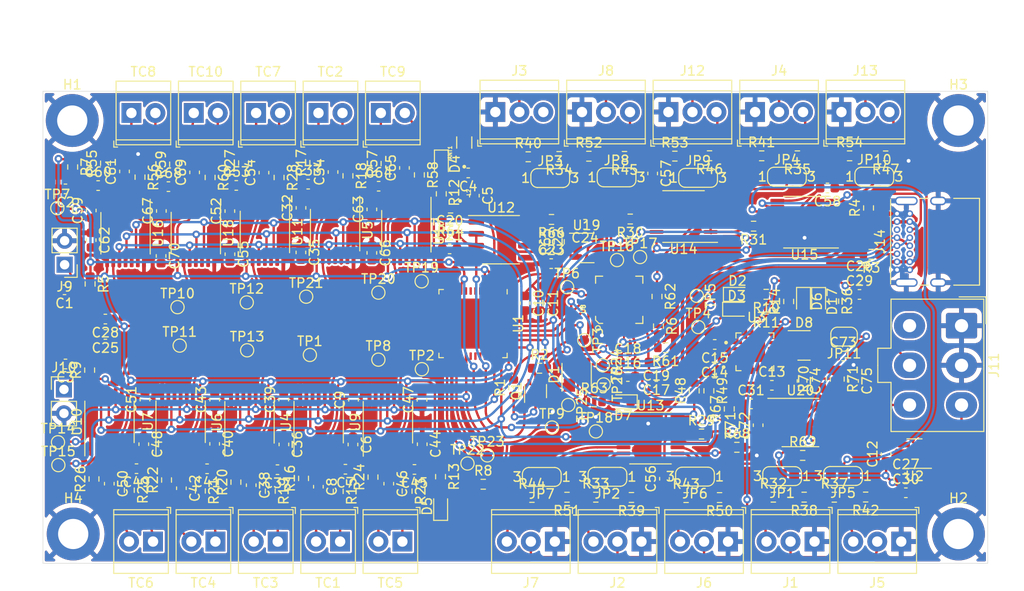
<source format=kicad_pcb>
(kicad_pcb (version 20211014) (generator pcbnew)
  (layers (0 "F.Cu" signal) (1 "In1.Cu" signal) (2 "In2.Cu" signal) (31 "B.Cu" signal) (34 "B.Paste" user) (35 "F.Paste" user) (36 "B.SilkS" user "B.Silkscreen") (37 "F.SilkS" user "F.Silkscreen") (38 "B.Mask" user) (39 "F.Mask" user) (44 "Edge.Cuts" user))
  (net 0 "")
  (net 1 "Net-(ANT1-Pad1)")
  (net 2 "Net-(C1-Pad1)")
  (net 3 "GND")
  (net 4 "/EN")
  (net 5 "Net-(C3-Pad1)")
  (net 6 "/LNA_IN")
  (net 7 "Net-(C6-Pad2)")
  (net 8 "Net-(C7-Pad2)")
  (net 9 "+3V3")
  (net 10 "VBUS")
  (net 11 "Net-(C22-Pad1)")
  (net 12 "Net-(C22-Pad2)")
  (net 13 "Net-(C31-Pad2)")
  (net 14 "Net-(C32-Pad2)")
  (net 15 "Net-(C33-Pad2)")
  (net 16 "Net-(C36-Pad2)")
  (net 17 "Net-(C37-Pad2)")
  (net 18 "Net-(C40-Pad2)")
  (net 19 "Net-(C41-Pad2)")
  (net 20 "Net-(C44-Pad2)")
  (net 21 "Net-(C45-Pad2)")
  (net 22 "Net-(C48-Pad2)")
  (net 23 "Net-(C49-Pad2)")
  (net 24 "Net-(C52-Pad2)")
  (net 25 "Net-(C53-Pad2)")
  (net 26 "Net-(C59-Pad2)")
  (net 27 "Net-(C60-Pad2)")
  (net 28 "Net-(C63-Pad2)")
  (net 29 "Net-(C64-Pad2)")
  (net 30 "Net-(C67-Pad2)")
  (net 31 "Net-(C68-Pad2)")
  (net 32 "Net-(C73-Pad1)")
  (net 33 "/CAN_HIGH")
  (net 34 "/CAN_LOW")
  (net 35 "/usb/Data-")
  (net 36 "/usb/Data+")
  (net 37 "Net-(D7-Pad2)")
  (net 38 "+5V")
  (net 39 "Net-(J1-Pad3)")
  (net 40 "Net-(J2-Pad3)")
  (net 41 "Net-(J3-Pad3)")
  (net 42 "Net-(J4-Pad3)")
  (net 43 "Net-(J5-Pad3)")
  (net 44 "Net-(J6-Pad3)")
  (net 45 "Net-(J7-Pad3)")
  (net 46 "Net-(J8-Pad3)")
  (net 47 "Net-(J11-Pad3)")
  (net 48 "+24V")
  (net 49 "Net-(J12-Pad3)")
  (net 50 "Net-(J13-Pad3)")
  (net 51 "Net-(J14-PadA5)")
  (net 53 "Net-(J14-PadB5)")
  (net 55 "Net-(JP1-Pad1)")
  (net 56 "/analogueI2C/AIN0")
  (net 57 "Net-(JP2-Pad1)")
  (net 58 "/analogueI2C/AIN2")
  (net 59 "Net-(JP3-Pad1)")
  (net 60 "/analogueI2C/AIN4")
  (net 61 "Net-(JP4-Pad1)")
  (net 62 "/analogueI2C/AIN6")
  (net 63 "Net-(JP5-Pad1)")
  (net 64 "/analogueI2C/AIN8")
  (net 65 "Net-(JP6-Pad1)")
  (net 66 "/analogueI2C/AIN1")
  (net 67 "Net-(JP7-Pad1)")
  (net 68 "/analogueI2C/AIN3")
  (net 69 "Net-(JP8-Pad1)")
  (net 70 "/analogueI2C/AIN5")
  (net 71 "Net-(JP9-Pad1)")
  (net 72 "/analogueI2C/AIN7")
  (net 73 "Net-(JP10-Pad1)")
  (net 74 "/analogueI2C/AIN9")
  (net 75 "/CAN/Vref")
  (net 76 "/RTS")
  (net 77 "Net-(Q1-Pad2)")
  (net 78 "/BOOT")
  (net 79 "/DTR")
  (net 80 "Net-(Q1-Pad5)")
  (net 81 "Net-(R6-Pad2)")
  (net 82 "Net-(D2-Pad2)")
  (net 83 "Net-(D3-Pad2)")
  (net 84 "/LED")
  (net 85 "Net-(D4-Pad2)")
  (net 86 "Net-(D5-Pad2)")
  (net 87 "Net-(D6-Pad2)")
  (net 88 "Net-(R15-Pad2)")
  (net 89 "Net-(R16-Pad1)")
  (net 90 "Net-(R17-Pad2)")
  (net 91 "Net-(R18-Pad1)")
  (net 92 "Net-(R19-Pad2)")
  (net 93 "Net-(R20-Pad1)")
  (net 94 "Net-(R21-Pad2)")
  (net 95 "Net-(R22-Pad1)")
  (net 96 "Net-(R23-Pad2)")
  (net 97 "Net-(R24-Pad1)")
  (net 98 "Net-(R25-Pad2)")
  (net 99 "Net-(R26-Pad1)")
  (net 100 "Net-(R27-Pad2)")
  (net 101 "Net-(R28-Pad1)")
  (net 102 "Net-(R29-Pad1)")
  (net 103 "Net-(R30-Pad1)")
  (net 104 "Net-(R31-Pad1)")
  (net 105 "/USB_DET")
  (net 106 "Net-(D17-Pad2)")
  (net 107 "/SCL")
  (net 108 "/SDA")
  (net 109 "Net-(R55-Pad2)")
  (net 110 "Net-(R56-Pad1)")
  (net 111 "Net-(R57-Pad2)")
  (net 112 "Net-(R58-Pad1)")
  (net 113 "Net-(R59-Pad2)")
  (net 114 "Net-(R60-Pad1)")
  (net 115 "Net-(R62-Pad2)")
  (net 116 "Net-(R64-Pad1)")
  (net 117 "/CAN_TX")
  (net 118 "/CAN_RX")
  (net 119 "Net-(R68-Pad2)")
  (net 120 "Net-(R69-Pad1)")
  (net 121 "/CS9")
  (net 122 "/CS8")
  (net 123 "/TXD")
  (net 124 "/RXD")
  (net 125 "/CS7")
  (net 126 "/CS6")
  (net 127 "/CS4")
  (net 128 "/CS3")
  (net 129 "/SCLK")
  (net 130 "/MISO")
  (net 131 "/MOSI")
  (net 132 "/CS2")
  (net 133 "/CS1")
  (net 134 "/CS0")
  (net 155 "Net-(L1-Pad2)")
  (net 158 "/thermocouple0/DRDY")
  (net 159 "/thermocouple0/FAULT")
  (net 161 "/thermocouple1/DRDY")
  (net 162 "/thermocouple1/FAULT")
  (net 164 "/thermocouple3/DRDY")
  (net 165 "/thermocouple3/FAULT")
  (net 167 "/thermocouple4/DRDY")
  (net 168 "/thermocouple4/FAULT")
  (net 188 "/thermocouple2/DRDY")
  (net 189 "/thermocouple2/FAULT")
  (net 191 "/thermocouple5/DRDY")
  (net 192 "/CS5")
  (net 193 "/thermocouple5/FAULT")
  (net 195 "/thermocouple6/DRDY")
  (net 196 "/thermocouple6/FAULT")
  (net 200 "/thermocouple7/DRDY")
  (net 201 "/thermocouple7/FAULT")
  (net 203 "/thermocouple8/DRDY")
  (net 204 "/thermocouple8/FAULT")
  (net 206 "/thermocouple9/DRDY")
  (net 207 "/thermocouple9/FAULT")
  (footprint "Capacitor_SMD:C_0603_1608Metric" (layer "F.Cu") (at 118.17 67.35 -90)
    (fp_text reference "C40")
    (fp_text value "0.01uF")
  )
  (footprint "Resistor_SMD:R_0603_1608Metric" (layer "F.Cu") (at 124.989997 39.132617 -90)
    (fp_text reference "R28")
    (fp_text value "100")
  )
  (footprint "Capacitor_SMD:C_0603_1608Metric" (layer "F.Cu") (at 171.1 56.82 180)
    (fp_text reference "C15")
    (fp_text value "100uF")
  )
  (footprint "Capacitor_SMD:C_0603_1608Metric" (layer "F.Cu") (at 186.425 49.962071)
    (fp_text reference "C26")
    (fp_text value "10uF")
  )
  (footprint "TestPoint:TestPoint_Pad_D1.0mm" (layer "F.Cu") (at 135.5 51.33)
    (fp_text reference "TP20")
    (fp_text value "TestPoint")
  )
  (footprint "Package_SO:TSSOP-14_4.4x5mm_P0.65mm" (layer "F.Cu") (at 130.92 44.71 -90)
    (fp_text reference "U5")
    (fp_text value "MAX31856")
  )
  (footprint "TestPoint:TestPoint_Pad_D1.0mm" (layer "F.Cu") (at 169.36 54.98)
    (fp_text reference "TP4")
    (fp_text value "TestPoint")
  )
  (footprint "Resistor_SMD:R_0603_1608Metric" (layer "F.Cu") (at 132.28 38.9575 -90)
    (fp_text reference "R18")
    (fp_text value "100")
  )
  (footprint "Resistor_SMD:R_0603_1608Metric" (layer "F.Cu") (at 151.36 36.94)
    (fp_text reference "R40")
    (fp_text value "43k")
  )
  (footprint "Package_SO:SOIC-8_3.9x4.9mm_P1.27mm" (layer "F.Cu") (at 180.170028 65.09)
    (fp_text reference "U20")
    (fp_text value "SN65HVD230")
  )
  (footprint "Resistor_SMD:R_0603_1608Metric" (layer "F.Cu") (at 113.08 71.18 90)
    (fp_text reference "R22")
    (fp_text value "100")
  )
  (footprint "Resistor_SMD:R_0603_1608Metric" (layer "F.Cu") (at 143.14 43.415 180)
    (fp_text reference "R64")
    (fp_text value "100k")
  )
  (footprint "Capacitor_SMD:C_0603_1608Metric" (layer "F.Cu") (at 138.26 38.12 90)
    (fp_text reference "C65")
    (fp_text value "0.01uF")
  )
  (footprint "Capacitor_SMD:C_0603_1608Metric" (layer "F.Cu") (at 134.81 42.51 90)
    (fp_text reference "C63")
    (fp_text value "0.01uF")
  )
  (footprint "Resistor_SMD:R_0603_1608Metric" (layer "F.Cu") (at 128.77 37.56 90)
    (fp_text reference "R17")
    (fp_text value "100")
  )
  (footprint "Capacitor_SMD:C_0603_1608Metric" (layer "F.Cu") (at 134.81 47.12 -90)
    (fp_text reference "C66")
    (fp_text value "0.1uF")
  )
  (footprint "TerminalBlock_TE-Connectivity:TerminalBlock_TE_282834-3_1x03_P2.54mm_Horizontal" (layer "F.Cu") (at 163.345 77.7 180)
    (fp_text reference "J2")
    (fp_text value "Conn_01x03")
  )
  (footprint "MountingHole:MountingHole_3.2mm_M3_DIN965_Pad" (layer "F.Cu") (at 103.1 33.1)
    (fp_text reference "H1")
    (fp_text value "MountingHole_Pad")
  )
  (footprint "Jumper:SolderJumper-3_P1.3mm_Open_RoundedPad1.0x1.5mm_NumberLabels" (layer "F.Cu") (at 153.69 39.19)
    (fp_text reference "JP3")
    (fp_text value "SolderJumper_3_Open")
  )
  (footprint "Capacitor_SMD:C_0603_1608Metric" (layer "F.Cu") (at 164.915 60.216889 180)
    (fp_text reference "C17")
    (fp_text value "1.0uF")
  )
  (footprint "Capacitor_SMD:C_0603_1608Metric" (layer "F.Cu") (at 129.15 71.89 -90)
    (fp_text reference "C8")
    (fp_text value "0.01uF")
  )
  (footprint "Resistor_SMD:R_0603_1608Metric" (layer "F.Cu") (at 175.212901 44.29 180)
    (fp_text reference "R31")
    (fp_text value "1k")
  )
  (footprint "Capacitor_SMD:C_0603_1608Metric" (layer "F.Cu") (at 119.779997 42.692617 90)
    (fp_text reference "C52")
    (fp_text value "0.01uF")
  )
  (footprint "Resistor_SMD:R_0603_1608Metric" (layer "F.Cu") (at 183.695858 52.2375 -90)
    (fp_text reference "R36")
    (fp_text value "470")
  )
  (footprint "TestPoint:TestPoint_Pad_D1.0mm" (layer "F.Cu") (at 153.88 65.62)
    (fp_text reference "TP9")
    (fp_text value "TestPoint")
  )
  (footprint "LED_SMD:LED_0603_1608Metric" (layer "F.Cu") (at 173.505858 51.5175)
    (fp_text reference "D2")
    (fp_text value "RX_LED")
  )
  (footprint "Capacitor_SMD:C_0603_1608Metric" (layer "F.Cu") (at 120.459997 39.972617)
    (fp_text reference "C53")
    (fp_text value "0.1uF")
  )
  (footprint "Capacitor_SMD:C_0603_1608Metric" (layer "F.Cu") (at 136.6 71.57 -90)
    (fp_text reference "C46")
    (fp_text value "0.01uF")
  )
  (footprint "iclr:QFN28G_0.5-5X5MM" (layer "F.Cu") (at 160.99 52.088639 90)
    (property "VALUE" "CP2102-GMR-QFN28")
    (fp_text reference "U8")
    (fp_text value "INTERFACE-CP2102-GMR(QFN28)")
  )
  (footprint "Resistor_SMD:R_0603_1608Metric" (layer "F.Cu") (at 157.78 36.88)
    (fp_text reference "R52")
    (fp_text value "43k")
  )
  (footprint "Capacitor_SMD:C_0603_1608Metric" (layer "F.Cu") (at 153.06 45.945 -90)
    (fp_text reference "C22")
    (fp_text value "0.1uF")
  )
  (footprint "TerminalBlock_TE-Connectivity:TerminalBlock_TE_282834-2_1x02_P2.54mm_Horizontal" (layer "F.Cu") (at 118.25 77.7 180)
    (fp_text reference "TC4")
    (fp_text value "Thermocouple")
  )
  (footprint "Resistor_SMD:R_0603_1608Metric" (layer "F.Cu") (at 170.55 36.83 180)
    (fp_text reference "R46")
    (fp_text value "22k")
  )
  (footprint "Jumper:SolderJumper-3_P1.3mm_Open_RoundedPad1.0x1.5mm_NumberLabels" (layer "F.Cu") (at 169.01 70.82 180)
    (fp_text reference "JP6")
    (fp_text value "SolderJumper_3_Open")
  )
  (footprint "Resistor_SMD:R_0603_1608Metric" (layer "F.Cu") (at 158.515 73)
    (fp_text reference "R33")
    (fp_text value "22k")
  )
  (footprint "Resistor_SMD:R_0603_1608Metric" (layer "F.Cu") (at 165.905 57.166889 180)
    (fp_text reference "R61")
    (fp_text value "47k")
  )
  (footprint "Resistor_SMD:R_0603_1608Metric" (layer "F.Cu") (at 103.145 38.02 -90)
    (fp_text reference "R7")
    (fp_text value "10K")
  )
  (footprint "Capacitor_SMD:C_0603_1608Metric" (layer "F.Cu") (at 127.31 42.35 90)
    (fp_text reference "C32")
    (fp_text value "0.01uF")
  )
  (footprint "Resistor_SMD:R_0603_1608Metric" (layer "F.Cu") (at 161.55 36.9 180)
    (fp_text reference "R45")
    (fp_text value "22k")
  )
  (footprint "Capacitor_SMD:C_0603_1608Metric" (layer "F.Cu") (at 145.66 41.06 -90)
    (fp_text reference "C5")
    (fp_text value "1.5pF")
  )
  (footprint "Resistor_SMD:R_0603_1608Metric" (layer "F.Cu") (at 151.755 73.024254)
    (fp_text reference "R44")
    (fp_text value "22k")
  )
  (footprint "Capacitor_SMD:C_0603_1608Metric" (layer "F.Cu") (at 140.14 67.39 -90)
    (fp_text reference "C44")
    (fp_text value "0.01uF")
  )
  (footprint "Jumper:SolderJumper-3_P1.3mm_Open_RoundedPad1.0x1.5mm_NumberLabels" (layer "F.Cu") (at 169.34 39.17)
    (fp_text reference "JP9")
    (fp_text value "SolderJumper_3_Open")
  )
  (footprint "Resistor_SMD:R_0603_1608Metric" (layer "F.Cu") (at 176.07 36.84)
    (fp_text reference "R41")
    (fp_text value "43k")
  )
  (footprint "Capacitor_SMD:C_0603_1608Metric" (layer "F.Cu") (at 164.53 38.71 -90)
    (fp_text reference "C57")
    (fp_text value "0.1uF")
  )
  (footprint "Resistor_SMD:R_0603_1608Metric" (layer "F.Cu") (at 120.42 71.4075 90)
    (fp_text reference "R20")
    (fp_text value "100")
  )
  (footprint "LED_SMD:LED_0603_1608Metric" (layer "F.Cu") (at 182.095858 52.2775 -90)
    (fp_text reference "D17")
    (fp_text value "USB_LED")
  )
  (footprint "Package_SO:TSSOP-14_4.4x5mm_P0.65mm" (layer "F.Cu") (at 116.18 45.02 -90)
    (fp_text reference "U18")
    (fp_text value "MAX31856")
  )
  (footprint "Package_SO:TSSOP-16_4.4x5mm_P0.65mm" (layer "F.Cu") (at 167.8 43.27 180)
    (fp_text reference "U14")
    (fp_text value "ADS1219")
  )
  (footprint "TerminalBlock_TE-Connectivity:TerminalBlock_TE_282834-2_1x02_P2.54mm_Horizontal" (layer "F.Cu") (at 115.96 32.3)
    (fp_text reference "TC10")
    (fp_text value "Thermocouple")
  )
  (footprint "TerminalBlock_TE-Connectivity:TerminalBlock_TE_282834-3_1x03_P2.54mm_Horizontal" (layer "F.Cu") (at 172.51 77.7 180)
    (fp_text reference "J6")
    (fp_text value "Conn_01x03")
  )
  (footprint "Capacitor_SMD:C_0603_1608Metric" (layer "F.Cu") (at 118.18 62.67 90)
    (fp_text reference "C43")
    (fp_text value "0.1uF")
  )
  (footprint "TestPoint:TestPoint_Pad_D1.0mm" (layer "F.Cu") (at 155.6 63.23 -90)
    (fp_text reference "TP25")
    (fp_text value "TestPoint")
  )
  (footprint "Jumper:SolderJumper-3_P1.3mm_Open_RoundedPad1.0x1.5mm_NumberLabels" (layer "F.Cu") (at 178.235 70.766746 180)
    (fp_text reference "JP1")
    (fp_text value "SolderJumper_3_Open")
  )
  (footprint "TestPoint:TestPoint_Pad_D1.0mm" (layer "F.Cu") (at 169.21 51.67 -90)
    (fp_text reference "TP5")
    (fp_text value "TestPoint")
  )
  (footprint "Jumper:SolderJumper-3_P1.3mm_Open_RoundedPad1.0x1.5mm_NumberLabels" (layer "F.Cu") (at 160.71 39.12)
    (fp_text reference "JP8")
    (fp_text value "SolderJumper_3_Open")
  )
  (footprint "Package_SO:TSSOP-14_4.4x5mm_P0.65mm" (layer "F.Cu") (at 123.489997 44.902617 -90)
    (fp_text reference "U11")
    (fp_text value "MAX31856")
  )
  (footprint "Resistor_SMD:R_0603_1608Metric" (layer "F.Cu") (at 109.14 72.26 -90)
    (fp_text reference "R25")
    (fp_text value "100")
  )
  (footprint "Resistor_SMD:R_0603_1608Metric" (layer "F.Cu") (at 139.84 38.86 -90)
    (fp_text reference "R58")
    (fp_text value "100")
  )
  (footprint "Capacitor_SMD:C_0603_1608Metric" (layer "F.Cu") (at 102.38 40.34 180)
    (fp_text reference "C2")
    (fp_text value "0.1uF")
  )
  (footprint "Connector_Molex:Molex_Mini-Fit_Jr_5566-06A_2x03_P4.20mm_Vertical" (layer "F.Cu") (at 197.22 54.83 -90)
    (fp_text reference "J11")
    (fp_text value "Conn_01x05_Male")
  )
  (footprint "TestPoint:TestPoint_Pad_D1.0mm" (layer "F.Cu") (at 127.86 51.76)
    (fp_text reference "TP21")
    (fp_text value "TestPoint")
  )
  (footprint "Resistor_SMD:R_0603_1608Metric" (layer "F.Cu") (at 146.6 71.63)
    (fp_text reference "R8")
    (fp_text value "10K")
  )
  (footprint "Resistor_SMD:R_0603_1608Metric" (layer "F.Cu") (at 138.54 72.36 -90)
    (fp_text reference "R23")
    (fp_text value "100")
  )
  (footprint "TestPoint:TestPoint_Pad_D1.0mm" (layer "F.Cu") (at 140.1 59.44)
    (fp_text reference "TP2")
    (fp_text value "TestPoint")
  )
  (footprint "TestPoint:TestPoint_Pad_D1.0mm" (layer "F.Cu") (at 114.47 56.94)
    (fp_text reference "TP11")
    (fp_text value "TestPoint")
  )
  (footprint "TerminalBlock_TE-Connectivity:TerminalBlock_TE_282834-3_1x03_P2.54mm_Horizontal" (layer "F.Cu") (at 184.51 32.2)
    (fp_text reference "J13")
    (fp_text value "Conn_01x03")
  )
  (footprint "TerminalBlock_TE-Connectivity:TerminalBlock_TE_282834-2_1x02_P2.54mm_Horizontal" (layer "F.Cu") (at 109.358885 32.3)
    (fp_text reference "TC8")
    (fp_text value "Thermocouple")
  )
  (footprint "Capacitor_SMD:C_0603_1608Metric" (layer "F.Cu") (at 109.9 69.98 180)
    (fp_text reference "C49")
    (fp_text value "0.1uF")
  )
  (footprint "Resistor_SMD:R_0603_1608Metric" (layer "F.Cu") (at 179.85 36.84 180)
    (fp_text reference "R35")
    (fp_text value "22k")
  )
  (footprint "TerminalBlock_TE-Connectivity:TerminalBlock_TE_282834-2_1x02_P2.54mm_Horizontal" (layer "F.Cu") (at 122.56 32.3)
    (fp_text reference "TC7")
    (fp_text value "Thermocouple")
  )
  (footprint "Connector_PinHeader_2.54mm:PinHeader_1x02_P2.54mm_Vertical" (layer "F.Cu") (at 102.29 48.375 180)
    (fp_text reference "J9")
    (fp_text value "Conn_01x02_Male")
  )
  (footprint "TerminalBlock_TE-Connectivity:TerminalBlock_TE_282834-2_1x02_P2.54mm_Horizontal" (layer "F.Cu") (at 135.76 32.3)
    (fp_text reference "TC9")
    (fp_text value "Thermocouple")
  )
  (footprint "TerminalBlock_TE-Connectivity:TerminalBlock_TE_282834-3_1x03_P2.54mm_Horizontal" (layer "F.Cu") (at 154.18 77.7 180)
    (fp_text reference "J7")
    (fp_text value "Conn_01x03")
  )
  (footprint "Resistor_SMD:R_0603_1608Metric" (layer "F.Cu") (at 158.345 62.896889)
    (fp_text reference "R63")
    (fp_text value "470")
  )
  (footprint "Capacitor_SMD:C_0603_1608Metric" (layer "F.Cu") (at 105.84 39.99)
    (fp_text reference "C60")
    (fp_text value "0.1uF")
  )
  (footprint "Resistor_SMD:R_0603_1608Metric" (layer "F.Cu") (at 187.38 42.36 90)
    (fp_text reference "R4")
    (fp_text value "5.1k")
  )
  (footprint "TestPoint:TestPoint_Pad_D1.0mm" (layer "F.Cu") (at 144.93 69.43)
    (fp_text reference "TP22")
    (fp_text value "TestPoint")
  )
  (footprint "Capacitor_SMD:C_0603_1608Metric" (layer "F.Cu") (at 145.01 38.65 180)
    (fp_text reference "C4")
    (fp_text value "1.2pF")
  )
  (footprint "Package_SO:TSSOP-14_4.4x5mm_P0.65mm" (layer "F.Cu") (at 129.18 65.05 90)
    (fp_text reference "U4")
    (fp_text value "MAX31856")
  )
  (footprint "Jumper:SolderJumper-3_P1.3mm_Open_RoundedPad1.0x1.5mm_NumberLabels" (layer "F.Cu") (at 187.99 39.05)
    (fp_text reference "JP10")
    (fp_text value "SolderJumper_3_Open")
  )
  (footprint "Capacitor_SMD:C_0603_1608Metric" (layer "F.Cu") (at 143.04 46.7)
    (fp_text reference "C21")
    (fp_text value "1uF")
  )
  (footprint "LED_SMD:LED_0603_1608Metric" (layer "F.Cu") (at 142.17 37.7125 -90)
    (fp_text reference "D4")
    (fp_text value "LED")
  )
  (footprint "Resistor_SMD:R_0603_1608Metric" (layer "F.Cu") (at 136.31 37.66 90)
    (fp_text reference "R57")
    (fp_text value "100")
  )
  (footprint "Capacitor_SMD:C_0603_1608Metric" (layer "F.Cu") (at 112.5 47.44 -90)
    (fp_text reference "C70")
    (fp_text value "0.1uF")
  )
  (footprint "Package_TO_SOT_SMD:SOT-23-5" (layer "F.Cu") (at 157.53 46.6)
    (fp_text reference "U19")
    (fp_text value "LTC4411")
  )
  (footprint "Package_SO:TSSOP-14_4.4x5mm_P0.65mm" (layer "F.Cu") (at 114.57 65.01 90)
    (fp_text reference "U7")
    (fp_text value "MAX31856")
  )
  (footprint "Jumper:SolderJumper-3_P1.3mm_Open_RoundedPad1.0x1.5mm_NumberLabels" (layer "F.Cu") (at 152.795 70.854254 180)
    (fp_text reference "JP7")
    (fp_text value "SolderJumper_3_Open")
  )
  (footprint "Capacitor_SMD:C_0603_1608Metric" (layer "F.Cu") (at 125.48 62.66 90)
    (fp_text reference "C39")
    (fp_text value "0.1uF")
  )
  (footprint "Capacitor_SMD:C_0603_1608Metric" (layer "F.Cu") (at 186.42 51.522071)
    (fp_text reference "C29")
    (fp_text value "100nF")
  )
  (footprint "Jumper:SolderJumper-3_P1.3mm_Open_RoundedPad1.0x1.5mm_NumberLabels" (layer "F.Cu") (at 159.745 70.84 180)
    (fp_text reference "JP2")
    (fp_text value "SolderJumper_3_Open")
  )
  (footprint "Connector_PinHeader_2.54mm:PinHeader_1x02_P2.54mm_Vertical" (layer "F.Cu") (at 102.22 61.58)
    (fp_text reference "J10")
    (fp_text value "Conn_01x02_Male")
  )
  (footprint "Capacitor_SMD:C_0603_1608Metric" (layer "F.Cu") (at 102.28 51.03 180)
    (fp_text reference "C1")
    (fp_text value "0.1uF")
  )
  (footprint "TestPoint:TestPoint_Pad_D1.0mm" (layer "F.Cu") (at 121.61 57.44)
    (fp_text reference "TP13")
    (fp_text value "TestPoint")
  )
  (footprint "Package_TO_SOT_SMD:SOT-363_SC-70-6" (layer "F.Cu") (at 152.134511 61.760489 90)
    (fp_text reference "Q1")
    (fp_text value "MMDT2222A")
  )
  (footprint "Resistor_SMD:R_0603_1608Metric" (layer "F.Cu") (at 113.93 37.73 90)
    (fp_text reference "R59")
    (fp_text value "100")
  )
  (footprint "Resistor_SMD:R_0603_1608Metric" (layer "F.Cu") (at 104.99 50.41 -90)
    (fp_text reference "R5")
    (fp_text value "470")
  )
  (footprint "Package_DFN_QFN:QFN-48-1EP_7x7mm_P0.5mm_EP5.3x5.3mm" (layer "F.Cu") (at 145.52 54.61 -90)
    (fp_text reference "U1")
    (fp_text value "ESP32-PICO-D4")
  )
  (footprint "Resistor_SMD:R_0603_1608Metric" (layer "F.Cu") (at 106.62 37.625 90)
    (fp_text reference "R55")
    (fp_text value "100")
  )
  (footprint "Capacitor_SMD:C_0603_1608Metric" (layer "F.Cu") (at 127.3 47.07 -90)
    (fp_text reference "C35")
    (fp_text value "0.1uF")
  )
  (footprint "Capacitor_SMD:C_0603_1608Metric" (layer "F.Cu") (at 105.1 45.77 -90)
    (fp_text reference "C62")
    (fp_text value "0.1uF")
  )
  (footprint "TestPoint:TestPoint_Pad_D1.0mm" (layer "F.Cu") (at 157.3 56.37 -90)
    (fp_text reference "TP3")
    (fp_text value "TestPoint")
  )
  (footprint "Resistor_SMD:R_0603_1608Metric" (layer "F.Cu") (at 185.375 36.84)
    (fp_text reference "R54")
    (fp_text value "43k")
  )
  (footprint "Resistor_SMD:R_0603_1608Metric" (layer "F.Cu") (at 187.075 72.983046 180)
    (fp_text reference "R42")
    (fp_text value "43k")
  )
  (footprint "Capacitor_SMD:C_0603_1608Metric" (layer "F.Cu") (at 114.65 72.05 -90)
    (fp_text reference "C42")
    (fp_text value "0.01uF")
  )
  (footprint "MountingHole:MountingHole_3.2mm_M3_DIN965_Pad" (layer "F.Cu") (at 196.9 33.1)
    (fp_text reference "H3")
    (fp_text value "MountingHole_Pad")
  )
  (footprint "Resistor_SMD:R_0603_1608Metric" (layer "F.Cu") (at 131.25 72.38 -90)
    (fp_text reference "R15")
    (fp_text value "100")
  )
  (footprint "Capacitor_SMD:C_0603_1608Metric" (layer "F.Cu") (at 112.53 42.68 90)
    (fp_text reference "C67")
    (fp_text value "0.01uF")
  )
  (footprint "Resistor_SMD:R_0603_1608Metric" (layer "F.Cu") (at 168.07 73.04)
    (fp_text reference "R43")
    (fp_text value "22k")
  )
  (footprint "LED_SMD:LED_0603_1608Metric" (layer "F.Cu") (at 180.495858 52.2675 -90)
    (fp_text reference "D6")
    (fp_text value "PWR_LED")
  )
  (footprint "TerminalBlock_TE-Connectivity:TerminalBlock_TE_282834-3_1x03_P2.54mm_Horizontal" (layer "F.Cu") (at 175.37 32.2)
    (fp_text reference "J4")
    (fp_text value "Conn_01x03")
  )
  (footprint "Capacitor_SMD:C_0603_1608Metric" (layer "F.Cu") (at 106.605 54.13 180)
    (fp_text reference "C28")
    (fp_text value "100nF")
  )
  (footprint "TerminalBlock_TE-Connectivity:TerminalBlock_TE_282834-2_1x02_P2.54mm_Horizontal" (layer "F.Cu") (at 124.85 77.7 180)
    (fp_text reference "TC3")
    (fp_text value "Thermocouple")
  )
  (footprint "TestPoint:TestPoint_Pad_D1.0mm" (layer "F.Cu") (at 101.63 69.6)
    (fp_text reference "TP15")
    (fp_text value "TestPoint")
  )
  (footprint "Capacitor_SMD:C_0603_1608Metric" (layer "F.Cu") (at 165.78 71.045 90)
    (fp_text reference "C56")
    (fp_text value "0.1uF")
  )
  (footprint "Resistor_SMD:R_0603_1608Metric" (layer "F.Cu") (at 116.66 72.34 -90)
    (fp_text reference "R21")
    (fp_text value "100")
  )
  (footprint "Capacitor_SMD:C_0603_1608Metric" (layer "F.Cu") (at 139.32 70.06 180)
    (fp_text reference "C45")
    (fp_text value "0.1uF")
  )
  (footprint "Resistor_SMD:R_0603_1608Metric" (layer "F.Cu") (at 165.145 54.876889 -90)
    (fp_text reference "R6")
    (fp_text value "24k")
  )
  (footprint "TerminalBlock_TE-Connectivity:TerminalBlock_TE_282834-3_1x03_P2.54mm_Horizontal" (layer "F.Cu") (at 190.84 77.7 180)
    (fp_text reference "J5")
    (fp_text value "Conn_01x03")
  )
  (footprint "LED_SMD:LED_0603_1608Metric" (layer "F.Cu") (at 173.425 53.09)
    (fp_text reference "D3")
    (fp_text value "TX_LED")
  )
  (footprint "Capacitor_SMD:C_0603_1608Metric" (layer "F.Cu") (at 102.38 58.89 180)
    (fp_text reference "C3")
    (fp_text value "0.1uF")
  )
  (footprint "Resistor_SMD:R_0603_1608Metric" (layer "F.Cu") (at 166.88 36.87)
    (fp_text reference "R53")
    (fp_text value "43k")
  )
  (footprint "Capacitor_SMD:C_0603_1608Metric" (layer "F.Cu") (at 132.01 70.04 180)
    (fp_text reference "C7")
    (fp_text value "0.1uF")
  )
  (footprint "LED_SMD:LED_0603_1608Metric" (layer "F.Cu") (at 161.4125 62.896889 180)
    (fp_text reference "D7")
    (fp_text value "USB_LED")
  )
  (footprint "Capacitor_SMD:C_0603_1608Metric" (layer "F.Cu") (at 132.81 67.42 -90)
    (fp_text reference "C6")
    (fp_text value "0.01uF")
  )
  (footprint "Capacitor_SMD:C_0603_1608Metric" (layer "F.Cu") (at 128.07 39.84)
    (fp_text reference "C33")
    (fp_text value "0.1uF")
  )
  (footprint "Resistor_SMD:R_0805_2012Metric" (layer "F.Cu") (at 182.177528 60.4875 90)
    (fp_text reference "R70")
    (fp_text value "60")
  )
  (footprint "Capacitor_SMD:C_0603_1608Metric" (layer "F.Cu") (at 161.905 60.216889)
    (fp_text reference "C16")
    (fp_text value "4.7uF")
  )
  (footprint "Capacitor_SMD:C_0603_1608Metric" (layer "F.Cu") (at 174.945028 63.115)
    (fp_text reference "C31")
    (fp_text value "160pF")
  )
  (footprint "Package_SO:TSSOP-14_4.4x5mm_P0.65mm" (layer "F.Cu") (at 121.86 65.07 90)
    (fp_text reference "U6")
    (fp_text value "MAX31856")
  )
  (footprint "Capacitor_SMD:C_0603_1608Metric" (layer "F.Cu") (at 106.605 55.76 180)
    (fp_text reference "C25")
    (fp_text value "10uF")
  )
  (footprint "iclr:QFN65P400X400X100-17N" (layer "F.Cu") (at 175.35 57.6)
    (fp_text reference "U3")
    (fp_text value "TPS61092RSAR")
  )
  (footprint "Package_TO_SOT_SMD:SOT-23" (layer "F.Cu") (at 180.55051 56.922502)
    (fp_text reference "D8")
    (fp_text value "SM712_SOT23")
  )
  (footprint "Resistor_SMD:R_0603_1608Metric" (layer "F.Cu") (at 187.66 47.27 180)
    (fp_text reference "R3")
    (fp_text value "5.1k")
  )
  (footprint "Capacitor_SMD:C_0603_1608Metric" (layer "F.Cu") (at 125.5 67.41 -90)
    (fp_text reference "C36")
    (fp_text value "0.01uF")
  )
  (footprint "Resistor_SMD:R_0603_1608Metric" (layer "F.Cu") (at 168.93 61.73 90)
    (fp_text reference "R48")
    (fp_text value "1k")
  )
  (footprint "Resistor_SMD:R_0603_1608Metric" (layer "F.Cu") (at 155.465 73.004254 180)
    (fp_text reference "R51")
    (fp_text value "43k")
  )
  (footprint "Capacitor_SMD:C_0603_1608Metric" (layer "F.Cu") (at 161.905 58.706889)
    (fp_text reference "C18")
    (fp_text value "0.1uF")
  )
  (footprint "Resistor_SMD:R_0603_1608Metric" (layer "F.Cu") (at 134.93 70.87 90)
    (fp_text reference "R24")
    (fp_text value "100")
  )
  (footprint "Capacitor_SMD:C_0603_1608Metric" (layer "F.Cu") (at 140.12 62.69 90)
    (fp_text reference "C47")
    (fp_text value "0.1uF")
  )
  (footprint "iclr:INDC1006X60N" (layer "F.Cu") (at 172.04 60.4225 90)
    (fp_text reference "L1")
    (fp_text value "6.8uH")
  )
  (footprint "TestPoint:TestPoint_Pad_D1.0mm" (layer "F.Cu") (at 147.03 68.57)
    (fp_text reference "TP23")
    (fp_text value "TestPoint")
  )
  (footprint "Capacitor_SMD:C_0603_1608Metric" (layer "F.Cu") (at 151.03 52.45 -90)
    (fp_text reference "C10")
    (fp_text value "10uF")
  )
  (footprint "Capacitor_SMD:C_0603_1608Metric" (layer "F.Cu") (at 117.37 69.99 180)
    (fp_text reference "C41")
    (fp_text value "0.1uF")
  )
  (footprint "TestPoint:TestPoint_Pad_D1.0mm" (layer "F.Cu") (at 135.5 58.43)
    (fp_text reference "TP8")
    (fp_text value "TestPoint")
  )
  (footprint "Package_SO:TSSOP-14_4.4x5mm_P0.65mm" (layer "F.Cu") (at 108.74 45.04 -90)
    (fp_text reference "U16")
    (fp_text value "MAX31856")
  )
  (footprint "Jumper:SolderJumper-2_P1.3mm_Open_RoundedPad1.0x1.5mm" (layer "F.Cu") (at 184.79 55.99 180)
    (fp_text reference "JP11")
    (fp_text value "SolderJumper_2_Open")
  )
  (footprint "Resistor_SMD:R_0603_1608Metric" (layer "F.Cu") (at 169.7 66.31)
    (fp_text reference "R29")
    (fp_text value "1k")
  )
  (footprint "Resistor_SMD:R_0603_1608Metric" (layer "F.Cu") (at 183.755 73.003046)
    (fp_text reference "R37")
    (fp_text value "22k")
  )
  (footprint "Capacitor_SMD:C_0603_1608Metric" (layer "F.Cu") (at 153.790883 48.259116)
    (fp_text reference "C23")
    (fp_text value "10uF")
  )
  (footprint "LED_SMD:LED_0603_1608Metric" (layer "F.Cu") (at 142.09 73.97 90)
    (fp_text reference "D5")
    (fp_text value "LED")
  )
  (footprint "TestPoint:TestPoint_Pad_D1.0mm" (layer "F.Cu") (at 159.345 61.056889 -90)
    (fp_text reference "TP26")
    (fp_text value "TestPoint")
  )
  (footprint "Capacitor_SMD:C_0603_1608Metric" (layer "F.Cu") (at 122.04 71.7275 -90)
    (fp_text reference "C38")
    (fp_text value "0.01uF")
  )
  (footprint "Capacitor_SMD:C_0603_1608Metric" (layer "F.Cu") (at 123.389997 38.622617 90)
    (fp_text reference "C54")
    (fp_text value "0.01uF")
  )
  (footprint "Package_SO:SOP-8_3.9x4.9mm_P1.27mm" (layer "F.Cu") (at 148.485 45.725)
    (fp_text reference "U12")
    (fp_text value "RT9025-25GSP")
  )
  (footprint "TerminalBlock_TE-Connectivity:TerminalBlock_TE_282834-3_1x03_P2.54mm_Horizontal" (layer "F.Cu") (at 147.88 32.2)
    (fp_text reference "J3")
    (fp_text value "Conn_01x03")
  )
  (footprint "TerminalBlock_TE-Connectivity:TerminalBlock_TE_282834-2_1x02_P2.54mm_Horizontal" (layer "F.Cu") (at 131.45 77.7 180)
    (fp_text reference "TC1")
    (fp_text value "Thermocouple")
  )
  (footprint "Resistor_SMD:R_0603_1608Metric" (layer "F.Cu") (at 162.1546 43.53576 180)
    (fp_text reference "R30")
    (fp_text value "1k")
  )
  (footprint "Capacitor_SMD:C_0603_1608Metric" (layer "F.Cu") (at 124.82 70.0875 180)
    (fp_text reference "C37")
    (fp_text value "0.1uF")
  )
  (footprint "Capacitor_SMD:C_0603_1608Metric" (layer "F.Cu") (at 143.05 45.145)
    (fp_text reference "C20")
    (fp_text value "10uF")
  )
  (footprint "Capacitor_SMD:C_0603_1608Metric" (layer "F.Cu") (at 108.63 38.49 90)
    (fp_text reference "C61")
    (fp_text value "0.01uF")
  )
  (footprint "Jumper:SolderJumper-3_P1.3mm_Open_RoundedPad1.0x1.5mm_NumberLabels" (layer "F.Cu") (at 184.675 70.753046 180)
    (fp_text reference "JP5")
    (fp_text value "SolderJumper_3_Open")
  )
  (footprint "TestPoint:TestPoint_Pad_D1.0mm" (layer "F.Cu") (at 163.2 47.56)
    (fp_text reference "TP17")
    (fp_text value "TestPoint")
  )
  (footprint "TerminalBlock_TE-Connectivity:TerminalBlock_TE_282834-2_1x02_P2.54mm_Horizontal" (layer "F.Cu") (at 138.04 77.7 180)
    (fp_text reference "TC5")
    (fp_text value "Thermocouple")
  )
  (footprint "Resistor_SMD:R_0603_1608Metric" (layer "F.Cu") (at 180.565 72.996746 180)
    (fp_text reference "R38")
    (fp_text value "43k")
  )
  (footprint "Resistor_SMD:R_0603_1608Metric" (layer "F.Cu") (at 164.98989 51.740717 -90)
    (fp_text reference "R62")
    (fp_text value "4.7k")
  )
  (footprint "Capacitor_SMD:C_0603_1608Metric" (layer "F.Cu") (at 105.11 42.63 90)
    (fp_text reference "C59")
    (fp_text value "0.01uF")
  )
  (footprint "TestPoint:TestPoint_Pad_D1.0mm" (layer "F.Cu") (at 121.57 52.37)
    (fp_text reference "TP12")
    (fp_text value "TestPoint")
  )
  (footprint "TestPoint:TestPoint_Pad_D1.0mm" (layer "F.Cu") (at 128.25 57.93)
    (fp_text reference "TP1")
    (fp_text value "TestPoint")
  )
  (footprint "Capacitor_SMD:C_0603_1608Metric" (layer "F.Cu") (at 119.789997 47.262617 -90)
    (fp_text reference "C55")
    (fp_text value "0.1uF")
  )
  (footprint "Resistor_SMD:R_0603_1608Metric" (layer "F.Cu") (at 178.925858 52.2675 90)
    (fp_text reference "R14")
    (fp_text value "470")
  )
  (footprint "TestPoint:TestPoint_Pad_D1.0mm" (layer "F.Cu") (at 140.08 50.13)
    (fp_text reference "TP19")
    (fp_text value "TestPoint")
  )
  (footprint "Resistor_SMD:R_0603_1608Metric" (layer "F.Cu") (at 172.640028 63.65 90)
    (fp_text reference "R67")
    (fp_text value "90")
  )
  (footprint "Capacitor_SMD:C_0603_1608Metric" (layer "F.Cu") (at 191.33 72.53)
    (fp_text reference "C30")
    (fp_text value "100nF")
  )
  (footprint "Capacitor_SMD:C_0603_1608Metric" (layer "F.Cu") (at 185.792528 60.69 -90)
    (fp_text reference "C75")
    (fp_text value "220 pF")
  )
  (footprint "Resistor_SMD:R_0603_1608Metric" (layer "F.Cu") (at 177.305 72.996746)
    (fp_text reference "R32")
    (fp_text value "22k")
  )
  (footprint "Resistor_SMD:R_0603_1608Metric" (layer "F.Cu") (at 162.285 73.03 180)
    (fp_text reference "R39")
    (fp_text value "43k")
  )
  (footprint "iclr:INDC1006X60N" (layer "F.Cu") (at 144.15 40.42 -90)
    (fp_text reference "L2")
    (fp_text value "LQG15WZ1N8B02D")
  )
  (footprint "Resistor_SMD:R_0603_1608Metric" (layer "F.Cu") (at 149.82 61.395 90)
    (fp_text reference "R1")
    (fp_text value "10K")
  )
  (footprint "Package_TO_SOT_SMD:SOT-143" (layer "F.Cu") (at 156.485 60.026889 90)
    (fp_text reference "D1")
    (fp_text value "SP0503BAHT")
  )
  (footprint "Capacitor_SMD:C_0603_1608Metric" (layer "F.Cu") (at 135.53 40.06)
    (fp_text reference "C64")
    (fp_text value "0.1uF")
  )
  (footprint "Connector_USB:USB_C_Receptacle_GCT_USB4085" (layer "F.Cu") (at 190.395 48.915 90)
    (fp_text reference "J14")
    (fp_text value "USB_C_Receptacle_USB2.0")
  )
  (footprint "Capacitor_SMD:C_0603_1608Metric" (layer "F.Cu") (at 152.57 52.45 -90)
    (fp_text reference "C11")
    (fp_text value "100nF")
  )
  (footprint "Resistor_SMD:R_0603_1608Metric" (layer "F.Cu") (at 171.61 73.04 180)
    (fp_text reference "R50")
    (fp_text value "43k")
  )
  (footprint "Jumper:SolderJumper-3_P1.3mm_Open_RoundedPad1.0x1.5mm_NumberLabels" (layer "F.Cu") (at 178.74 39.05)
    (fp_text reference "JP4")
    (fp_text value "SolderJumper_3_Open")
  )
  (footprint "Resistor_SMD:R_0603_1608Metric" (layer "F.Cu") (at 170.48 61.73 -90)
    (fp_text reference "R49")
    (fp_text value "1k")
  )
  (footprint "Resistor_SMD:R_0603_1608Metric" (layer "F.Cu") (at 154.63 36.91 180)
    (fp_text reference "R34")
    (fp_text value "22k")
  )
  (footprint "TestPoint:TestPoint_Pad_D1.0mm" (layer "F.Cu") (at 159.255 59.026889 -90)
    (fp_text reference "TP24")
    (fp_text value "TestPoint")
  )
  (footprint "Resistor_SMD:R_0603_1608Metric" (layer "F.Cu") (at 154.65 45.945 90)
    (fp_text reference "R65")
    (fp_text value "147k")
  )
  (footprint "Resistor_SMD:R_0603_1608Metric" (layer "F.Cu") (at 104.94 59.54 90)
    (fp_text reference "R9")
    (fp_text value "470")
  )
  (footprint "Capacitor_SMD:C_0603_1608Metric" (layer "F.Cu") (at 175.695028 65.375 90)
    (fp_text reference "C72")
    (fp_text value "10uF")
  )
  (footprint "TerminalBlock_TE-Connectivity:TerminalBlock_TE_282834-2_1x02_P2.54mm_Horizontal" (layer "F.Cu") (at 111.65 77.7 180)
    (fp_text reference "TC6")
    (fp_text value "Thermocouple")
  )
  (footprint "Package_SO:TSSOP-14_4.4x5mm_P0.65mm" (layer "F.Cu") (at 107.04 65.02 90)
    (fp_text reference "U10")
    (fp_text value "MAX31856")
  )
  (footprint "Capacitor_SMD:C_0603_1608Metric" (layer "F.Cu") (at 110.67 67.3825 -90)
    (fp_text reference "C48")
    (fp_text value "0.01uF")
  )
  (footprint "Capacitor_SMD:C_0603_1608Metric" (layer "F.Cu") (at 110.8 62.6625 90)
    (fp_text reference "C51")
    (fp_text value "0.1uF")
  )
  (footprint "Package_SO:TSSOP-14_4.4x5mm_P0.65mm" (layer "F.Cu") (at 138.46 44.83 -90)
    (fp_text reference "U17")
    (fp_text value "MAX31856")
  )
  (footprint "Package_SO:TSSOP-16_4.4x5mm_P0.65mm" (layer "F.Cu") (at 164.3 66.74)
    (fp_text reference "U13")
    (fp_text value "ADS1219")
  )
  (footprint "Capacitor_SMD:C_0603_1608Metric" (layer "F.Cu") (at 116.05 38.59 90)
    (fp_text reference "C69")
    (fp_text value "0.01uF")
  )
  (footprint "Resistor_SMD:R_0603_1608Metric" (layer "F.Cu") (at 124.06 72.3575 -90)
    (fp_text reference "R19")
    (fp_text value "100")
  )
  (footprint "Resistor_SMD:R_0603_1608Metric" (layer "F.Cu") (at 153.820883 43.579116 180)
    (fp_text reference "R66")
    (fp_text value "47k")
  )
  (footprint "TerminalBlock_TE-Connectivity:TerminalBlock_TE_282834-3_1x03_P2.54mm_Horizontal" (layer "F.Cu") (at 181.665 77.696746 180)
    (fp_text reference "J1")
    (fp_text value "Conn_01x03")
  )
  (footprint "Resistor_SMD:R_0603_1608Metric" (layer "F.Cu") (at 180.410028 68.575)
    (fp_text reference "R69")
    (fp_text value "10k")
  )
  (footprint "Resistor_SMD:R_0603_1608Metric" (layer "F.Cu") (at 176.545 53.08 180)
    (fp_text reference "R11")
    (fp_text value "470")
  )
  (footprint "Resistor_SMD:R_0603_1608Metric" (layer "F.Cu") (at 176.545858 51.5075 180)
    (fp_text reference "R10")
    (fp_text value "470")
  )
  (footprint "TestPoint:TestPoint_Pad_D1.0mm" (layer "F.Cu") (at 114.24 52.87)
    (fp_text reference "TP10")
    (fp_text value "TestPoint")
  )
  (footprint "Resistor_SMD:R_0603_1608Metric" (layer "F.Cu") (at 121.229997 37.592617 90)
    (fp_text reference "R27")
    (fp_text value "100")
  )
  (footprint "TestPoint:TestPoint_Pad_D1.0mm" (layer "F.Cu") (at 155.48 50.75)
    (fp_text reference "TP6")
    (fp_text value "TestPoint")
  )
  (footprint "Capacitor_SMD:C_0603_1608Metric" (layer "F.Cu") (at 164.915 58.706889 180)
    (fp_text reference "C19")
    (fp_text value "0.1uF")
  )
  (footprint "Capacitor_SMD:C_0603_1608Metric" (layer "F.Cu") (at 184.692528 58.04)
    (fp_text reference "C73")
    (fp_text value "0.1uF")
  )
  (footprint "iclr:ANT_AMCA31-2R450G-S1F-T3" (layer "F.Cu") (at 144.59 35.43 90)
    (fp_text reference "ANT1")
    (fp_text value "AMCA31-2R450G-S1F-T3")
  )
  (footprint "Resistor_SMD:R_0603_1608Metric" (layer "F.Cu") (at 105.4 71.07 90)
    (fp_text reference "R26")
    (fp_text value "100")
  )
  (footprint "Package_TO_SOT_SMD:SOT-23-5" (layer "F.Cu") (at 192.24 68.38 180)
    (fp_text reference "U2")
    (fp_text value "LTC4411")
  )
  (footprint "Resistor_SMD:R_0603_1608Metric" (layer "F.Cu") (at 152.554511 59.340489)
    (fp_text reference "R2")
    (fp_text value "10K")
  )
  (footprint "Capacitor_SMD:C_0603_1608Metric" (layer "F.Cu") (at 180.342528 60.69 -90)
    (fp_text reference "C74")
    (fp_text value "220pF")
  )
  (footprint "TestPoint:TestPoint_Pad_D1.0mm" (layer "F.Cu") (at 158.52 66.03)
    (fp_text reference "TP18")
    (fp_text value "TestPoint")
  )
  (footprint "Capacitor_SMD:C_0603_1608Metric" (layer "F.Cu") (at 157.37 44.09 180)
    (fp_text reference "C24")
    (fp_text value "4.7uF")
  )
  (footprint "Capacitor_SMD:C_0603_1608Metric" (layer "F.Cu") (at 171.08 58.36 180)
    (fp_text reference "C14")
    (fp_text value "2.2uF")
  )
  (footprint "Resistor_SMD:R_0603_1608Metric" (layer "F.Cu") (at 142.08 70.825 -90)
    (fp_text reference "R13")
    (fp_text value "470")
  )
  (footprint "Capacitor_SMD:C_0603_1608Metric" (layer "F.Cu") (at 189.24 68.43 90)
    (fp_text reference "C12")
    (fp_text value "4.7uF")
  )
  (footprint "Resistor_SMD:R_0805_2012Metric" (layer "F.Cu") (at 184.067528 60.49 -90)
    (fp_text reference "R71")
    (fp_text value "60")
  )
  (footprint "Capacitor_SMD:C_0603_1608Metric" (layer "F.Cu") (at 177.15 61.15)
    (fp_text reference "C13")
    (fp_text value "10uF")
  )
  (footprint "TerminalBlock_TE-Connectivity:TerminalBlock_TE_282834-3_1x03_P2.54mm_Horizontal" (layer "F.Cu") (at 157.05 32.2)
    (fp_text reference "J8")
    (fp_text value "Conn_01x03")
  )
  (footprint "MountingHole:MountingHole_3.2mm_M3_DIN965_Pad" (layer "F.Cu") (at 103.2 76.9)
    (fp_text reference "H4")
    (fp_text value "MountingHole_Pad")
  )
  (footprint "Capacitor_SMD:C_0603_1608Metric" (layer "F.Cu") (at 107.02 71.57 -90)
    (fp_text reference "C50")
    (fp_text value "0.01uF")
  )
  (footprint "Capacitor_SMD:C_0603_1608Metric" (layer "F.Cu") (at 113.28 40.1)
    (fp_text reference "C68")
    (fp_text value "0.1uF")
  )
  (footprint "Package_SO:TSSOP-16_4.4x5mm_P0.65mm" (layer "F.Cu") (at 180.5925 43.865 180)
    (fp_text reference "U15")
    (fp_text value "ADS1219")
  )
  (footprint "Capacitor_SMD:C_0603_1608Metric" (layer "F.Cu") (at 130.7 38.5525 90)
    (fp_text reference "C34")
    (fp_text value "0.01uF")
  )
  (footprint "TestPoint:TestPoint_Pad_D1.0mm" (layer "F.Cu") (at 101.59 67.18)
    (fp_text reference "TP14")
    (fp_text value "TestPoint")
  )
  (footprint "Capacitor_SMD:C_0603_1608Metric" (layer "F.Cu") (at 191.325 70.95)
    (fp_text reference "C27")
    (fp_text value "10uF")
  )
  (footprint "Resistor_SMD:R_0603_1608Metric" (layer "F.Cu") (at 117.69 39.13 -90)
    (fp_text reference "R60")
    (fp_text value "100")
  )
  (footprint "Capacitor_SMD:C_0603_1608Metric" (layer "F.Cu") (at 183.0325 40.245 180)
    (fp_text reference "C58")
    (fp_text value "0.1uF")
  )
  (footprint "TerminalBlock_TE-Connectivity:TerminalBlock_TE_282834-3_1x03_P2.54mm_Horizontal" (layer "F.Cu") (at 166.2 32.2)
    (fp_text reference "J12")
    (fp_text value "Conn_01x03")
  )
  (footprint "TestPoint:TestPoint_Pad_D1.0mm" (layer "F.Cu") (at 160.76 47.88)
    (fp_text reference "TP16")
    (fp_text value "TestPoint")
  )
  (footprint "Capacitor_SMD:C_0603_1608Metric" (layer "F.Cu") (at 174.195028 65.375 90)
    (fp_text reference "C71")
    (fp_text value "100nF")
  )
  (footprint "TerminalBlock_TE-Connectivity:TerminalBlock_TE_282834-2_1x02_P2.54mm_Horizontal" (layer "F.Cu") (at 129.16 32.3)
    (fp_text reference "TC2")
    (fp_text value "Thermocouple")
  )
  (footprint "Capacitor_SMD:C_0603_1608Metric" (layer "F.Cu") (at 132.87 62.68 90)
    (fp_text reference "C9")
    (fp_text value "0.1uF")
  )
  (footprint "Resistor_SMD:R_0603_1608Metric" (layer "F.Cu") (at 189.19 36.85 180)
    (fp_text reference "R47")
    (fp_text value "22k")
  )
  (footprint "Package_SO:TSSOP-14_4.4x5mm_P0.65mm" (layer "F.Cu") (at 136.51 65.06 90)
    (fp_text reference "U9")
    (fp_text value "MAX31856")
  )
  (footprint "MountingHole:MountingHole_3.2mm_M3_DIN965_Pad" (layer "F.Cu") (at 196.9 76.9)
    (fp_text reference "H2")
    (fp_text value "MountingHole_Pad")
  )
  (footprint "TestPoint:TestPoint_Pad_D1.0mm" (layer "F.Cu") (at 101.52 42.38)
    (fp_text reference "TP7")
    (fp_text value "TestPoint")
  )
  (footprint "Resistor_SMD:R_0603_1608Metric" (layer "F.Cu") (at 127.58 71.01 90)
    (fp_text reference "R16")
    (fp_text value "100")
  )
  (footprint "Resistor_SMD:R_0603_1608Metric" (layer "F.Cu") (at 173.445028 67.715)
    (fp_text reference "R68")
    (fp_text value "90")
  )
  (footprint "Resistor_SMD:R_0603_1608Metric" (layer "F.Cu") (at 110.27 39.1 -90)
    (fp_text reference "R56")
    (fp_text value "100")
  )
  (footprint "Resistor_SMD:R_0603_1608Metric" (layer "F.Cu") (at 142.16 40.865 90)
    (fp_text reference "R12")
    (fp_text value "470")
  )
  (gr_line (start 100 30) (end 200 30) (layer "Edge.Cuts") (width 0.05))
  (gr_line (start 200 30) (end 200 80) (layer "Edge.Cuts") (width 0.05))
  (gr_line (start 200 80) (end 100 80) (layer "Edge.Cuts") (width 0.05))
  (gr_line (start 100 80) (end 100 30) (layer "Edge.Cuts") (width 0.05))
  (segment (start 144.235 38.65) (end 144.235 39.746792) (width 0.25) (layer "F.Cu") (net 1))
  (segment (start 144.59 37.13) (end 144.59 37.792955) (width 0.25) (layer "F.Cu") (net 1))
  (arc (start 144.235 39.746792) (mid 144.212909 39.857849) (end 144.15 39.952) (width 0.25) (layer "F.Cu") (net 1))
  (arc (start 144.59 37.792955) (mid 144.497739 38.256784) (end 144.235 38.65) (width 0.25) (layer "F.Cu") (net 1))
  (segment (start 104.99 51.235) (end 103.549913 51.235) (width 0.25) (layer "F.Cu") (net 2))
  (segment (start 103.055 51.03) (end 103.055 50.221873) (width 0.25) (layer "F.Cu") (net 2))
  (arc (start 103.055 50.221873) (mid 102.856184 49.222353) (end 102.29 48.375) (width 0.25) (layer "F.Cu") (net 2))
  (arc (start 103.549913 51.235) (mid 103.282068 51.181722) (end 103.055 51.03) (width 0.25) (layer "F.Cu") (net 2))
  (segment (start 170.325 56.82) (end 170.325 58.311716) (width 0.25) (layer "F.Cu") (net 3))
  (segment (start 174.19503 64.6) (end 177.34497 64.6) (width 0.25) (layer "F.Cu") (net 3))
  (segment (start 180.495858 51.48) (end 182.071716 51.48) (width 0.25) (layer "F.Cu") (net 3))
  (segment (start 185.792528 58.985) (end 185.792528 59.915) (width 0.5) (layer "F.Cu") (net 3))
  (segment (start 161.13 58.706889) (end 161.13 60.216889) (width 0.25) (layer "F.Cu") (net 3))
  (segment (start 161.4375 64.465) (end 161.4375 65.115) (width 0.25) (layer "F.Cu") (net 3))
  (segment (start 161.4375 67.065) (end 162.125361 67.065) (width 0.25) (layer "F.Cu") (net 3))
  (segment (start 174.19503 64.6) (end 174.19503 63.175355) (width 0.25) (layer "F.Cu") (net 3))
  (segment (start 159.772158 55.856889) (end 159.155 55.856889) (width 0.25) (layer "F.Cu") (net 3))
  (segment (start 160.485 54.680139) (end 160.485 55.10162) (width 0.25) (layer "F.Cu") (net 3))
  (segment (start 192.105 70.962071) (end 192.105 72.53) (width 0.25) (layer "F.Cu") (net 3))
  (segment (start 183.455 44.19) (end 183.455 43.54) (width 0.25) (layer "F.Cu") (net 3))
  (segment (start 175.675 58.384619) (end 175.675 59.46) (width 0.25) (layer "F.Cu") (net 3))
  (segment (start 161.4375 66.415) (end 161.4375 67.065) (width 0.25) (layer "F.Cu") (net 3))
  (segment (start 165.69 58.706889) (end 165.69 60.216889) (width 0.25) (layer "F.Cu") (net 3))
  (segment (start 190.4 42.98) (end 187.874913 42.98) (width 0.5) (layer "F.Cu") (net 3))
  (segment (start 175.69921 57.250789) (end 175.35 57.6) (width 0.25) (layer "F.Cu") (net 3))
  (segment (start 187.195 49.974142) (end 187.195 51.522071) (width 0.25) (layer "F.Cu") (net 3))
  (segment (start 105.83 54.13) (end 105.83 55.76) (width 0.25) (layer "F.Cu") (net 3))
  (segment (start 170.6625 42.945) (end 170.6625 43.595) (width 0.25) (layer "F.Cu") (net 3))
  (segment (start 174.375 59.46) (end 175.675 59.46) (width 0.25) (layer "F.Cu") (net 3))
  (via (at 175.55 68.58) (size 0.8) (drill 0.4) (layers "F.Cu" "B.Cu") (net 3))
  (via (at 180.61 45.52) (size 0.8) (drill 0.4) (layers "F.Cu" "B.Cu") (net 3))
  (via (at 185.792528 58.985) (size 0.8) (drill 0.4) (layers "F.Cu" "B.Cu") (net 3))
  (via (at 191.62 37.37) (size 0.8) (drill 0.4) (layers "F.Cu" "B.Cu") (net 3))
  (via (at 158.51 64.5) (size 0.8) (drill 0.4) (layers "F.Cu" "B.Cu") (net 3))
  (via (at 164.06 65.2) (size 0.8) (drill 0.4) (layers "F.Cu" "B.Cu") (net 3))
  (via (at 159.155 55.856889) (size 0.8) (drill 0.4) (layers "F.Cu" "B.Cu") (net 3))
  (via (at 110.07 36.65) (size 0.8) (drill 0.4) (layers "F.Cu" "B.Cu") (net 3))
  (via (at 153.95 63.96) (size 0.8) (drill 0.4) (layers "F.Cu" "B.Cu") (net 3))
  (arc (start 175.35 57.6) (mid 175.590535 57.959985) (end 175.675 58.384619) (width 0.25) (layer "F.Cu") (net 3))
  (arc (start 182.071716 51.48) (mid 182.084781 51.482599) (end 182.095858 51.49) (width 0.25) (layer "F.Cu") (net 3))
  (arc (start 160.255 55.656889) (mid 160.03347 55.80491) (end 159.772158 55.856889) (width 0.25) (layer "F.Cu") (net 3))
  (arc (start 192.1 70.95) (mid 192.1037 70.955537) (end 192.105 70.962071) (width 0.25) (layer "F.Cu") (net 3))
  (arc (start 170.325 58.311716) (mid 170.319802 58.337847) (end 170.305 58.36) (width 0.25) (layer "F.Cu") (net 3))
  (arc (start 185.467528 58.04) (mid 185.708063 58.399985) (end 185.792528 58.824619) (width 0.5) (layer "F.Cu") (net 3))
  (arc (start 160.485 55.10162) (mid 160.425225 55.402129) (end 160.255 55.656889) (width 0.25) (layer "F.Cu") (net 3))
  (arc (start 187.874913 42.98) (mid 187.607068 43.033278) (end 187.38 43.185) (width 0.5) (layer "F.Cu") (net 3))
  (arc (start 176.325 55.74) (mid 176.162363 56.557633) (end 175.69921 57.250789) (width 0.25) (layer "F.Cu") (net 3))
  (arc (start 187.2 49.962071) (mid 187.196299 49.967608) (end 187.195 49.974142) (width 0.25) (layer "F.Cu") (net 3))
  (arc (start 191.38 42.086741) (mid 191.476159 42.570169) (end 191.75 42.98) (width 0.25) (layer "F.Cu") (net 3))
  (segment (start 191.75 48.93) (end 190.95 48.93) (width 0.5) (layer "B.Cu") (net 3))
  (segment (start 191.75 42.98) (end 191.1 42.98) (width 0.5) (layer "B.Cu") (net 3))
  (segment (start 191.1 42.98) (end 190.4 42.98) (width 0.5) (layer "B.Cu") (net 3))
  (segment (start 190.95 48.93) (end 190.95 49.85) (width 0.5) (layer "B.Cu") (net 3))
  (segment (start 191.38 42.7) (end 191.38 41.63) (width 0.5) (layer "B.Cu") (net 3))
  (segment (start 191.1 42.98) (end 191.38 42.7) (width 0.5) (layer "B.Cu") (net 3))
  (segment (start 190.95 49.85) (end 191.38 50.28) (width 0.5) (layer "B.Cu") (net 3))
  (segment (start 190.95 48.93) (end 190.4 48.93) (width 0.5) (layer "B.Cu") (net 3))
  (segment (start 144.27 51.16) (end 144.27 50.662548) (width 0.25) (layer "F.Cu") (net 4))
  (segment (start 103.42 42.45) (end 103.42 40.979766) (width 0.25) (layer "F.Cu") (net 4))
  (segment (start 145.59 59.14) (end 145.59 62.10998) (width 0.25) (layer "F.Cu") (net 4))
  (segment (start 151.484511 60.810489) (end 150.96 61.335) (width 0.25) (layer "F.Cu") (net 4))
  (segment (start 150.97 63.75) (end 150.97 63.825909) (width 0.25) (layer "F.Cu") (net 4))
  (segment (start 148.390538 66.65) (end 149.488457 66.65) (width 0.25) (layer "F.Cu") (net 4))
  (segment (start 103.145 38.845) (end 103.145 40.315858) (width 0.25) (layer "F.Cu") (net 4))
  (segment (start 150.96 64.980467) (end 150.96 63.725858) (width 0.25) (layer "F.Cu") (net 4))
  (segment (start 143.288457 48.09) (end 142.96 48.09) (width 0.25) (layer "F.Cu") (net 4))
  (segment (start 150.96 61.335) (end 150.96 63.725858) (width 0.25) (layer "F.Cu") (net 4))
  (segment (start 144.59 49.89) (end 144.59 49.349116) (width 0.25) (layer "F.Cu") (net 4))
  (segment (start 105.03 48.09) (end 105.03 49.488432) (width 0.25) (layer "F.Cu") (net 4))
  (segment (start 103.42 42.45) (end 101.688994 42.45) (width 0.25) (layer "F.Cu") (net 4))
  (via (at 144.59 49.89) (size 0.8) (drill 0.4) (layers "F.Cu" "B.Cu") (net 4))
  (via (at 103.42 42.45) (size 0.8) (drill 0.4) (layers "F.Cu" "B.Cu") (net 4))
  (via (at 105.03 48.09) (size 0.8) (drill 0.4) (layers "F.Cu" "B.Cu") (net 4))
  (via (at 142.96 48.09) (size 0.8) (drill 0.4) (layers "F.Cu" "B.Cu") (net 4))
  (via (at 145.59 59.14) (size 0.8) (drill 0.4) (layers "F.Cu" "B.Cu") (net 4))
  (arc (start 144.23 48.48) (mid 143.798017 48.191358) (end 143.288457 48.09) (width 0.25) (layer "F.Cu") (net 4))
  (arc (start 103.179142 40.35) (mid 103.166077 40.347401) (end 103.155 40.34) (width 0.25) (layer "F.Cu") (net 4))
  (arc (start 144.59 49.349116) (mid 144.496439 48.878754) (end 144.23 48.48) (width 0.25) (layer "F.Cu") (net 4))
  (arc (start 145.59 62.10998) (mid 146.029216 64.31807) (end 147.28 66.19) (width 0.25) (layer "F.Cu") (net 4))
  (arc (start 147.28 66.19) (mid 147.789518 66.53045) (end 148.390538 66.65) (width 0.25) (layer "F.Cu") (net 4))
  (arc (start 143.080208 48.380208) (mid 142.991241 48.24706) (end 142.96 48.09) (width 0.25) (layer "F.Cu") (net 4))
  (arc (start 103.42 40.979766) (mid 103.35113 40.633528) (end 103.155 40.34) (width 0.25) (layer "F.Cu") (net 4))
  (arc (start 150.96 63.725858) (mid 150.962598 63.738923) (end 150.97 63.75) (width 0.25) (layer "F.Cu") (net 4))
  (arc (start 149.488457 66.65) (mid 149.998016 66.548643) (end 150.43 66.26) (width 0.25) (layer "F.Cu") (net 4))
  (arc (start 101.688994 42.45) (mid 101.597536 42.431808) (end 101.52 42.38) (width 0.25) (layer "F.Cu") (net 4))
  (arc (start 103.145 40.315858) (mid 103.147598 40.328923) (end 103.155 40.34) (width 0.25) (layer "F.Cu") (net 4))
  (arc (start 105.03 49.488432) (mid 105.019604 49.540694) (end 104.99 49.585) (width 0.25) (layer "F.Cu") (net 4))
  (arc (start 144.27 50.662548) (mid 144.353165 50.244449) (end 144.59 49.89) (width 0.25) (layer "F.Cu") (net 4))
  (arc (start 150.43 66.26) (mid 150.822258 65.672946) (end 150.96 64.980467) (width 0.25) (layer "F.Cu") (net 4))
  (segment (start 142.96 48.09) (end 105.03 48.09) (width 0.25) (layer "B.Cu") (net 4))
  (segment (start 104.036447 42.45) (end 103.42 42.45) (width 0.25) (layer "B.Cu") (net 4))
  (segment (start 105.03 48.09) (end 105.03 43.641543) (width 0.25) (layer "B.Cu") (net 4))
  (segment (start 144.59 49.89) (end 144.59 54.633289) (width 0.25) (layer "B.Cu") (net 4))
  (segment (start 144.59 54.633289) (end 144.59 56.725787) (width 0.25) (layer "B.Cu") (net 4))
  (arc (start 105.03 43.641543) (mid 104.928643 43.131984) (end 104.64 42.7) (width 0.25) (layer "B.Cu") (net 4))
  (arc (start 104.64 42.7) (mid 104.363088 42.514973) (end 104.036447 42.45) (width 0.25) (layer "B.Cu") (net 4))
  (arc (start 144.59 56.725787) (mid 144.849891 58.032349) (end 145.59 59.14) (width 0.25) (layer "B.Cu") (net 4))
  (segment (start 104.94 58.715) (end 103.577487 58.715) (width 0.25) (layer "F.Cu") (net 5))
  (segment (start 103.155 58.89) (end 103.155 59.322711) (width 0.25) (layer "F.Cu") (net 5))
  (arc (start 103.155 59.322711) (mid 102.912002 60.544347) (end 102.22 61.58) (width 0.25) (layer "F.Cu") (net 5))
  (arc (start 103.577487 58.715) (mid 103.348839 58.760481) (end 103.155 58.89) (width 0.25) (layer "F.Cu") (net 5))
  (segment (start 147.77 51.16) (end 147.77 46.11931) (width 0.25) (layer "F.Cu") (net 6))
  (segment (start 145.111101 41.286101) (end 145.66 41.835) (width 0.25) (layer "F.Cu") (net 6))
  (arc (start 147.77 46.11931) (mid 147.343778 43.976547) (end 146.13 42.16) (width 0.25) (layer "F.Cu") (net 6))
  (arc (start 144.15 40.888) (mid 144.670144 40.991463) (end 145.111101 41.286101) (width 0.25) (layer "F.Cu") (net 6))
  (segment (start 132.785 70.04) (end 132.785 68.255355) (width 0.25) (layer "F.Cu") (net 7))
  (segment (start 129.18 67.9125) (end 129.18 68.600361) (width 0.25) (layer "F.Cu") (net 7))
  (segment (start 129.554159 68.97452) (end 132.03048 68.97452) (width 0.25) (layer "F.Cu") (net 7))
  (segment (start 132.03048 68.97452) (end 132.81 68.195) (width 0.25) (layer "F.Cu") (net 7))
  (segment (start 129.18 68.600361) (end 129.554159 68.97452) (width 0.25) (layer "F.Cu") (net 7))
  (segment (start 132.750858 70.054142) (end 131.25 71.555) (width 0.25) (layer "F.Cu") (net 7))
  (arc (start 132.785 68.255355) (mid 132.791497 68.222692) (end 132.81 68.195) (width 0.25) (layer "F.Cu") (net 7))
  (arc (start 132.785 70.04) (mid 132.766523 70.043675) (end 132.750858 70.054142) (width 0.25) (layer "F.Cu") (net 7))
  (segment (start 128.53 67.9125) (end 128.53 68.600361) (width 0.25) (layer "F.Cu") (net 8))
  (segment (start 128.054727 69.710273) (end 127.58 70.185) (width 0.25) (layer "F.Cu") (net 8))
  (segment (start 129.510822 70.754178) (end 129.15 71.115) (width 0.25) (layer "F.Cu") (net 8))
  (segment (start 128.53 68.600361) (end 129.175622 69.245983) (width 0.25) (layer "F.Cu") (net 8))
  (segment (start 130.32 69.72) (end 130.462452 69.72) (width 0.25) (layer "F.Cu") (net 8))
  (arc (start 130.462452 69.72) (mid 130.880551 69.803165) (end 131.235 70.04) (width 0.25) (layer "F.Cu") (net 8))
  (arc (start 129.175622 69.245983) (mid 128.568998 69.366648) (end 128.054727 69.710273) (width 0.25) (layer "F.Cu") (net 8))
  (arc (start 129.175622 69.245983) (mid 129.700666 69.596807) (end 130.32 69.72) (width 0.25) (layer "F.Cu") (net 8))
  (arc (start 131.235 70.04) (mid 130.301882 70.225609) (end 129.510822 70.754178) (width 0.25) (layer "F.Cu") (net 8))
  (segment (start 161.985 54.680139) (end 161.985 55.176768) (width 0.261112) (layer "F.Cu") (net 9))
  (segment (start 168.825 44.245) (end 170.6625 44.245) (width 0.25) (layer "F.Cu") (net 9))
  (segment (start 177.370858 51.5075) (end 177.370858 50.164497) (width 0.25) (layer "F.Cu") (net 9))
  (segment (start 125.48 61.885) (end 124.588583 61.885) (width 0.25) (layer "F.Cu") (net 9))
  (segment (start 164.075 56.270139) (end 164.075 58.316889) (width 0.25) (layer "F.Cu") (net 9))
  (segment (start 167.1625 66.415) (end 167.1625 67.065) (width 0.25) (layer "F.Cu") (net 9))
  (segment (start 172.995028 66.015) (end 171.237193 66.015) (width 0.25) (layer "F.Cu") (net 9))
  (segment (start 153.97 49.38) (end 152.397645 49.38) (width 0.25) (layer "F.Cu") (net 9))
  (segment (start 144.969289 71.63) (end 145.775 71.63) (width 0.25) (layer "F.Cu") (net 9))
  (segment (start 163.4 60.216889) (end 164.14 60.216889) (width 0.25) (layer "F.Cu") (net 9))
  (segment (start 177.88 68.55) (end 178.041811 68.55) (width 0.25) (layer "F.Cu") (net 9))
  (segment (start 151.266881 51.103119) (end 151.78 50.59) (width 0.25) (layer "F.Cu") (net 9))
  (segment (start 168.321132 67.26) (end 170.26 67.26) (width 0.25) (layer "F.Cu") (net 9))
  (segment (start 179.26 66.73) (end 179.26 66.068994) (width 0.25) (layer "F.Cu") (net 9))
  (segment (start 156.922108 48.467892) (end 156.84 48.55) (width 0.25) (layer "F.Cu") (net 9))
  (segment (start 123.81 62.2075) (end 123.81 61.488406) (width 0.25) (layer "F.Cu") (net 9))
  (segment (start 137.81 41.9675) (end 137.81 43.048098) (width 0.25) (layer "F.Cu") (net 9))
  (segment (start 170.6625 44.96933) (end 170.71365 45.02048) (width 0.25) (layer "F.Cu") (net 9))
  (segment (start 164.985 49.626889) (end 164.985 50.910827) (width 0.25) (layer "F.Cu") (net 9))
  (segment (start 108.55 54.94) (end 108.6 54.89) (width 0.25) (layer "F.Cu") (net 9))
  (segment (start 165.833726 40.788726) (end 164.53 39.485) (width 0.25) (layer "F.Cu") (net 9))
  (segment (start 116.52 62.1475) (end 116.52 63.715959) (width 0.25) (layer "F.Cu") (net 9))
  (segment (start 178.041811 68.55) (end 178.834455 67.757356) (width 0.25) (layer "F.Cu") (net 9))
  (segment (start 149.069879 51.16) (end 148.27 51.16) (width 0.25) (layer "F.Cu") (net 9))
  (segment (start 119.789997 48.037617) (end 120.882124 48.037617) (width 0.25) (layer "F.Cu") (net 9))
  (segment (start 128.97 45.673838) (end 128.97 47.5725) (width 0.25) (layer "F.Cu") (net 9))
  (segment (start 163.599637 42.67576) (end 161.8046 42.67576) (width 0.25) (layer "F.Cu") (net 9))
  (segment (start 142.07 54.86) (end 108.672426 54.86) (width 0.25) (layer "F.Cu") (net 9))
  (segment (start 110.8 61.8875) (end 109.641837 61.8875) (width 0.25) (layer "F.Cu") (net 9))
  (segment (start 158.145 44.09) (end 159.991547 44.09) (width 0.25) (layer "F.Cu") (net 9))
  (segment (start 162.69 60.216889) (end 162.69 58.721889) (width 0.25) (layer "F.Cu") (net 9))
  (segment (start 168.93 60.905) (end 170.48 60.905) (width 0.25) (layer "F.Cu") (net 9))
  (segment (start 115.53 43.36) (end 115.53 42.1575) (width 0.25) (layer "F.Cu") (net 9))
  (segment (start 103.145 37.195) (end 101.772781 37.195) (width 0.25) (layer "F.Cu") (net 9))
  (segment (start 151.78 50.59) (end 152.361403 51.171403) (width 0.25) (layer "F.Cu") (net 9))
  (segment (start 106.79 47.9025) (end 106.79 48.938163) (width 0.25) (layer "F.Cu") (net 9))
  (segment (start 145.606916 71.798083) (end 145.775 71.63) (width 0.25) (layer "F.Cu") (net 9))
  (segment (start 190.55 71.7) (end 190.55 72.517929) (width 0.25) (layer "F.Cu") (net 9))
  (segment (start 142.08 70) (end 142.08 70.433217) (width 0.25) (layer "F.Cu") (net 9))
  (segment (start 164.14 58.706889) (end 164.14 60.206889) (width 0.25) (layer "F.Cu") (net 9))
  (segment (start 106.222387 47.667387) (end 105.1 46.545) (width 0.25) (layer "F.Cu") (net 9))
  (segment (start 185.65 49.962071) (end 185.65 50.72) (width 0.25) (layer "F.Cu") (net 9))
  (segment (start 183.455 44.84) (end 183.455 45.49) (width 0.25) (layer "F.Cu") (net 9))
  (segment (start 176.325 59.46) (end 176.325 61.02929) (width 0.25) (layer "F.Cu") (net 9))
  (segment (start 132.87 61.905) (end 131.812015 61.905) (width 0.25) (layer "F.Cu") (net 9))
  (segment (start 146.77 51.16) (end 146.77 48.943431) (width 0.25) (layer "F.Cu") (net 9))
  (segment (start 177.73 43.54) (end 177.042139 43.54) (width 0.25) (layer "F.Cu") (net 9))
  (segment (start 131.13 62.1875) (end 131.13 61.725685) (width 0.25) (layer "F.Cu") (net 9))
  (segment (start 176.703726 59.46) (end 176.325 59.46) (width 0.25) (layer "F.Cu") (net 9))
  (segment (start 164.9375 43.595) (end 165.625361 43.595) (width 0.25) (layer "F.Cu") (net 9))
  (segment (start 164.9375 42.945) (end 164.249639 42.945) (width 0.25) (layer "F.Cu") (net 9))
  (segment (start 123.81 62.2075) (end 123.81 64.089807) (width 0.25) (layer "F.Cu") (net 9))
  (segment (start 177.370858 51.5075) (end 177.370858 53.077929) (width 0.25) (layer "F.Cu") (net 9))
  (segment (start 116.52 62.1475) (end 116.52 61.685685) (width 0.25) (layer "F.Cu") (net 9))
  (segment (start 185.65 50.72) (end 185.65 51.51) (width 0.25) (layer "F.Cu") (net 9))
  (segment (start 149.476153 54.36) (end 148.97 54.36) (width 0.25) (layer "F.Cu") (net 9))
  (segment (start 166.215 66.415) (end 167.1625 66.415) (width 0.25) (layer "F.Cu") (net 9))
  (segment (start 107.38 55.76) (end 107.38 54.94) (width 0.25) (layer "F.Cu") (net 9))
  (segment (start 163.4 60.216889) (end 162.68 60.216889) (width 0.25) (layer "F.Cu") (net 9))
  (segment (start 141.48 61.571126) (end 141.48 68.551472) (width 0.25) (layer "F.Cu") (net 9))
  (segment (start 178.767513 65.725) (end 177.695028 65.725) (width 0.25) (layer "F.Cu") (net 9))
  (segment (start 147.27 49.377989) (end 147.27 51.16) (width 0.25) (layer "F.Cu") (net 9))
  (segment (start 154.836203 49.38) (end 153.97 49.38) (width 0.25) (layer "F.Cu") (net 9))
  (segment (start 108.99 62.1575) (end 108.99 61.368406) (width 0.25) (layer "F.Cu") (net 9))
  (segment (start 108.99 62.1575) (end 108.99 63.953239) (width 0.25) (layer "F.Cu") (net 9))
  (segment (start 134.81 47.895) (end 136.021122 47.895) (width 0.25) (layer "F.Cu") (net 9))
  (segment (start 173.320946 66.15) (end 174.195028 66.15) (width 0.25) (layer "F.Cu") (net 9))
  (segment (start 172.04 60.8905) (end 175.748512 60.8905) (width 0.25) (layer "F.Cu") (net 9))
  (segment (start 163.694599 66.415) (end 166.215 66.415) (width 0.25) (layer "F.Cu") (net 9))
  (segment (start 106.79 47.122253) (end 106.79 47.9025) (width 0.25) (layer "F.Cu") (net 9))
  (segment (start 167.59 62.62) (end 168.664835 61.545165) (width 0.25) (layer "F.Cu") (net 9))
  (segment (start 167.194599 44.245) (end 167.765 44.245) (width 0.25) (layer "F.Cu") (net 9))
  (segment (start 162.68 56.854645) (end 162.68 58.706889) (width 0.261112) (layer "F.Cu") (net 9))
  (segment (start 149.87 53.342132) (end 149.87 54.036863) (width 0.25) (layer "F.Cu") (net 9))
  (segment (start 177.21 57.275) (end 177.21 58.575) (width 0.25) (layer "F.Cu") (net 9))
  (segment (start 177.41 50.07) (end 183.664609 50.07) (width 0.25) (layer "F.Cu") (net 9))
  (segment (start 177.21 58.575) (end 177.21 59.010295) (width 0.25) (layer "F.Cu") (net 9))
  (segment (start 136.51 44.348098) (end 136.51 47.6925) (width 0.25) (layer "F.Cu") (net 9))
  (segment (start 177.73 41.59) (end 179.010383 41.59) (width 0.25) (layer "F.Cu") (net 9))
  (segment (start 127.3 47.845) (end 128.312127 47.845) (width 0.25) (layer "F.Cu") (net 9))
  (segment (start 121.539997 47.765117) (end 122.965477 42.82) (width 0.25) (layer "F.Cu") (net 9))
  (segment (start 164.9375 43.595) (end 165.474598 43.595) (width 0.25) (layer "F.Cu") (net 9))
  (segment (start 167.1625 67.065) (end 167.850361 67.065) (width 0.25) (layer "F.Cu") (net 9))
  (segment (start 183.455 45.49) (end 183.455 46.14) (width 0.25) (layer "F.Cu") (net 9))
  (segment (start 170.525 66.620234) (end 170.525 66.31) (width 0.25) (layer "F.Cu") (net 9))
  (segment (start 174.195028 66.15) (end 177.270028 66.15) (width 0.25) (layer "F.Cu") (net 9))
  (segment (start 164.9375 43.595) (end 164.9375 42.945) (width 0.25) (layer "F.Cu") (net 9))
  (segment (start 166.07528 46.99472) (end 168.825 44.245) (width 0.25) (layer "F.Cu") (net 9))
  (segment (start 165.93 65.72695) (end 165.93 64.43) (width 0.25) (layer "F.Cu") (net 9))
  (segment (start 170.48 60.905) (end 172.004994 60.905) (width 0.25) (layer "F.Cu") (net 9))
  (segment (start 108.09 42.1775) (end 108.09 43.983777) (width 0.25) (layer "F.Cu") (net 9))
  (segment (start 140.12 61.915) (end 139.142015 61.915) (width 0.25) (layer "F.Cu") (net 9))
  (segment (start 165.78 67.381126) (end 165.78 70.27) (width 0.25) (layer "F.Cu") (net 9))
  (segment (start 190.55 70.95) (end 190.55 71.7) (width 0.25) (layer "F.Cu") (net 9))
  (segment (start 149.89 52.6) (end 149.89 51.739705) (width 0.25) (layer "F.Cu") (net 9))
  (segment (start 164.9375 40.995) (end 164.9375 40.468792) (width 0.25) (layer "F.Cu") (net 9))
  (segment (start 167.765 44.245) (end 168.825 44.245) (width 0.25) (layer "F.Cu") (net 9))
  (segment (start 176.36616 43.26) (end 174.967901 43.26) (width 0.25) (layer "F.Cu") (net 9))
  (segment (start 163.435 61.201889) (end 163.435 60.251889) (width 0.25) (layer "F.Cu") (net 9))
  (segment (start 131.13 62.1875) (end 131.13 63.804244) (width 0.25) (layer "F.Cu") (net 9))
  (segment (start 183.455 44.84) (end 182.767139 44.84) (width 0.25) (layer "F.Cu") (net 9))
  (segment (start 166.944844 69.105156) (end 165.78 70.27) (width 0.25) (layer "F.Cu") (net 9))
  (segment (start 177.370858 51.5075) (end 178.796716 51.5075) (width 0.25) (layer "F.Cu") (net 9))
  (segment (start 158.6675 45.65) (end 157.68048 46.63702) (width 0.25) (layer "F.Cu") (net 9))
  (segment (start 161.8046 42.67576) (end 161.601836 42.878524) (width 0.25) (layer "F.Cu") (net 9))
  (segment (start 167.1625 66.415) (end 167.050182 66.415) (width 0.25) (layer "F.Cu") (net 9))
  (segment (start 178.724389 43.77811) (end 182.2575 40.245) (width 0.25) (layer "F.Cu") (net 9))
  (segment (start 184.92 50.59) (end 185.336153 50.59) (width 0.25) (layer "F.Cu") (net 9))
  (segment (start 138.46 62.1975) (end 138.46 61.047989) (width 0.25) (layer "F.Cu") (net 9))
  (segment (start 138.46 62.1975) (end 138.46 64.017381) (width 0.25) (layer "F.Cu") (net 9))
  (segment (start 191.1025 69.33) (end 189.541776 69.33) (width 0.25) (layer "F.Cu") (net 9))
  (segment (start 164.9375 42.945) (end 165.540456 42.945) (width 0.25) (layer "F.Cu") (net 9))
  (segment (start 151.78 50.59) (end 152.297035 50.072965) (width 0.25) (layer "F.Cu") (net 9))
  (segment (start 174.967901 43.26) (end 174.7061 43.521801) (width 0.25) (layer "F.Cu") (net 9))
  (segment (start 112.5 48.215) (end 113.427274 48.215) (width 0.25) (layer "F.Cu") (net 9))
  (segment (start 107.38 54.94) (end 107.38 54.13) (width 0.25) (layer "F.Cu") (net 9))
  (segment (start 138.6 60.71) (end 140.46331 60.71) (width 0.25) (layer "F.Cu") (net 9))
  (segment (start 189.19 70.71) (end 189.91837 71.43837) (width 0.25) (layer "F.Cu") (net 9))
  (segment (start 130.27 41.8475) (end 130.27 42.535361) (width 0.25) (layer "F.Cu") (net 9))
  (segment (start 181.197901 44.19) (end 177.73 44.19) (width 0.25) (layer "F.Cu") (net 9))
  (segment (start 122.965477 42.82) (end 122.965477 42.8) (width 0.25) (layer "F.Cu") (net 9))
  (segment (start 118.18 61.895) (end 117.129588 61.895) (width 0.25) (layer "F.Cu") (net 9))
  (segment (start 161.4375 65.765) (end 162.125361 65.765) (width 0.25) (layer "F.Cu") (net 9))
  (segment (start 121.539997 47.765117) (end 121.539997 49.396871) (width 0.25) (layer "F.Cu") (net 9))
  (segment (start 136.51 47.6925) (end 136.51 49.421006) (width 0.25) (layer "F.Cu") (net 9))
  (segment (start 128.97 47.5725) (end 128.97 49.493432) (width 0.25) (layer "F.Cu") (net 9))
  (segment (start 172.927302 44.895) (end 170.6625 44.895) (width 0.25) (layer "F.Cu") (net 9))
  (segment (start 148.97 52.86) (end 149.430295 52.86) (width 0.25) (layer "F.Cu") (net 9))
  (segment (start 170.6625 44.245) (end 170.6625 44.895) (width 0.25) (layer "F.Cu") (net 9))
  (segment (start 177.73 44.19) (end 177.73 43.54) (width 0.25) (layer "F.Cu") (net 9))
  (segment (start 158.145 44.09) (end 158.145 44.388574) (width 0.25) (layer "F.Cu") (net 9))
  (segment (start 149.771213 52.718787) (end 149.89 52.6) (width 0.25) (layer "F.Cu") (net 9))
  (segment (start 149.89 50.7987) (end 149.89 51.739705) (width 0.25) (layer "F.Cu") (net 9))
  (segment (start 114.23 47.8825) (end 114.23 44.66) (width 0.25) (layer "F.Cu") (net 9))
  (segment (start 166.120919 63.969081) (end 167.385147 62.704853) (width 0.25) (layer "F.Cu") (net 9))
  (segment (start 114.23 47.8825) (end 114.23 49.471716) (width 0.25) (layer "F.Cu") (net 9))
  (segment (start 107.38 54.94) (end 108.55 54.94) (width 0.25) (layer "F.Cu") (net 9))
  (segment (start 189.24 69.205) (end 189.24 70.58929) (width 0.25) (layer "F.Cu") (net 9))
  (segment (start 149.29 59.24) (end 149.29 58.132548) (width 0.25) (layer "F.Cu") (net 9))
  (via (at 108.6 54.89) (size 0.8) (drill 0.4) (layers "F.Cu" "B.Cu") (net 9))
  (via (at 163.435 61.201889) (size 0.8) (drill 0.4) (layers "F.Cu" "B.Cu") (net 9))
  (via (at 172.995028 66.015) (size 0.8) (drill 0.4) (layers "F.Cu" "B.Cu") (net 9))
  (via (at 189.19 70.71) (size 0.8) (drill 0.4) (layers "F.Cu" "B.Cu") (net 9))
  (via (at 164.985 49.626889) (size 0.8) (drill 0.4) (layers "F.Cu" "B.Cu") (net 9))
  (via (at 124.12 60.74) (size 0.8) (drill 0.4) (layers "F.Cu" "B.Cu") (net 9))
  (via (at 128.93 49.59) (size 0.8) (drill 0.4) (layers "F.Cu" "B.Cu") (net 9))
  (via (at 131.53 60.76) (size 0.8) (drill 0.4) (layers "F.Cu" "B.Cu") (net 9))
  (via (at 184.92 50.59) (size 0.8) (drill 0.4) (layers "F.Cu" "B.Cu") (net 9))
  (via (at 101.64 37.14) (size 0.8) (drill 0.4) (layers "F.Cu" "B.Cu") (net 9))
  (via (at 177.88 68.55) (size 0.8) (drill 0.4) (layers "F.Cu" "B.Cu") (net 9))
  (via (at 116.92 60.72) (size 0.8) (drill 0.4) (layers "F.Cu" "B.Cu") (net 9))
  (via (at 189.91837 71.43837) (size 0.8) (drill 0.4) (layers "F.Cu" "B.Cu") (net 9))
  (via (at 138.6 60.71) (size 0.8) (drill 0.4) (layers "F.Cu" "B.Cu") (net 9))
  (via (at 109.3 60.62) (size 0.8) (drill 0.4) (layers "F.Cu" "B.Cu") (net 9))
  (via (at 149.29 59.24) (size 0.8) (drill 0.4) (layers "F.Cu" "B.Cu") (net 9))
  (via (at 136.44 49.59) (size 0.8) (drill 0.4) (layers "F.Cu" "B.Cu") (net 9))
  (via (at 146.743726 48.88) (size 0.8) (drill 0.4) (layers "F.Cu" "B.Cu") (net 9))
  (via (at 167.59 62.62) (size 0.8) (drill 0.4) (layers "F.Cu" "B.Cu") (net 9))
  (via (at 114.25 49.52) (size 0.8) (drill 0.4) (layers "F.Cu" "B.Cu") (net 9))
  (via (at 106.52 49.59) (size 0.8) (drill 0.4) (layers "F.Cu" "B.Cu") (net 9))
  (via (at 121.46 49.59) (size 0.8) (drill 0.4) (layers "F.Cu" "B.Cu") (net 9))
  (via (at 177.41 50.07) (size 0.8) (drill 0.4) (layers "F.Cu" "B.Cu") (net 9))
  (arc (start 190.55 72.517929) (mid 190.551299 72.524461) (end 190.555 72.53) (width 0.25) (layer "F.Cu") (net 9))
  (arc (start 152.397645 49.38) (mid 151.143345 49.629495) (end 150.08 50.34) (width 0.25) (layer "F.Cu") (net 9))
  (arc (start 159.991547 44.09) (mid 160.715696 43.945958) (end 161.3296 43.53576) (width 0.25) (layer "F.Cu") (net 9))
  (arc (start 166.1246 43.32576) (mid 166.405841 42.904854) (end 166.5046 42.408359) (width 0.25) (layer "F.Cu") (net 9))
  (arc (start 137.81 43.048098) (mid 136.890761 43.428859) (end 136.51 44.348098) (width 0.25) (layer "F.Cu") (net 9))
  (arc (start 149.87 54.036863) (mid 149.849209 54.141387) (end 149.79 54.23) (width 0.25) (layer "F.Cu") (net 9))
  (arc (start 116.52 63.715959) (mid 116.153553 65.558212) (end 115.11 67.12) (width 0.25) (layer "F.Cu") (net 9))
  (arc (start 131.812015 61.905) (mid 131.442912 61.978418) (end 131.13 62.1875) (width 0.25) (layer "F.Cu") (net 9))
  (arc (start 156.84 48.55) (mid 155.920651 49.16429) (end 154.836203 49.38) (width 0.25) (layer "F.Cu") (net 9))
  (arc (start 177.09 59.3) (mid 176.912777 59.418417) (end 176.703726 59.46) (width 0.25) (layer "F.Cu") (net 9))
  (arc (start 108.09 43.983777) (mid 107.866494 45.10742) (end 107.23 46.06) (width 0.25) (layer "F.Cu") (net 9))
  (arc (start 142.08 70.433217) (mid 143.405616 71.318966) (end 144.969289 71.63) (width 0.25) (layer "F.Cu") (net 9))
  (arc (start 177.370858 50.164497) (mid 177.381031 50.113356) (end 177.41 50.07) (width 0.25) (layer "F.Cu") (net 9))
  (arc (start 107.23 46.06) (mid 106.904352 46.547365) (end 106.79 47.122253) (width 0.25) (layer "F.Cu") (net 9))
  (arc (start 139.142015 61.915) (mid 138.772912 61.988418) (end 138.46 62.1975) (width 0.25) (layer "F.Cu") (net 9))
  (arc (start 128.312127 47.845) (mid 128.668165 47.77418) (end 128.97 47.5725) (width 0.25) (layer "F.Cu") (net 9))
  (arc (start 177.21 59.010295) (mid 177.178813 59.167082) (end 177.09 59.3) (width 0.25) (layer "F.Cu") (net 9))
  (arc (start 121.539997 49.396871) (mid 121.519207 49.501391) (end 121.46 49.59) (width 0.25) (layer "F.Cu") (net 9))
  (arc (start 141.26 61.04) (mid 141.422824 61.283683) (end 141.48 61.571126) (width 0.25) (layer "F.Cu") (net 9))
  (arc (start 130.27 42.535361) (mid 129.307859 43.975306) (end 128.97 45.673838) (width 0.25) (layer "F.Cu") (net 9))
  (arc (start 149.430295 52.86) (mid 149.587083 52.891187) (end 149.72 52.98) (width 0.25) (layer "F.Cu") (net 9))
  (arc (start 164.9375 40.468792) (mid 164.831595 39.936368) (end 164.53 39.485) (width 0.25) (layer "F.Cu") (net 9))
  (arc (start 106.79 48.938163) (mid 106.719829 49.290934) (end 106.52 49.59) (width 0.25) (layer "F.Cu") (net 9))
  (arc (start 117.129588 61.895) (mid 116.799682 61.960622) (end 116.52 62.1475) (width 0.25) (layer "F.Cu") (net 9))
  (arc (start 166 66.85) (mid 165.837176 67.093682) (end 165.78 67.381126) (width 0.25) (layer "F.Cu") (net 9))
  (arc (start 179.19 65.9) (mid 178.996162 65.770481) (end 178.767513 65.725) (width 0.25) (layer "F.Cu") (net 9))
  (arc (start 168.664835 61.545165) (mid 168.861086 61.251456) (end 168.93 60.905) (width 0.25) (layer "F.Cu") (net 9))
  (arc (start 189.91837 71.43837) (mid 190.208163 71.632005) (end 190.55 71.7) (width 0.25) (layer "F.Cu") (net 9))
  (arc (start 123.81 61.488406) (mid 123.890566 61.083372) (end 124.12 60.74) (width 0.25) (layer "F.Cu") (net 9))
  (arc (start 116.52 61.685685) (mid 116.623956 61.163061) (end 116.92 60.72) (width 0.25) (layer "F.Cu") (net 9))
  (arc (start 183.664609 50.07) (mid 184.344021 50.205143) (end 184.92 50.59) (width 0.25) (layer "F.Cu") (net 9))
  (arc (start 108.672426 54.86) (mid 108.63323 54.867796) (end 108.6 54.89) (width 0.25) (layer "F.Cu") (net 9))
  (arc (start 164.985 49.626889) (mid 165.268355 48.202369) (end 166.07528 46.99472) (width 0.25) (layer "F.Cu") (net 9))
  (arc (start 157.68048 46.63702) (mid 157.483386 47.627881) (end 156.922108 48.467892) (width 0.25) (layer "F.Cu") (net 9))
  (arc (start 131.13 61.725685) (mid 131.233956 61.203061) (end 131.53 60.76) (width 0.25) (layer "F.Cu") (net 9))
  (arc (start 136.021122 47.895) (mid 136.2857 47.842373) (end 136.51 47.6925) (width 0.25) (layer "F.Cu") (net 9))
  (arc (start 142.267101 70.0775) (mid 142.165843 70.057358) (end 142.08 70) (width 0.25) (layer "F.Cu") (net 9))
  (arc (start 141.48 68.551472) (mid 141.635934 69.335409) (end 142.08 70) (width 0.25) (layer "F.Cu") (net 9))
  (arc (start 175.748512 60.8905) (mid 176.087564 60.957942) (end 176.375 61.15) (width 0.25) (layer "F.Cu") (net 9))
  (arc (start 178.834455 67.757356) (mid 179.149404 67.286001) (end 179.26 66.73) (width 0.25) (layer "F.Cu") (net 9))
  (arc (start 179.010383 41.59) (mid 180.76771 41.240446) (end 182.2575 40.245) (width 0.25) (layer "F.Cu") (net 9))
  (arc (start 185.336153 50.59) (mid 185.506005 50.623786) (end 185.65 50.72) (width 0.25) (layer "F.Cu") (net 9))
  (arc (start 165.93 64.43) (mid 165.979618 64.180552) (end 166.120919 63.969081) (width 0.25) (layer "F.Cu") (net 9))
  (arc (start 167.1625 69.015) (mid 167.044705 69.038431) (end 166.944844 69.105156) (width 0.25) (layer "F.Cu") (net 9))
  (arc (start 106.79 47.9025) (mid 106.48281 47.841396) (end 106.222387 47.667387) (width 0.25) (layer "F.Cu") (net 9))
  (arc (start 174.7061 43.521801) (mid 174.470598 43.874253) (end 174.387901 44.29) (width 0.25) (layer "F.Cu") (net 9))
  (arc (start 115.1 43.79) (mid 115.404056 43.664056) (end 115.53 43.36) (width 0.25) (layer "F.Cu") (net 9))
  (arc (start 114.23 49.471716) (mid 114.235197 49.497847) (end 114.25 49.52) (width 0.25) (layer "F.Cu") (net 9))
  (arc (start 131.13 63.804244) (mid 130.768751 65.620366) (end 129.74 67.16) (width 0.25) (layer "F.Cu") (net 9))
  (arc (start 136.51 49.421006) (mid 136.491808 49.512464) (end 136.44 49.59) (width 0.25) (layer "F.Cu") (net 9))
  (arc (start 146.743726 48.88) (mid 146.952775 48.921582) (end 147.13 49.04) (width 0.25) (layer "F.Cu") (net 9))
  (arc (start 149.29 58.132548) (mid 149.206836 57.714449) (end 148.97 57.36) (width 0.25) (layer "F.Cu") (net 9))
  (arc (start 189.541776 69.33) (mid 189.378456 69.297514) (end 189.24 69.205) (width 0.25) (layer "F.Cu") (net 9))
  (arc (start 138.46 64.017381) (mid 138.119542 65.728978) (end 137.15 67.18) (width 0.25) (layer "F.Cu") (net 9))
  (arc (start 164.249639 42.945) (mid 163.951416 42.745733) (end 163.599637 42.67576) (width 0.25) (layer "F.Cu") (net 9))
  (arc (start 108.99 63.953239) (mid 108.646943 65.677901) (end 107.67 67.14) (width 0.25) (layer "F.Cu") (net 9))
  (arc (start 162.125361 65.765) (mid 162.845333 66.24607) (end 163.694599 66.415) (width 0.25) (layer "F.Cu") (net 9))
  (arc (start 179.26 66.068994) (mid 179.241809 65.977536) (end 179.19 65.9) (width 0.25) (layer "F.Cu") (net 9))
  (arc (start 123.81 64.089807) (mid 123.477339 65.762207) (end 122.53 67.18) (width 0.25) (layer "F.Cu") (net 9))
  (arc (start 167.385147 62.704853) (mid 167.479134 62.642053) (end 167.59 62.62) (width 0.25) (layer "F.Cu") (net 9))
  (arc (start 147.13 49.04) (mid 147.233615 49.19507) (end 147.27 49.377989) (width 0.25) (layer "F.Cu") (net 9))
  (arc (start 150.08 50.34) (mid 149.939379 50.550453) (end 149.89 50.7987) (width 0.25) (layer "F.Cu") (net 9))
  (arc (start 109.641837 61.8875) (mid 109.289066 61.95767) (end 108.99 62.1575) (width 0.25) (layer "F.Cu") (net 9))
  (arc (start 177.042139 43.54) (mid 176.731998 43.33277) (end 176.36616 43.26) (width 0.25) (layer "F.Cu") (net 9))
  (arc (start 158.145 44.388574) (mid 158.280792 45.071252) (end 158.6675 45.65) (width 0.25) (layer "F.Cu") (net 9))
  (arc (start 166.215 66.415) (mid 166.004069 66.09932) (end 165.93 65.72695) (width 0.25) (layer "F.Cu") (net 9))
  (arc (start 149.430295 52.86) (mid 149.614799 52.8233) (end 149.771213 52.718787) (width 0.25) (layer "F.Cu") (net 9))
  (arc (start 161.985 55.176768) (mid 162.060368 55.55567) (end 162.275 55.876889) (width 0.261112) (layer "F.Cu") (net 9))
  (arc (start 166.5046 42.408359) (mid 166.330246 41.53182) (end 165.833726 40.788726) (width 0.25) (layer "F.Cu") (net 9))
  (arc (start 178.796716 51.5075) (mid 178.809781 51.510099) (end 178.820858 51.5175) (width 0.25) (layer "F.Cu") (net 9))
  (arc (start 162.275 55.876889) (mid 162.574743 56.325486) (end 162.68 56.854645) (width 0.261112) (layer "F.Cu") (net 9))
  (arc (start 174.387901 44.29) (mid 173.717773 44.737765) (end 172.927302 44.895) (width 0.25) (layer "F.Cu") (net 9))
  (arc (start 140.46331 60.71) (mid 140.894476 60.795764) (end 141.26 61.04) (width 0.25) (layer "F.Cu") (net 9))
  (arc (start 170.26 67.26) (mid 170.456129 66.966474) (end 170.525 66.620234) (width 0.25) (layer "F.Cu") (net 9))
  (arc (start 114.23 44.66) (mid 114.484817 44.044817) (end 115.1 43.79) (width 0.25) (layer "F.Cu") (net 9))
  (arc (start 171.237193 66.015) (mid 170.851757 66.091668) (end 170.525 66.31) (width 0.25) (layer "F.Cu") (net 9))
  (arc (start 189.24 70.58929) (mid 189.227006 70.654617) (end 189.19 70.71) (width 0.25) (layer "F.Cu") (net 9))
  (arc (start 167.050182 66.415) (mid 166.481828 66.528052) (end 166 66.85) (width 0.25) (layer "F.Cu") (net 9))
  (arc (start 185.65 51.51) (mid 185.648701 51.516532) (end 185.645 51.522071) (width 0.25) (layer "F.Cu") (net 9))
  (arc (start 165.474598 43.595) (mid 165.826376 43.525027) (end 166.1246 43.32576) (width 0.25) (layer "F.Cu") (net 9))
  (arc (start 124.588583 61.885) (mid 124.167217 61.968815) (end 123.81 62.2075) (width 0.25) (layer "F.Cu") (net 9))
  (arc (start 128.97 49.493432) (mid 128.959604 49.545694) (end 128.93 49.59) (width 0.25) (layer "F.Cu") (net 9))
  (arc (start 113.427274 48.215) (mid 113.861706 48.128587) (end 114.23 47.8825) (width 0.25) (layer "F.Cu") (net 9))
  (arc (start 138.46 61.047989) (mid 138.496385 60.865071) (end 138.6 60.71) (width 0.25) (layer "F.Cu") (net 9))
  (arc (start 149.79 54.23) (mid 149.646007 54.326213) (end 149.476153 54.36) (width 0.25) (layer "F.Cu") (net 9))
  (arc (start 146.77 48.943431) (mid 146.763172 48.909103) (end 146.743726 48.88) (width 0.25) (layer "F.Cu") (net 9))
  (arc (start 149.72 52.98) (mid 149.831017 53.146148) (end 149.87 53.342132) (width 0.25) (layer "F.Cu") (net 9))
  (arc (start 120.882124 48.037617) (mid 121.238162 47.966797) (end 121.539997 47.765117) (width 0.25) (layer "F.Cu") (net 9))
  (arc (start 101.772781 37.195) (mid 101.700921 37.180706) (end 101.64 37.14) (width 0.25) (layer "F.Cu") (net 9))
  (arc (start 162.485 54.680139) (mid 163.6093 55.145839) (end 164.075 56.270139) (width 0.25) (layer "F.Cu") (net 9))
  (arc (start 182.767139 44.84) (mid 182.047167 44.35893) (end 181.197901 44.19) (width 0.25) (layer "F.Cu") (net 9))
  (arc (start 165.625361 43.595) (mid 166.345333 44.07607) (end 167.194599 44.245) (width 0.25) (layer "F.Cu") (net 9))
  (arc (start 177.73 44.19) (mid 178.26816 44.082953) (end 178.724389 43.77811) (width 0.25) (layer "F.Cu") (net 9))
  (arc (start 161.601836 42.878524) (mid 161.400352 43.180066) (end 161.3296 43.53576) (width 0.25) (layer "F.Cu") (net 9))
  (arc (start 151.03 51.675) (mid 151.091563 51.3655) (end 151.266881 51.103119) (width 0.25) (layer "F.Cu") (net 9))
  (arc (start 149.77 51.45) (mid 149.448783 51.235369) (end 149.069879 51.16) (width 0.25) (layer "F.Cu") (net 9))
  (arc (start 167.850361 67.065) (mid 168.066352 67.209321) (end 168.321132 67.26) (width 0.25) (layer "F.Cu") (net 9))
  (arc (start 149.89 51.739705) (mid 149.858814 51.582918) (end 149.77 51.45) (width 0.25) (layer "F.Cu") (net 9))
  (arc (start 152.297035 50.072965) (mid 153.064597 49.560096) (end 153.97 49.38) (width 0.25) (layer "F.Cu") (net 9))
  (arc (start 177.27 52.838579) (mid 177.295989 52.969235) (end 177.37 53.08) (width 0.25) (layer "F.Cu") (net 9))
  (arc (start 177.270028 66.15) (mid 177.570548 66.02552) (end 177.695028 65.725) (width 0.25) (layer "F.Cu") (net 9))
  (arc (start 152.361403 51.171403) (mid 152.515787 51.402454) (end 152.57 51.675) (width 0.25) (layer "F.Cu") (net 9))
  (arc (start 172.004994 60.905) (mid 172.023939 60.901232) (end 172.04 60.8905) (width 0.25) (layer "F.Cu") (net 9))
  (arc (start 108.99 61.368406) (mid 109.070566 60.963372) (end 109.3 60.62) (width 0.25) (layer "F.Cu") (net 9))
  (arc (start 176.325 61.02929) (mid 176.337994 61.094617) (end 176.375 61.15) (width 0.25) (layer "F.Cu") (net 9))
  (arc (start 177.370858 53.077929) (mid 177.370635 53.079049) (end 177.37 53.08) (width 0.25) (layer "F.Cu") (net 9))
  (arc (start 170.747036 44.930016) (mid 170.708251 44.9041) (end 170.6625 44.895) (width 0.25) (layer "F.Cu") (net 9))
  (arc (start 163.435 60.251889) (mid 163.424749 60.22714) (end 163.4 60.216889) (width 0.25) (layer "F.Cu") (net 9))
  (segment (start 165.94 62.65) (end 167.517574 62.65) (width 0.25) (layer "B.Cu") (net 9))
  (segment (start 121.46 49.59) (end 128.93 49.59) (width 0.25) (layer "B.Cu") (net 9))
  (segment (start 177.88 69.167036) (end 177.88 68.55) (width 0.25) (layer "B.Cu") (net 9))
  (segment (start 104.498284 49.59) (end 106.52 49.59) (width 0.25) (layer "B.Cu") (net 9))
  (segment (start 138.154091 48.88) (end 146.743726 48.88) (width 0.25) (layer "B.Cu") (net 9))
  (segment (start 102.192132 43.67) (end 103.757868 43.67) (width 0.25) (layer "B.Cu") (net 9))
  (segment (start 108.6 54.89) (end 108.6 58.930051) (width 0.25) (layer "B.Cu") (net 9))
  (segment (start 106.52 49.59) (end 121.46 49.59) (width 0.25) (layer "B.Cu") (net 9))
  (segment (start 109.3 60.62) (end 145.958386 60.62) (width 0.25) (layer "B.Cu") (net 9))
  (segment (start 101.64 37.14) (end 101.64 43.0613) (width 0.25) (layer "B.Cu") (net 9))
  (segment (start 189.19 70.71) (end 179.239116 70.71) (width 0.25) (layer "B.Cu") (net 9))
  (segment (start 128.93 49.59) (end 136.44 49.59) (width 0.25) (layer "B.Cu") (net 9))
  (segment (start 106.52 49.868436) (end 106.52 49.59) (width 0.25) (layer "B.Cu") (net 9))
  (segment (start 163.435 61.201889) (end 164.135777 61.902666) (width 0.25) (layer "B.Cu") (net 9))
  (segment (start 175.479598 54.730401) (end 167.59 62.62) (width 0.25) (layer "B.Cu") (net 9))
  (segment (start 104.29 44.230416) (end 104.29 49.183726) (width 0.25) (layer "B.Cu") (net 9))
  (arc (start 145.958386 60.62) (mid 147.761442 60.26135) (end 149.29 59.24) (width 0.25) (layer "B.Cu") (net 9))
  (arc (start 108.6 54.89) (mid 107.060575 52.586088) (end 106.52 49.868436) (width 0.25) (layer "B.Cu") (net 9))
  (arc (start 104.45 49.57) (mid 104.472153 49.584802) (end 104.498284 49.59) (width 0.25) (layer "B.Cu") (net 9))
  (arc (start 103.757868 43.67) (mid 103.953852 43.708984) (end 104.12 43.82) (width 0.25) (layer "B.Cu") (net 9))
  (arc (start 136.44 49.59) (mid 137.226431 49.064523) (end 138.154091 48.88) (width 0.25) (layer "B.Cu") (net 9))
  (arc (start 167.517574 62.65) (mid 167.55677 62.642204) (end 167.59 62.62) (width 0.25) (layer "B.Cu") (net 9))
  (arc (start 104.12 43.82) (mid 104.245818 44.0083) (end 104.29 44.230416) (width 0.25) (layer "B.Cu") (net 9))
  (arc (start 178.37 70.35) (mid 178.007347 69.807252) (end 177.88 69.167036) (width 0.25) (layer "B.Cu") (net 9))
  (arc (start 101.64 43.0613) (mid 101.689379 43.309546) (end 101.83 43.52) (width 0.25) (layer "B.Cu") (net 9))
  (arc (start 164.135777 61.902666) (mid 164.963561 62.455774) (end 165.94 62.65) (width 0.25) (layer "B.Cu") (net 9))
  (arc (start 108.6 58.930051) (mid 108.781923 59.844644) (end 109.3 60.62) (width 0.25) (layer "B.Cu") (net 9))
  (arc (start 101.83 43.52) (mid 101.996147 43.631016) (end 102.192132 43.67) (width 0.25) (layer "B.Cu") (net 9))
  (arc (start 104.29 49.183726) (mid 104.331582 49.392775) (end 104.45 49.57) (width 0.25) (layer "B.Cu") (net 9))
  (arc (start 179.239116 70.71) (mid 178.768754 70.616439) (end 178.37 70.35) (width 0.25) (layer "B.Cu") (net 9))
  (arc (start 177.41 50.07) (mid 176.908305 52.592191) (end 175.479598 54.730401) (width 0.25) (layer "B.Cu") (net 9))
  (segment (start 157.435 61.126889) (end 157.435 62.811889) (width 0.35) (layer "F.Cu") (net 10))
  (segment (start 143.956576 46.841576) (end 143.815 46.7) (width 0.25) (layer "F.Cu") (net 10))
  (segment (start 191.75 43.83) (end 191.07 43.83) (width 0.35) (layer "F.Cu") (net 10))
  (segment (start 184.804918 46.425082) (end 184.53 46.7) (width 0.35) (layer "F.Cu") (net 10))
  (segment (start 165.830865 53.366025) (end 165.145 54.051889) (width 0.35) (layer "F.Cu") (net 10))
  (segment (start 144.460173 45.780172) (end 143.825 45.145) (width 0.25) (layer "F.Cu") (net 10))
  (segment (start 157.52 64.15331) (end 157.52 62.896889) (width 0.25) (layer "F.Cu") (net 10))
  (segment (start 145.86 45.09) (end 145.86 46.36) (width 0.25) (layer "F.Cu") (net 10))
  (segment (start 167.107919 49.142081) (end 167.05 49.2) (width 0.35) (layer "F.Cu") (net 10))
  (segment (start 191.07 43.83) (end 190.4 43.83) (width 0.35) (layer "F.Cu") (net 10))
  (segment (start 172.539726 48.71) (end 188.511889 48.71) (width 0.35) (layer "F.Cu") (net 10))
  (segment (start 163.620104 62.126889) (end 166.285 62.126889) (width 0.35) (layer "F.Cu") (net 10))
  (segment (start 146.87 59.1) (end 146.87 63.877036) (width 0.25) (layer "F.Cu") (net 10))
  (segment (start 157.435 61.126889) (end 161.20589 61.126889) (width 0.35) (layer "F.Cu") (net 10))
  (segment (start 148.687817 65.61) (end 149.59 65.61) (width 0.25) (layer "F.Cu") (net 10))
  (segment (start 167.685 60.726889) (end 167.685 51.690893) (width 0.35) (layer "F.Cu") (net 10))
  (segment (start 166.26 51.107228) (end 166.26 52.33) (width 0.35) (layer "F.Cu") (net 10))
  (segment (start 190.069055 48.065) (end 191.745 48.065) (width 0.35) (layer "F.Cu") (net 10))
  (segment (start 181.536376 47.94) (end 170.01 47.94) (width 0.35) (layer "F.Cu") (net 10))
  (segment (start 145.86 47.63) (end 145.86 49.9) (width 0.25) (layer "F.Cu") (net 10))
  (segment (start 143.825 45.145) (end 143.825 46.675858) (width 0.25) (layer "F.Cu") (net 10))
  (via (at 157.19 64.95) (size 0.8) (drill 0.4) (layers "F.Cu" "B.Cu") (net 10))
  (via (at 149.59 65.61) (size 0.8) (drill 0.4) (layers "F.Cu" "B.Cu") (net 10))
  (via (at 146.87 59.1) (size 0.8) (drill 0.4) (layers "F.Cu" "B.Cu") (net 10))
  (via (at 145.86 49.9) (size 0.8) (drill 0.4) (layers "F.Cu" "B.Cu") (net 10))
  (arc (start 157.19 64.95) (mid 157.434236 64.584476) (end 157.52 64.15331) (width 0.25) (layer "F.Cu") (net 10))
  (arc (start 161.20589 61.126889) (mid 162.156663 61.31601) (end 162.96269 61.854579) (width 0.35) (layer "F.Cu") (net 10))
  (arc (start 143.825 46.675858) (mid 143.822401 46.688923) (end 143.815 46.7) (width 0.25) (layer "F.Cu") (net 10))
  (arc (start 147.36 65.06) (mid 147.969207 65.46706) (end 148.687817 65.61) (width 0.25) (layer "F.Cu") (net 10))
  (arc (start 170.01 47.94) (mid 168.439405 48.252411) (end 167.107919 49.142081) (width 0.35) (layer "F.Cu") (net 10))
  (arc (start 184.53 46.7) (mid 183.156514 47.617734) (end 181.536376 47.94) (width 0.35) (layer "F.Cu") (net 10))
  (arc (start 168.17 50.52) (mid 170.174846 49.180404) (end 172.539726 48.71) (width 0.35) (layer "F.Cu") (net 10))
  (arc (start 188.511889 48.71) (mid 189.07371 48.598247) (end 189.55 48.28) (width 0.35) (layer "F.Cu") (net 10))
  (arc (start 145.86 47.63) (mid 144.829874 47.425095) (end 143.956576 46.841576) (width 0.25) (layer "F.Cu") (net 10))
  (arc (start 167.05 49.2) (mid 166.465314 50.075043) (end 166.26 51.107228) (width 0.35) (layer "F.Cu") (net 10))
  (arc (start 189.55 48.28) (mid 189.788144 48.120877) (end 190.069055 48.065) (width 0.35) (layer "F.Cu") (net 10))
  (arc (start 162.96269 61.854579) (mid 163.264313 62.056118) (end 163.620104 62.126889) (width 0.35) (layer "F.Cu") (net 10))
  (arc (start 166.285 62.126889) (mid 167.274949 61.716838) (end 167.685 60.726889) (width 0.35) (layer "F.Cu") (net 10))
  (arc (start 146.87 63.877036) (mid 146.997346 64.517251) (end 147.36 65.06) (width 0.25) (layer "F.Cu") (net 10))
  (arc (start 167.685 51.690893) (mid 167.811047 51.057211) (end 168.17 50.52) (width 0.35) (layer "F.Cu") (net 10))
  (arc (start 145.86 46.36) (mid 145.102419 46.209308) (end 144.460173 45.780172) (width 0.25) (layer "F.Cu") (net 10))
  (arc (start 166.26 52.33) (mid 166.148471 52.890692) (end 165.830865 53.366025) (width 0.35) (layer "F.Cu") (net 10))
  (arc (start 191.07 43.83) (mid 187.679362 44.50444) (end 184.804918 46.425082) (width 0.35) (layer "F.Cu") (net 10))
  (segment (start 145.86 49.9) (end 145.86 56.661645) (width 0.25) (layer "B.Cu") (net 10))
  (segment (start 192.47635 44.55635) (end 192.47635 47.35365) (width 0.35) (layer "B.Cu") (net 10))
  (segment (start 149.59 65.61) (end 155.59662 65.61) (width 0.25) (layer "B.Cu") (net 10))
  (arc (start 145.86 56.661645) (mid 146.12249 57.981273) (end 146.87 59.1) (width 0.25) (layer "B.Cu") (net 10))
  (arc (start 191.75 43.83) (mid 192.263607 44.042743) (end 192.47635 44.55635) (width 0.35) (layer "B.Cu") (net 10))
  (arc (start 192.47635 47.35365) (mid 192.263607 47.867257) (end 191.75 48.08) (width 0.35) (layer "B.Cu") (net 10))
  (arc (start 155.59662 65.61) (mid 156.458951 65.438472) (end 157.19 64.95) (width 0.25) (layer "B.Cu") (net 10))
  (segment (start 151.11 45.09) (end 152.866863 45.09) (width 0.25) (layer "F.Cu") (net 11))
  (segment (start 154.505 43.625) (end 154.505 44.76994) (width 0.25) (layer "F.Cu") (net 11))
  (segment (start 153.06 45.17) (end 154.52929 45.17) (width 0.25) (layer "F.Cu") (net 11))
  (arc (start 152.866863 45.09) (mid 152.971387 45.110791) (end 153.06 45.17) (width 0.25) (layer "F.Cu") (net 11))
  (arc (start 154.505 44.76994) (mid 154.542684 44.959391) (end 154.65 45.12) (width 0.25) (layer "F.Cu") (net 11))
  (arc (start 154.52929 45.17) (mid 154.594617 45.157006) (end 154.65 45.12) (width 0.25) (layer "F.Cu") (net 11))
  (segment (start 151.11 46.36) (end 152.190884 46.36) (width 0.25) (layer "F.Cu") (net 12))
  (segment (start 153.06 46.72) (end 154.52929 46.72) (width 0.25) (layer "F.Cu") (net 12))
  (segment (start 154.65 46.77) (end 155.329826 46.090174) (width 0.25) (layer "F.Cu") (net 12))
  (segment (start 154.65 46.77) (end 154.65 48.05604) (width 0.25) (layer "F.Cu") (net 12))
  (arc (start 155.329826 46.090174) (mid 155.817385 45.764398) (end 156.3925 45.65) (width 0.25) (layer "F.Cu") (net 12))
  (arc (start 154.65 48.05604) (mid 154.628139 48.165943) (end 154.565883 48.259116) (width 0.25) (layer "F.Cu") (net 12))
  (arc (start 152.190884 46.36) (mid 152.661246 46.453561) (end 153.06 46.72) (width 0.25) (layer "F.Cu") (net 12))
  (arc (start 154.52929 46.72) (mid 154.594617 46.732994) (end 154.65 46.77) (width 0.25) (layer "F.Cu") (net 12))
  (segment (start 174.870028 62.24) (end 174.052342 62.24) (width 0.25) (layer "F.Cu") (net 13))
  (segment (start 177.695028 63.185) (end 175.790028 63.185) (width 0.25) (layer "F.Cu") (net 13))
  (arc (start 175.720028 63.09) (mid 175.471069 62.488959) (end 174.870028 62.24) (width 0.25) (layer "F.Cu") (net 13))
  (arc (start 174.052342 62.24) (mid 173.288004 62.392036) (end 172.640028 62.825) (width 0.25) (layer "F.Cu") (net 13))
  (segment (start 130.545841 40.78548) (end 128.09952 40.78548) (width 0.25) (layer "F.Cu") (net 14))
  (segment (start 127.305 41.57) (end 127.31 41.575) (width 0.25) (layer "F.Cu") (net 14))
  (segment (start 130.92 41.8475) (end 130.92 41.159639) (width 0.25) (layer "F.Cu") (net 14))
  (segment (start 128.02 38.7675) (end 128.3875 38.7675) (width 0.25) (layer "F.Cu") (net 14))
  (segment (start 130.92 41.159639) (end 130.545841 40.78548) (width 0.25) (layer "F.Cu") (net 14))
  (segment (start 127.295 39.84) (end 127.295 39.4925) (width 0.25) (layer "F.Cu") (net 14))
  (segment (start 127.31 41.575) (end 127.31 39.876213) (width 0.25) (layer "F.Cu") (net 14))
  (arc (start 127.295 39.4925) (mid 127.507348 38.979848) (end 128.02 38.7675) (width 0.25) (layer "F.Cu") (net 14))
  (arc (start 128.09952 40.78548) (mid 127.541245 41.016725) (end 127.31 41.575) (width 0.25) (layer "F.Cu") (net 14))
  (arc (start 128.3875 38.7675) (mid 128.657968 38.655468) (end 128.77 38.385) (width 0.25) (layer "F.Cu") (net 14))
  (arc (start 127.31 39.876213) (mid 127.306102 39.856615) (end 127.295 39.84) (width 0.25) (layer "F.Cu") (net 14))
  (segment (start 131.57 41.159639) (end 130.83393 40.42357) (width 0.25) (layer "F.Cu") (net 15))
  (segment (start 131.57 41.8475) (end 131.57 41.159639) (width 0.25) (layer "F.Cu") (net 15))
  (segment (start 130.746321 40.33596) (end 129.80846 40.33596) (width 0.25) (layer "F.Cu") (net 15))
  (segment (start 130.83393 40.42357) (end 130.746321 40.33596) (width 0.25) (layer "F.Cu") (net 15))
  (segment (start 130.83393 40.42357) (end 131.63893 40.42357) (width 0.25) (layer "F.Cu") (net 15))
  (segment (start 129.80846 40.33596) (end 129.34096 40.33596) (width 0.25) (layer "F.Cu") (net 15))
  (segment (start 129.80846 40.33596) (end 129.80846 40.21904) (width 0.25) (layer "F.Cu") (net 15))
  (arc (start 129.34096 40.33596) (mid 128.990263 40.190697) (end 128.845 39.84) (width 0.25) (layer "F.Cu") (net 15))
  (arc (start 131.63893 40.42357) (mid 132.092235 40.235805) (end 132.28 39.7825) (width 0.25) (layer "F.Cu") (net 15))
  (arc (start 129.80846 40.21904) (mid 130.069586 39.588626) (end 130.7 39.3275) (width 0.25) (layer "F.Cu") (net 15))
  (segment (start 121.86 68.620361) (end 122.234159 68.99452) (width 0.25) (layer "F.Cu") (net 16))
  (segment (start 122.234159 68.99452) (end 124.69048 68.99452) (width 0.25) (layer "F.Cu") (net 16))
  (segment (start 124.69048 68.99452) (end 125.5 68.185) (width 0.25) (layer "F.Cu") (net 16))
  (segment (start 124.213639 71.46886) (end 125.595 70.0875) (width 0.25) (layer "F.Cu") (net 16))
  (segment (start 121.86 67.9325) (end 121.86 68.620361) (width 0.25) (layer "F.Cu") (net 16))
  (arc (start 124.06 71.5325) (mid 124.143149 71.515961) (end 124.213639 71.46886) (width 0.25) (layer "F.Cu") (net 16))
  (segment (start 122.098899 70.893602) (end 122.04 70.9525) (width 0.25) (layer "F.Cu") (net 17))
  (segment (start 121.33118 69.67132) (end 120.42 70.5825) (width 0.25) (layer "F.Cu") (net 17))
  (segment (start 121.21 67.9325) (end 121.21 68.620361) (width 0.25) (layer "F.Cu") (net 17))
  (segment (start 121.21 68.620361) (end 121.988633 69.398994) (width 0.25) (layer "F.Cu") (net 17))
  (segment (start 122.83 69.7475) (end 123.224168 69.7475) (width 0.25) (layer "F.Cu") (net 17))
  (arc (start 121.988633 69.398994) (mid 122.374655 69.656926) (end 122.83 69.7475) (width 0.25) (layer "F.Cu") (net 17))
  (arc (start 123.224168 69.7475) (mid 123.668399 69.835863) (end 124.045 70.0875) (width 0.25) (layer "F.Cu") (net 17))
  (arc (start 124.045 70.0875) (mid 122.991778 70.296999) (end 122.098899 70.893602) (width 0.25) (layer "F.Cu") (net 17))
  (arc (start 121.988633 69.398994) (mid 121.632822 69.469769) (end 121.33118 69.67132) (width 0.25) (layer "F.Cu") (net 17))
  (segment (start 114.57 68.560361) (end 114.944159 68.93452) (width 0.25) (layer "F.Cu") (net 18))
  (segment (start 117.36048 68.93452) (end 118.17 68.125) (width 0.25) (layer "F.Cu") (net 18))
  (segment (start 114.944159 68.93452) (end 117.36048 68.93452) (width 0.25) (layer "F.Cu") (net 18))
  (segment (start 116.688284 71.446715) (end 118.145 69.99) (width 0.25) (layer "F.Cu") (net 18))
  (segment (start 114.57 67.8725) (end 114.57 68.560361) (width 0.25) (layer "F.Cu") (net 18))
  (arc (start 116.66 71.515) (mid 116.667351 71.478045) (end 116.688284 71.446715) (width 0.25) (layer "F.Cu") (net 18))
  (segment (start 115.468309 70.45669) (end 114.65 71.275) (width 0.25) (layer "F.Cu") (net 19))
  (segment (start 116.595 69.99) (end 116.516934 69.99) (width 0.25) (layer "F.Cu") (net 19))
  (segment (start 113.92 68.114315) (end 113.92 67.8725) (width 0.25) (layer "F.Cu") (net 19))
  (segment (start 114.295251 69.139748) (end 113.08 70.355) (width 0.25) (layer "F.Cu") (net 19))
  (arc (start 116.516934 69.99) (mid 115.327962 69.753499) (end 114.32 69.08) (width 0.25) (layer "F.Cu") (net 19))
  (arc (start 114.32 69.08) (mid 114.023957 68.636941) (end 113.92 68.114315) (width 0.25) (layer "F.Cu") (net 19))
  (arc (start 114.32 69.08) (mid 114.313568 69.112336) (end 114.295251 69.139748) (width 0.25) (layer "F.Cu") (net 19))
  (arc (start 116.595 69.99) (mid 115.985239 70.111289) (end 115.468309 70.45669) (width 0.25) (layer "F.Cu") (net 19))
  (segment (start 136.51 68.610361) (end 136.884159 68.98452) (width 0.25) (layer "F.Cu") (net 20))
  (segment (start 139.32048 68.98452) (end 140.14 68.165) (width 0.25) (layer "F.Cu") (net 20))
  (segment (start 140.095 70.06) (end 140.095 68.273639) (width 0.25) (layer "F.Cu") (net 20))
  (segment (start 136.884159 68.98452) (end 139.32048 68.98452) (width 0.25) (layer "F.Cu") (net 20))
  (segment (start 136.51 67.9225) (end 136.51 68.610361) (width 0.25) (layer "F.Cu") (net 20))
  (segment (start 139.958432 70.116569) (end 138.54 71.535) (width 0.25) (layer "F.Cu") (net 20))
  (arc (start 140.095 70.06) (mid 140.02109 70.074702) (end 139.958432 70.116569) (width 0.25) (layer "F.Cu") (net 20))
  (arc (start 140.095 68.273639) (mid 140.106695 68.214844) (end 140.14 68.165) (width 0.25) (layer "F.Cu") (net 20))
  (segment (start 135.86 68.299168) (end 135.86 67.9225) (width 0.25) (layer "F.Cu") (net 21))
  (segment (start 138.545 70.06) (end 138.374446 70.06) (width 0.25) (layer "F.Cu") (net 21))
  (segment (start 138.545 70.06) (end 138.46936 70.06) (width 0.25) (layer "F.Cu") (net 21))
  (segment (start 136.2 69.12) (end 135.518952 69.801048) (width 0.25) (layer "F.Cu") (net 21))
  (arc (start 138.374446 70.06) (mid 137.414123 70.25102) (end 136.6 70.795) (width 0.25) (layer "F.Cu") (net 21))
  (arc (start 135.518952 69.801048) (mid 135.248739 69.981599) (end 134.93 70.045) (width 0.25) (layer "F.Cu") (net 21))
  (arc (start 136.2 69.12) (mid 135.948363 68.743399) (end 135.86 68.299168) (width 0.25) (layer "F.Cu") (net 21))
  (arc (start 138.46936 70.06) (mid 137.241192 69.815702) (end 136.2 69.12) (width 0.25) (layer "F.Cu") (net 21))
  (segment (start 107.414159 68.94452) (end 109.88298 68.94452) (width 0.25) (layer "F.Cu") (net 22))
  (segment (start 109.88298 68.94452) (end 110.67 68.1575) (width 0.25) (layer "F.Cu") (net 22))
  (segment (start 107.04 68.570361) (end 107.414159 68.94452) (width 0.25) (layer "F.Cu") (net 22))
  (segment (start 110.675 69.98) (end 110.675 68.169571) (width 0.25) (layer "F.Cu") (net 22))
  (segment (start 110.538432 70.036569) (end 109.14 71.435) (width 0.25) (layer "F.Cu") (net 22))
  (segment (start 107.04 67.8825) (end 107.04 68.570361) (width 0.25) (layer "F.Cu") (net 22))
  (arc (start 110.675 69.98) (mid 110.60109 69.994702) (end 110.538432 70.036569) (width 0.25) (layer "F.Cu") (net 22))
  (arc (start 110.675 68.169571) (mid 110.673701 68.163039) (end 110.67 68.1575) (width 0.25) (layer "F.Cu") (net 22))
  (segment (start 106.39 67.8825) (end 106.39 68.570361) (width 0.25) (layer "F.Cu") (net 23))
  (segment (start 105.798662 69.846338) (end 105.4 70.245) (width 0.25) (layer "F.Cu") (net 23))
  (segment (start 106.39 68.570361) (end 107.119053 69.299414) (width 0.25) (layer "F.Cu") (net 23))
  (segment (start 109.125 69.98) (end 108.987584 69.98) (width 0.25) (layer "F.Cu") (net 23))
  (segment (start 108.4 69.83) (end 108.762868 69.83) (width 0.25) (layer "F.Cu") (net 23))
  (arc (start 107.119053 69.299414) (mid 106.404462 69.441555) (end 105.798662 69.846338) (width 0.25) (layer "F.Cu") (net 23))
  (arc (start 108.987584 69.98) (mid 107.922736 70.191811) (end 107.02 70.795) (width 0.25) (layer "F.Cu") (net 23))
  (arc (start 107.119053 69.299414) (mid 107.706756 69.692105) (end 108.4 69.83) (width 0.25) (layer "F.Cu") (net 23))
  (arc (start 108.762868 69.83) (mid 108.958852 69.868984) (end 109.125 69.98) (width 0.25) (layer "F.Cu") (net 23))
  (segment (start 119.943091 39.349523) (end 120.623974 38.66864) (width 0.25) (layer "F.Cu") (net 24))
  (segment (start 119.684997 39.972617) (end 119.684997 41.688267) (width 0.25) (layer "F.Cu") (net 24))
  (segment (start 120.309997 41.242617) (end 119.882528 41.670086) (width 0.25) (layer "F.Cu") (net 24))
  (segment (start 123.115838 40.978097) (end 120.948604 40.978097) (width 0.25) (layer "F.Cu") (net 24))
  (segment (start 123.489997 42.040117) (end 123.489997 41.352256) (width 0.25) (layer "F.Cu") (net 24))
  (segment (start 123.489997 41.352256) (end 123.115838 40.978097) (width 0.25) (layer "F.Cu") (net 24))
  (arc (start 119.684997 41.688267) (mid 119.709686 41.81239) (end 119.779997 41.917617) (width 0.25) (layer "F.Cu") (net 24))
  (arc (start 119.684997 39.972617) (mid 119.752073 39.635401) (end 119.943091 39.349523) (width 0.25) (layer "F.Cu") (net 24))
  (arc (start 120.623974 38.66864) (mid 120.902019 38.482856) (end 121.229997 38.417617) (width 0.25) (layer "F.Cu") (net 24))
  (arc (start 120.948604 40.978097) (mid 120.602993 41.046843) (end 120.309997 41.242617) (width 0.25) (layer "F.Cu") (net 24))
  (arc (start 119.882528 41.670086) (mid 119.806644 41.783653) (end 119.779997 41.917617) (width 0.25) (layer "F.Cu") (net 24))
  (segment (start 122.279997 40.232617) (end 121.862692 40.232617) (width 0.25) (layer "F.Cu") (net 25))
  (segment (start 124.139997 41.352256) (end 123.543873 40.756132) (width 0.25) (layer "F.Cu") (net 25))
  (segment (start 121.234997 39.972617) (end 122.001825 39.972617) (width 0.25) (layer "F.Cu") (net 25))
  (segment (start 124.139997 42.040117) (end 124.139997 41.352256) (width 0.25) (layer "F.Cu") (net 25))
  (segment (start 124.64941 40.298203) (end 124.989997 39.957617) (width 0.25) (layer "F.Cu") (net 25))
  (arc (start 121.862692 40.232617) (mid 121.522986 40.165045) (end 121.234997 39.972617) (width 0.25) (layer "F.Cu") (net 25))
  (arc (start 123.543873 40.756132) (mid 124.142186 40.63712) (end 124.64941 40.298203) (width 0.25) (layer "F.Cu") (net 25))
  (arc (start 123.543873 40.756132) (mid 122.964003 40.368674) (end 122.279997 40.232617) (width 0.25) (layer "F.Cu") (net 25))
  (arc (start 122.001825 39.972617) (mid 122.753098 39.82318) (end 123.389997 39.397617) (width 0.25) (layer "F.Cu") (net 25))
  (segment (start 105.055 40.29) (end 105.055 41.722219) (width 0.25) (layer "F.Cu") (net 26))
  (segment (start 108.74 41.489639) (end 108.74 42.1775) (width 0.25) (layer "F.Cu") (net 26))
  (segment (start 105.11 41.855) (end 105.84952 41.11548) (width 0.25) (layer "F.Cu") (net 26))
  (segment (start 105.065 39.99) (end 106.594393 38.460607) (width 0.25) (layer "F.Cu") (net 26))
  (segment (start 108.365841 41.11548) (end 108.74 41.489639) (width 0.25) (layer "F.Cu") (net 26))
  (segment (start 105.84952 41.11548) (end 108.365841 41.11548) (width 0.25) (layer "F.Cu") (net 26))
  (arc (start 105.055 41.722219) (mid 105.069294 41.794079) (end 105.11 41.855) (width 0.25) (layer "F.Cu") (net 26))
  (arc (start 105.055 40.29) (mid 105.091955 40.282649) (end 105.123285 40.261716) (width 0.25) (layer "F.Cu") (net 26))
  (arc (start 106.594393 38.460607) (mid 106.606141 38.452757) (end 106.62 38.45) (width 0.25) (layer "F.Cu") (net 26))
  (segment (start 108.365304 39.265) (end 108.63 39.265) (width 0.25) (layer "F.Cu") (net 27))
  (segment (start 109.664518 40.530482) (end 110.27 39.925) (width 0.25) (layer "F.Cu") (net 27))
  (segment (start 109.39 41.489639) (end 108.792178 40.891817) (width 0.25) (layer "F.Cu") (net 27))
  (segment (start 109.39 42.1775) (end 109.39 41.489639) (width 0.25) (layer "F.Cu") (net 27))
  (arc (start 106.615 39.99) (mid 107.418045 39.453422) (end 108.365304 39.265) (width 0.25) (layer "F.Cu") (net 27))
  (arc (start 108.792178 40.891817) (mid 109.264285 40.797909) (end 109.664518 40.530482) (width 0.25) (layer "F.Cu") (net 27))
  (arc (start 108.792178 40.891817) (mid 107.793281 40.224375) (end 106.615 39.99) (width 0.25) (layer "F.Cu") (net 27))
  (segment (start 138.46 41.279639) (end 138.46 41.9675) (width 0.25) (layer "F.Cu") (net 28))
  (segment (start 134.755 40.06) (end 134.755 39.907045) (width 0.25) (layer "F.Cu") (net 28))
  (segment (start 134.81 41.735) (end 135.63952 40.90548) (width 0.25) (layer "F.Cu") (net 28))
  (segment (start 135.11 39.05) (end 135.225987 38.934013) (width 0.25) (layer "F.Cu") (net 28))
  (segment (start 138.085841 40.90548) (end 138.46 41.279639) (width 0.25) (layer "F.Cu") (net 28))
  (segment (start 135.63952 40.90548) (end 138.085841 40.90548) (width 0.25) (layer "F.Cu") (net 28))
  (segment (start 134.755 40.06) (end 134.755 41.602219) (width 0.25) (layer "F.Cu") (net 28))
  (arc (start 134.755 41.602219) (mid 134.769294 41.674079) (end 134.81 41.735) (width 0.25) (layer "F.Cu") (net 28))
  (arc (start 134.755 39.907045) (mid 134.847261 39.443216) (end 135.11 39.05) (width 0.25) (layer "F.Cu") (net 28))
  (arc (start 135.225987 38.934013) (mid 135.723336 38.601695) (end 136.31 38.485) (width 0.25) (layer "F.Cu") (net 28))
  (segment (start 139.11 41.9675) (end 139.11 41.279639) (width 0.25) (layer "F.Cu") (net 29))
  (segment (start 138.286321 40.45596) (end 136.5 40.45596) (width 0.25) (layer "F.Cu") (net 29))
  (segment (start 139.622506 39.902494) (end 139.84 39.685) (width 0.25) (layer "F.Cu") (net 29))
  (segment (start 139.11 41.279639) (end 138.286321 40.45596) (width 0.25) (layer "F.Cu") (net 29))
  (segment (start 137.653615 39.501386) (end 138.26 38.895) (width 0.25) (layer "F.Cu") (net 29))
  (segment (start 136.5 40.45596) (end 136.447101 40.403061) (width 0.25) (layer "F.Cu") (net 29))
  (arc (start 136.447101 40.403061) (mid 136.341931 40.245664) (end 136.305 40.06) (width 0.25) (layer "F.Cu") (net 29))
  (arc (start 136.305 40.06) (mid 137.034865 39.914821) (end 137.653615 39.501386) (width 0.25) (layer "F.Cu") (net 29))
  (arc (start 138.286321 40.45596) (mid 139.009459 40.312119) (end 139.622506 39.902494) (width 0.25) (layer "F.Cu") (net 29))
  (segment (start 112.505 40.1) (end 112.505 41.844645) (width 0.25) (layer "F.Cu") (net 30))
  (segment (start 115.805841 41.09548) (end 113.33952 41.09548) (width 0.25) (layer "F.Cu") (net 30))
  (segment (start 113.33952 41.09548) (end 112.53 41.905) (width 0.25) (layer "F.Cu") (net 30))
  (segment (start 112.505 40.1) (end 113.845147 38.759853) (width 0.25) (layer "F.Cu") (net 30))
  (segment (start 116.18 42.1575) (end 116.18 41.469639) (width 0.25) (layer "F.Cu") (net 30))
  (segment (start 116.18 41.469639) (end 115.805841 41.09548) (width 0.25) (layer "F.Cu") (net 30))
  (arc (start 112.505 41.844645) (mid 112.511496 41.877308) (end 112.53 41.905) (width 0.25) (layer "F.Cu") (net 30))
  (arc (start 113.845147 38.759853) (mid 113.907947 38.665866) (end 113.93 38.555) (width 0.25) (layer "F.Cu") (net 30))
  (segment (start 114.055 40.1) (end 114.275554 40.1) (width 0.25) (layer "F.Cu") (net 31))
  (segment (start 114.85 40.04) (end 114.199852 40.04) (width 0.25) (layer "F.Cu") (net 31))
  (segment (start 116.83 41.469639) (end 116.00518 40.64482) (width 0.25) (layer "F.Cu") (net 31))
  (segment (start 116.83 42.1575) (end 116.83 41.469639) (width 0.25) (layer "F.Cu") (net 31))
  (segment (start 116.00518 40.64482) (end 116.024628 40.64482) (width 0.25) (layer "F.Cu") (net 31))
  (segment (start 116.00518 40.64482) (end 115.789526 40.429165) (width 0.25) (layer "F.Cu") (net 31))
  (arc (start 116.024628 40.64482) (mid 116.92592 40.465543) (end 117.69 39.955) (width 0.25) (layer "F.Cu") (net 31))
  (arc (start 114.275554 40.1) (mid 115.235877 39.90898) (end 116.05 39.365) (width 0.25) (layer "F.Cu") (net 31))
  (arc (start 114.199852 40.04) (mid 114.121459 40.055593) (end 114.055 40.1) (width 0.25) (layer "F.Cu") (net 31))
  (arc (start 115.789526 40.429165) (mid 115.358469 40.141141) (end 114.85 40.04) (width 0.25) (layer "F.Cu") (net 31))
  (segment (start 184.14 55.99) (end 184.14 57.502906) (width 0.25) (layer "F.Cu") (net 32))
  (segment (start 183.117528 58.84) (end 183.117528 59.49) (width 0.8) (layer "F.Cu") (net 32))
  (arc (start 184.059699 57.696769) (mid 183.954477 57.854244) (end 183.917528 58.04) (width 0.25) (layer "F.Cu") (net 32))
  (arc (start 184.14 57.502906) (mid 184.082182 57.793579) (end 183.917528 58.04) (width 0.25) (layer "F.Cu") (net 32))
  (arc (start 183.117528 58.84) (mid 183.351843 58.274315) (end 183.917528 58.04) (width 0.8) (layer "F.Cu") (net 32))
  (segment (start 182.177528 61.52) (end 182.885396 62.227868) (width 0.25) (layer "F.Cu") (net 33))
  (segment (start 182.177528 61.4) (end 182.177528 61.52) (width 0.25) (layer "F.Cu") (net 33))
  (segment (start 178.37 56.319584) (end 178.37 56.03) (width 0.25) (layer "F.Cu") (net 33))
  (segment (start 179.604974 54.88) (end 186.415076 54.88) (width 0.25) (layer "F.Cu") (net 33))
  (segment (start 179.563872 57.753871) (end 178.54 56.73) (width 0.25) (layer "F.Cu") (net 33))
  (segment (start 178.659914 55.330086) (end 178.76 55.23) (width 0.25) (layer "F.Cu") (net 33))
  (segment (start 183.397528 62.44) (end 183.491254 62.44) (width 0.25) (layer "F.Cu") (net 33))
  (segment (start 179.517526 60.64) (end 179.517526 58.103015) (width 0.25) (layer "F.Cu") (net 33))
  (segment (start 188.95 55.93) (end 191.486654 58.466654) (width 0.25) (layer "F.Cu") (net 33))
  (segment (start 183.491254 62.44) (end 184.078579 62.44) (width 0.25) (layer "F.Cu") (net 33))
  (segment (start 180.767528 61.14) (end 181.905028 61.14) (width 0.25) (layer "F.Cu") (net 33))
  (segment (start 184.46 62.877989) (end 184.46 63.15) (width 0.25) (layer "F.Cu") (net 33))
  (segment (start 184.46 63.624021) (end 184.46 63.15) (width 0.25) (layer "F.Cu") (net 33))
  (segment (start 182.645028 64.455) (end 183.805797 64.455) (width 0.25) (layer "F.Cu") (net 33))
  (arc (start 184.078579 62.44) (mid 184.209235 62.465989) (end 184.32 62.54) (width 0.25) (layer "F.Cu") (net 33))
  (arc (start 180.342528 61.465) (mid 179.759165 61.223363) (end 179.517528 60.64) (width 0.25) (layer "F.Cu") (net 33))
  (arc (start 191.486654 58.466654) (mid 191.659354 58.725118) (end 191.72 59.03) (width 0.25) (layer "F.Cu") (net 33))
  (arc (start 178.76 55.23) (mid 179.147677 54.970963) (end 179.604974 54.88) (width 0.25) (layer "F.Cu") (net 33))
  (arc (start 183.805797 64.455) (mid 184.008314 64.414717) (end 184.18 64.3) (width 0.25) (layer "F.Cu") (net 33))
  (arc (start 178.54 56.73) (mid 178.414182 56.5417) (end 178.37 56.319584) (width 0.25) (layer "F.Cu") (net 33))
  (arc (start 182.885396 62.227868) (mid 183.120363 62.384869) (end 183.397528 62.44) (width 0.25) (layer "F.Cu") (net 33))
  (arc (start 184.18 64.3) (mid 184.38723 63.989859) (end 184.46 63.624021) (width 0.25) (layer "F.Cu") (net 33))
  (arc (start 186.415076 54.88) (mid 187.786967 55.152886) (end 188.95 55.93) (width 0.25) (layer "F.Cu") (net 33))
  (arc (start 184.32 62.54) (mid 184.423615 62.69507) (end 184.46 62.877989) (width 0.25) (layer "F.Cu") (net 33))
  (arc (start 178.37 56.03) (mid 178.445346 55.651209) (end 178.659914 55.330086) (width 0.25) (layer "F.Cu") (net 33))
  (arc (start 179.61301 57.872502) (mid 179.600239 57.8083) (end 179.563872 57.753871) (width 0.25) (layer "F.Cu") (net 33))
  (segment (start 183.82 65.59) (end 182.970946 65.59) (width 0.25) (layer "F.Cu") (net 34))
  (segment (start 185.292528 60.84) (end 185.292528 60.965) (width 0.25) (layer "F.Cu") (net 34))
  (segment (start 185.792528 61.465) (end 185.792528 63.195369) (width 0.25) (layer "F.Cu") (net 34))
  (segment (start 185.792528 61.465) (end 184.130028 61.465) (width 0.25) (layer "F.Cu") (net 34))
  (segment (start 189.438427 63.23) (end 191.72 63.23) (width 0.25) (layer "F.Cu") (net 34))
  (segment (start 185.19 64.65) (end 184.61 65.23) (width 0.25) (layer "F.Cu") (net 34))
  (segment (start 181.142046 57.985112) (end 179.954945 56.798011) (width 0.25) (layer "F.Cu") (net 34))
  (segment (start 184.61 65.23) (end 184.554056 65.285944) (width 0.25) (layer "F.Cu") (net 34))
  (segment (start 181.447875 60.438869) (end 184.891397 60.438869) (width 0.25) (layer "F.Cu") (net 34))
  (segment (start 181.142046 60.131685) (end 181.142046 57.985112) (width 0.25) (layer "F.Cu") (net 34))
  (segment (start 184.067528 61.4025) (end 184.343107 61.678079) (width 0.25) (layer "F.Cu") (net 34))
  (arc (start 182.970946 65.59) (mid 182.794561 65.625085) (end 182.645028 65.725) (width 0.25) (layer "F.Cu") (net 34))
  (arc (start 184.554056 65.285944) (mid 184.217269 65.510978) (end 183.82 65.59) (width 0.25) (layer "F.Cu") (net 34))
  (arc (start 184.61 65.23) (mid 186.8253 63.749784) (end 189.438427 63.23) (width 0.25) (layer "F.Cu") (net 34))
  (arc (start 184.891397 60.438869) (mid 185.175039 60.556358) (end 185.292528 60.84) (width 0.25) (layer "F.Cu") (net 34))
  (arc (start 185.292528 60.965) (mid 185.438975 61.318553) (end 185.792528 61.465) (width 0.25) (layer "F.Cu") (net 34))
  (arc (start 181.143008 60.134002) (mid 181.232301 60.349576) (end 181.447875 60.438869) (width 0.25) (layer "F.Cu") (net 34))
  (arc (start 185.792528 63.195369) (mid 185.635936 63.982609) (end 185.19 64.65) (width 0.25) (layer "F.Cu") (net 34))
  (arc (start 179.954945 56.798011) (mid 179.701875 56.419264) (end 179.613008 55.972502) (width 0.25) (layer "F.Cu") (net 34))
  (segment (start 159.275 58.926889) (end 157.435 58.926889) (width 0.2) (layer "F.Cu") (net 35))
  (segment (start 161.4 56.558639) (end 159.483572 58.475067) (width 0.2) (layer "F.Cu") (net 35))
  (segment (start 191.167555 45.947554) (end 191.435 46.215) (width 0.261112) (layer "F.Cu") (net 35))
  (segment (start 158.90641 58.926889) (end 157.435 58.926889) (width 0.261112) (layer "F.Cu") (net 35))
  (segment (start 161.49 54.678639) (end 161.49 56.34136) (width 0.2) (layer "F.Cu") (net 35))
  (via (at 161.4 56.558639) (size 0.8) (drill 0.4) (layers "F.Cu" "B.Cu") (net 35))
  (arc (start 161.49 56.34136) (mid 161.46661 56.45895) (end 161.4 56.558639) (width 0.2) (layer "F.Cu") (net 35))
  (arc (start 159.483572 58.475067) (mid 159.314404 58.728244) (end 159.255 59.026889) (width 0.2) (layer "F.Cu") (net 35))
  (arc (start 190.570067 45.700067) (mid 190.893425 45.764387) (end 191.167555 45.947554) (width 0.261112) (layer "F.Cu") (net 35))
  (segment (start 188.444681 46.70532) (end 189.26 45.89) (width 0.2) (layer "B.Cu") (net 35))
  (segment (start 177.552762 47.37) (end 186.84 47.37) (width 0.2) (layer "B.Cu") (net 35))
  (segment (start 190.16533 45.515) (end 190.395 45.515) (width 0.2) (layer "B.Cu") (net 35))
  (segment (start 165.34574 54.92426) (end 169.61 50.66) (width 0.2) (layer "B.Cu") (net 35))
  (arc (start 169.61 50.66) (mid 173.254169 48.225044) (end 177.552762 47.37) (width 0.2) (layer "B.Cu") (net 35))
  (arc (start 189.26 45.89) (mid 189.675369 45.612459) (end 190.16533 45.515) (width 0.2) (layer "B.Cu") (net 35))
  (arc (start 161.4 56.558639) (mid 163.535419 56.133878) (end 165.34574 54.92426) (width 0.2) (layer "B.Cu") (net 35))
  (arc (start 186.84 47.37) (mid 187.708447 47.197255) (end 188.444681 46.70532) (width 0.2) (layer "B.Cu") (net 35))
  (segment (start 155.999312 58.462577) (end 155.535 58.926889) (width 0.261112) (layer "F.Cu") (net 36))
  (segment (start 155.6 63.23) (end 156.614511 62.215489) (width 0.2) (layer "F.Cu") (net 36))
  (segment (start 159.01 57.59) (end 159.295 57.305) (width 0.2) (layer "F.Cu") (net 36))
  (segment (start 156.614511 60.0064) (end 155.535 58.926889) (width 0.2) (layer "F.Cu") (net 36))
  (segment (start 160.97 55.4) (end 160.97 54.726923) (width 0.2) (layer "F.Cu") (net 36))
  (segment (start 156.614511 62.215489) (end 156.614511 60.0064) (width 0.2) (layer "F.Cu") (net 36))
  (segment (start 157.053969 57.828639) (end 158.433875 57.828639) (width 0.2) (layer "F.Cu") (net 36))
  (segment (start 159.295 57.305) (end 160.807365 55.792635) (width 0.2) (layer "F.Cu") (net 36))
  (via (at 159.295 57.305) (size 0.8) (drill 0.4) (layers "F.Cu" "B.Cu") (net 36))
  (arc (start 156.04 58.248639) (mid 156.505213 57.937793) (end 157.053969 57.828639) (width 0.2) (layer "F.Cu") (net 36))
  (arc (start 158.433875 57.828639) (mid 158.745671 57.766619) (end 159.01 57.59) (width 0.2) (layer "F.Cu") (net 36))
  (arc (start 160.97 54.726923) (mid 160.975198 54.700792) (end 160.99 54.678639) (width 0.2) (layer "F.Cu") (net 36))
  (arc (start 160.807365 55.792635) (mid 160.927733 55.612493) (end 160.97 55.4) (width 0.2) (layer "F.Cu") (net 36))
  (segment (start 165.21 56.75) (end 165.075686 56.884315) (width 0.2) (layer "B.Cu") (net 36))
  (segment (start 191.681452 45.53) (end 191.136535 46.074917) (width 0.2) (layer "B.Cu") (net 36))
  (segment (start 170.488227 51.471773) (end 167.47 54.49) (width 0.2) (layer "B.Cu") (net 36))
  (segment (start 186.236878 48.41) (end 177.88 48.41) (width 0.2) (layer "B.Cu") (net 36))
  (segment (start 189.16 47.29) (end 189.315 47.135) (width 0.2) (layer "B.Cu") (net 36))
  (segment (start 160.900452 57.97) (end 162.26466 57.97) (width 0.2) (layer "B.Cu") (net 36))
  (segment (start 189.315 47.135) (end 189.865797 46.584203) (width 0.2) (layer "B.Cu") (net 36))
  (segment (start 167.47 54.49) (end 165.21 56.75) (width 0.2) (layer "B.Cu") (net 36))
  (arc (start 162.26466 57.97) (mid 163.858666 57.652933) (end 165.21 56.75) (width 0.2) (layer "B.Cu") (net 36))
  (arc (start 189.865797 46.584203) (mid 190.108597 46.421969) (end 190.395 46.365) (width 0.2) (layer "B.Cu") (net 36))
  (arc (start 159.295 57.305) (mid 160.031587 57.797172) (end 160.900452 57.97) (width 0.2) (layer "B.Cu") (net 36))
  (arc (start 177.88 48.41) (mid 173.8796 49.20573) (end 170.488227 51.471773) (width 0.2) (layer "B.Cu") (net 36))
  (arc (start 189.315 47.135) (mid 187.902745 48.078639) (end 186.236878 48.41) (width 0.2) (layer "B.Cu") (net 36))
  (arc (start 191.136535 46.074917) (mid 190.798611 46.300711) (end 190.4 46.38) (width 0.2) (layer "B.Cu") (net 36))
  (segment (start 159.17 62.896889) (end 160.625 62.896889) (width 0.25) (layer "F.Cu") (net 37))
  (segment (start 178.58 54.41) (end 185.616771 54.41) (width 0.25) (layer "F.Cu") (net 38))
  (segment (start 150.42 30.98071) (end 150.42 32.2) (width 0.25) (layer "F.Cu") (net 38))
  (segment (start 176.310538 54.41) (end 178.58 54.41) (width 0.25) (layer "F.Cu") (net 38))
  (segment (start 151.64 77.7) (end 151.64 79.184924) (width 0.25) (layer "F.Cu") (net 38))
  (segment (start 169.97 77.7) (end 169.97 79.156863) (width 0.25) (layer "F.Cu") (net 38))
  (segment (start 168.74 32.2) (end 168.74 30.37) (width 0.25) (layer "F.Cu") (net 38))
  (segment (start 173.49 56.625) (end 173.49 56.205563) (width 0.25) (layer "F.Cu") (net 38))
  (segment (start 160.88 79.35) (end 170.05 79.35) (width 0.25) (layer "F.Cu") (net 38))
  (segment (start 160.805 77.7) (end 160.805 79.168934) (width 0.25) (layer "F.Cu") (net 38))
  (segment (start 186.216913 30.37) (end 177.96 30.37) (width 0.25) (layer "F.Cu") (net 38))
  (segment (start 159.62 30.37) (end 151.652964 30.37) (width 0.25) (layer "F.Cu") (net 38))
  (segment (start 173.49 56.625) (end 172.345771 56.625) (width 0.25) (layer "F.Cu") (net 38))
  (segment (start 193.51 48.680518) (end 193.51 35.535168) (width 0.25) (layer "F.Cu") (net 38))
  (segment (start 159.59 32.2) (end 159.59 30.442426) (width 0.25) (layer "F.Cu") (net 38))
  (segment (start 168.74 30.37) (end 159.62 30.37) (width 0.25) (layer "F.Cu") (net 38))
  (segment (start 177.96 30.37) (end 168.74 30.37) (width 0.25) (layer "F.Cu") (net 38))
  (segment (start 152.038528 79.35) (end 160.88 79.35) (width 0.25) (layer "F.Cu") (net 38))
  (segment (start 188.910518 30.37) (end 186.216913 30.37) (width 0.25) (layer "F.Cu") (net 38))
  (segment (start 187.05 32.2) (end 187.05 30.715076) (width 0.25) (layer "F.Cu") (net 38))
  (segment (start 174.53 79.35) (end 179.25 79.35) (width 0.25) (layer "F.Cu") (net 38))
  (segment (start 171.875 56.82) (end 171.875 58.311716) (width 0.25) (layer "F.Cu") (net 38))
  (segment (start 188.3 78.427452) (end 188.3 77.7) (width 0.25) (layer "F.Cu") (net 38))
  (segment (start 174.082842 55.74) (end 174.375 55.74) (width 0.25) (layer "F.Cu") (net 38))
  (segment (start 170.05 79.35) (end 174.53 79.35) (width 0.25) (layer "F.Cu") (net 38))
  (segment (start 177.91 32.2) (end 177.91 30.49071) (width 0.25) (layer "F.Cu") (net 38))
  (segment (start 179.25 79.35) (end 187.617868 79.35) (width 0.25) (layer "F.Cu") (net 38))
  (segment (start 174.53 79.35) (end 174.53 73.25) (width 0.25) (layer "F.Cu") (net 38))
  (segment (start 175.025 55.74) (end 175.025 55.292487) (width 0.25) (layer "F.Cu") (net 38))
  (segment (start 174.375 55.74) (end 175.025 55.74) (width 0.25) (layer "F.Cu") (net 38))
  (segment (start 179.125 77.696746) (end 179.125 79.048224) (width 0.25) (layer "F.Cu") (net 38))
  (via (at 174.53 73.25) (size 0.8) (drill 0.4) (layers "F.Cu" "B.Cu") (net 38))
  (via (at 178.58 54.41) (size 0.8) (drill 0.4) (layers "F.Cu" "B.Cu") (net 38))
  (arc (start 173.49 56.205563) (mid 173.518588 56.061842) (end 173.6 55.94) (width 0.25) (layer "F.Cu") (net 38))
  (arc (start 150.47 30.86) (mid 150.432995 30.915381) (end 150.42 30.98071) (width 0.25) (layer "F.Cu") (net 38))
  (arc (start 160.805 79.168934) (mid 160.824491 79.266926) (end 160.88 79.35) (width 0.25) (layer "F.Cu") (net 38))
  (arc (start 179.125 79.048224) (mid 179.157486 79.211544) (end 179.25 79.35) (width 0.25) (layer "F.Cu") (net 38))
  (arc (start 173.6 55.94) (mid 173.82153 55.791979) (end 174.082842 55.74) (width 0.25) (layer "F.Cu") (net 38))
  (arc (start 171.875 58.311716) (mid 171.869802 58.337847) (end 171.855 58.36) (width 0.25) (layer "F.Cu") (net 38))
  (arc (start 175.2 54.87) (mid 175.709518 54.529551) (end 176.310538 54.41) (width 0.25) (layer "F.Cu") (net 38))
  (arc (start 172.345771 56.625) (mid 172.090992 56.675678) (end 171.875 56.82) (width 0.25) (layer "F.Cu") (net 38))
  (arc (start 169.97 79.156863) (mid 169.99079 79.261387) (end 170.05 79.35) (width 0.25) (layer "F.Cu") (net 38))
  (arc (start 151.652964 30.37) (mid 151.012749 30.497346) (end 150.47 30.86) (width 0.25) (layer "F.Cu") (net 38))
  (arc (start 151.64 79.184924) (mid 151.822845 79.307098) (end 152.038528 79.35) (width 0.25) (layer "F.Cu") (net 38))
  (arc (start 187.617868 79.35) (mid 187.813852 79.311017) (end 187.98 79.2) (width 0.25) (layer "F.Cu") (net 38))
  (arc (start 177.91 30.49071) (mid 177.922994 30.425383) (end 177.96 30.37) (width 0.25) (layer "F.Cu") (net 38))
  (arc (start 187.98 79.2) (mid 188.216835 78.845553) (end 188.3 78.427452) (width 0.25) (layer "F.Cu") (net 38))
  (arc (start 191.88 31.6) (mid 190.51759 30.689667) (end 188.910518 30.37) (width 0.25) (layer "F.Cu") (net 38))
  (arc (start 185.616771 54.41) (mid 189.222884 53.6927) (end 192.28 51.65) (width 0.25) (layer "F.Cu") (net 38))
  (arc (start 193.51 35.535168) (mid 193.086377 33.405471) (end 191.88 31.6) (width 0.25) (layer "F.Cu") (net 38))
  (arc (start 159.59 30.442426) (mid 159.597797 30.40323) (end 159.62 30.37) (width 0.25) (layer "F.Cu") (net 38))
  (arc (start 175.025 55.292487) (mid 175.070481 55.063839) (end 175.2 54.87) (width 0.25) (layer "F.Cu") (net 38))
  (arc (start 187.05 30.715076) (mid 186.667777 30.459682) (end 186.216913 30.37) (width 0.25) (layer "F.Cu") (net 38))
  (arc (start 192.28 51.65) (mid 193.190333 50.28759) (end 193.51 48.680518) (width 0.25) (layer "F.Cu") (net 38))
  (segment (start 174.53 64.187564) (end 174.53 73.25) (width 0.25) (layer "B.Cu") (net 38))
  (arc (start 178.58 54.41) (mid 175.582561 58.895984) (end 174.53 64.187564) (width 0.25) (layer "B.Cu") (net 38))
  (segment (start 176.48 71.865213) (end 176.48 72.996746) (width 0.25) (layer "F.Cu") (net 39))
  (segment (start 176.48 72.996746) (end 176.48 77.443254) (width 0.25) (layer "F.Cu") (net 39))
  (arc (start 176.48 77.443254) (mid 176.507288 77.580442) (end 176.585 77.696746) (width 0.25) (layer "F.Cu") (net 39))
  (arc (start 176.935 70.766746) (mid 176.598251 71.270727) (end 176.48 71.865213) (width 0.25) (layer "F.Cu") (net 39))
  (segment (start 157.69 73) (end 157.69 76.311828) (width 0.25) (layer "F.Cu") (net 40))
  (segment (start 157.69 72.662731) (end 157.69 73) (width 0.25) (layer "F.Cu") (net 40))
  (arc (start 157.69 76.311828) (mid 157.839437 77.063101) (end 158.265 77.7) (width 0.25) (layer "F.Cu") (net 40))
  (arc (start 158.445 70.84) (mid 157.886218 71.676275) (end 157.69 72.662731) (width 0.25) (layer "F.Cu") (net 40))
  (segment (start 155.455 38.067391) (end 155.455 36.91) (width 0.25) (layer "F.Cu") (net 41))
  (arc (start 152.995 32.284497) (mid 152.985904 32.238768) (end 152.96 32.2) (width 0.25) (layer "F.Cu") (net 41))
  (arc (start 154.99 39.19) (mid 155.33415 38.674943) (end 155.455 38.067391) (width 0.25) (layer "F.Cu") (net 41))
  (segment (start 180.675 36.84) (end 180.675 32.743198) (width 0.25) (layer "F.Cu") (net 42))
  (segment (start 180.675 37.516975) (end 180.675 36.84) (width 0.25) (layer "F.Cu") (net 42))
  (arc (start 180.675 32.743198) (mid 180.616525 32.449222) (end 180.45 32.2) (width 0.25) (layer "F.Cu") (net 42))
  (arc (start 180.04 39.05) (mid 180.509969 38.346643) (end 180.675 37.516975) (width 0.25) (layer "F.Cu") (net 42))
  (segment (start 182.93 73.003046) (end 184.439864 74.51291) (width 0.25) (layer "F.Cu") (net 43))
  (segment (start 182.93 71.827371) (end 182.93 73.003046) (width 0.25) (layer "F.Cu") (net 43))
  (arc (start 184.439864 74.51291) (mid 185.416907 75.975159) (end 185.76 77.7) (width 0.25) (layer "F.Cu") (net 43))
  (arc (start 183.375 70.753046) (mid 183.045652 71.24595) (end 182.93 71.827371) (width 0.25) (layer "F.Cu") (net 43))
  (arc (start 185.595 77.301655) (mid 185.637881 77.517237) (end 185.76 77.7) (width 0.25) (layer "F.Cu") (net 43))
  (segment (start 167.245 73.04) (end 167.245 77.253371) (width 0.25) (layer "F.Cu") (net 44))
  (segment (start 167.245 71.942609) (end 167.245 73.04) (width 0.25) (layer "F.Cu") (net 44))
  (arc (start 167.245 77.253371) (mid 167.293079 77.495084) (end 167.43 77.7) (width 0.25) (layer "F.Cu") (net 44))
  (arc (start 167.71 70.82) (mid 167.36585 71.335057) (end 167.245 71.942609) (width 0.25) (layer "F.Cu") (net 44))
  (segment (start 150.93 72.218284) (end 150.93 73.024254) (width 0.25) (layer "F.Cu") (net 45))
  (segment (start 149.1 77.7) (end 149.1 77.442264) (width 0.25) (layer "F.Cu") (net 45))
  (arc (start 149.1 77.442264) (mid 149.575601 75.051255) (end 150.93 73.024254) (width 0.25) (layer "F.Cu") (net 45))
  (arc (start 151.495 70.854254) (mid 151.076838 71.480075) (end 150.93 72.218284) (width 0.25) (layer "F.Cu") (net 45))
  (segment (start 162.13 36.308518) (end 162.13 32.2) (width 0.25) (layer "F.Cu") (net 46))
  (segment (start 162.375 38.238813) (end 162.375 36.9) (width 0.25) (layer "F.Cu") (net 46))
  (arc (start 162.01 39.12) (mid 162.280139 38.715708) (end 162.375 38.238813) (width 0.25) (layer "F.Cu") (net 46))
  (arc (start 162.375 36.9) (mid 162.193674 36.628627) (end 162.13 36.308518) (width 0.25) (layer "F.Cu") (net 46))
  (segment (start 197.22 67.742183) (end 197.22 63.23) (width 0.25) (layer "F.Cu") (net 47))
  (segment (start 193.3775 69.33) (end 196.042305 69.33) (width 0.25) (layer "F.Cu") (net 47))
  (arc (start 196.67 69.07) (mid 197.07706 68.460793) (end 197.22 67.742183) (width 0.25) (layer "F.Cu") (net 47))
  (arc (start 196.042305 69.33) (mid 196.382011 69.262428) (end 196.67 69.07) (width 0.25) (layer "F.Cu") (net 47))
  (segment (start 171.375 37.395554) (end 171.375 36.83) (width 0.25) (layer "F.Cu") (net 49))
  (segment (start 171.375 36.83) (end 171.375 32.42935) (width 0.25) (layer "F.Cu") (net 49))
  (arc (start 171.375 32.42935) (mid 171.350311 32.305227) (end 171.28 32.2) (width 0.25) (layer "F.Cu") (net 49))
  (arc (start 170.64 39.17) (mid 171.18398 38.355878) (end 171.375 37.395554) (width 0.25) (layer "F.Cu") (net 49))
  (segment (start 190.015 36.85) (end 190.015 33.22604) (width 0.25) (layer "F.Cu") (net 50))
  (segment (start 190.015 37.299696) (end 190.015 36.85) (width 0.25) (layer "F.Cu") (net 50))
  (arc (start 189.29 39.05) (mid 189.826579 38.246955) (end 190.015 37.299696) (width 0.25) (layer "F.Cu") (net 50))
  (arc (start 190.015 33.22604) (mid 189.904547 32.670752) (end 189.59 32.2) (width 0.25) (layer "F.Cu") (net 50))
  (segment (start 188.485 47.27) (end 190.262219 47.27) (width 0.25) (layer "F.Cu") (net 51))
  (arc (start 190.262219 47.27) (mid 190.334079 47.255706) (end 190.395 47.215) (width 0.25) (layer "F.Cu") (net 51))
  (segment (start 192.283202 40.85548) (end 189.020506 40.85548) (width 0.25) (layer "F.Cu") (net 53))
  (segment (start 192.915 41.486748) (end 192.915 43.515) (width 0.25) (layer "F.Cu") (net 53))
  (arc (start 189.020506 40.85548) (mid 188.132671 41.032081) (end 187.38 41.535) (width 0.25) (layer "F.Cu") (net 53))
  (arc (start 192.284107 40.855855) (mid 192.730216 41.040639) (end 192.915 41.486748) (width 0.25) (layer "F.Cu") (net 53))
  (arc (start 192.915 43.515) (mid 192.573779 44.338779) (end 191.75 44.68) (width 0.25) (layer "F.Cu") (net 53))
  (segment (start 178.13 72.996746) (end 179.74 72.996746) (width 0.25) (layer "F.Cu") (net 55))
  (segment (start 179.74 72.996746) (end 179.74 71.261659) (width 0.25) (layer "F.Cu") (net 55))
  (arc (start 179.74 71.261659) (mid 179.686722 70.993814) (end 179.535 70.766746) (width 0.25) (layer "F.Cu") (net 55))
  (segment (start 176.91 69.45) (end 170.884386 69.45) (width 0.25) (layer "F.Cu") (net 56))
  (segment (start 178.235 70.766746) (end 178.235 70.307806) (width 0.25) (layer "F.Cu") (net 56))
  (segment (start 169.46 68.86) (end 169.129941 68.529941) (width 0.25) (layer "F.Cu") (net 56))
  (segment (start 178.235 70.307806) (end 177.707551 69.780357) (width 0.25) (layer "F.Cu") (net 56))
  (arc (start 177.707551 69.780357) (mid 177.341632 69.535857) (end 176.91 69.45) (width 0.25) (layer "F.Cu") (net 56))
  (arc (start 170.884386 69.45) (mid 170.113514 69.296664) (end 169.46 68.86) (width 0.25) (layer "F.Cu") (net 56))
  (arc (start 169.129941 68.529941) (mid 168.227272 67.926796) (end 167.1625 67.715) (width 0.25) (layer "F.Cu") (net 56))
  (segment (start 161.46 73.03) (end 161.46 71.841898) (width 0.25) (layer "F.Cu") (net 57))
  (segment (start 159.34 73) (end 161.387574 73) (width 0.25) (layer "F.Cu") (net 57))
  (arc (start 161.387574 73) (mid 161.42677 73.007797) (end 161.46 73.03) (width 0.25) (layer "F.Cu") (net 57))
  (arc (start 161.46 71.841898) (mid 161.352146 71.299675) (end 161.045 70.84) (width 0.25) (layer "F.Cu") (net 57))
  (segment (start 159.745 69.57805) (end 159.745 70.84) (width 0.25) (layer "F.Cu") (net 58))
  (segment (start 161.4375 68.365) (end 161.297462 68.365) (width 0.25) (layer "F.Cu") (net 58))
  (arc (start 161.297462 68.365) (mid 160.611517 68.501443) (end 160.03 68.89) (width 0.25) (layer "F.Cu") (net 58))
  (arc (start 160.03 68.89) (mid 159.819069 69.20568) (end 159.745 69.57805) (width 0.25) (layer "F.Cu") (net 58))
  (segment (start 152.185 36.94) (end 153.732574 36.94) (width 0.25) (layer "F.Cu") (net 59))
  (segment (start 152.185 36.94) (end 152.185 38.695087) (width 0.25) (layer "F.Cu") (net 59))
  (arc (start 152.185 38.695087) (mid 152.238278 38.962932) (end 152.39 39.19) (width 0.25) (layer "F.Cu") (net 59))
  (arc (start 153.732574 36.94) (mid 153.77177 36.932204) (end 153.805 36.91) (width 0.25) (layer "F.Cu") (net 59))
  (segment (start 164.9375 42.295) (end 164.105 42.295) (width 0.25) (layer "F.Cu") (net 60))
  (segment (start 164.03624 42.22624) (end 159.285329 42.22624) (width 0.25) (layer "F.Cu") (net 60))
  (segment (start 164.105 42.295) (end 164.03624 42.22624) (width 0.25) (layer "F.Cu") (net 60))
  (segment (start 164.9375 42.295) (end 164.86874 42.22624) (width 0.25) (layer "F.Cu") (net 60))
  (segment (start 153.69 39.19) (end 153.69 39.708579) (width 0.25) (layer "F.Cu") (net 60))
  (segment (start 164.105 42.295) (end 164.027679 42.295) (width 0.25) (layer "F.Cu") (net 60))
  (arc (start 153.69 39.708579) (mid 153.715989 39.839235) (end 153.79 39.95) (width 0.25) (layer "F.Cu") (net 60))
  (arc (start 159.285329 42.22624) (mid 156.311279 41.634665) (end 153.79 39.95) (width 0.25) (layer "F.Cu") (net 60))
  (segment (start 176.895 36.84) (end 176.895 37.734254) (width 0.25) (layer "F.Cu") (net 61))
  (segment (start 176.895 36.84) (end 179.025 36.84) (width 0.25) (layer "F.Cu") (net 61))
  (arc (start 176.895 37.734254) (mid 177.03664 38.44633) (end 177.44 39.05) (width 0.25) (layer "F.Cu") (net 61))
  (segment (start 171.002244 42.295) (end 170.6625 42.295) (width 0.25) (layer "F.Cu") (net 62))
  (segment (start 178.74 39.05) (end 178.74 39.733016) (width 0.25) (layer "F.Cu") (net 62))
  (segment (start 178.264437 40.35) (end 175.697888 40.35) (width 0.25) (layer "F.Cu") (net 62))
  (arc (start 175.697888 40.35) (mid 173.685782 40.750232) (end 171.98 41.89) (width 0.25) (layer "F.Cu") (net 62))
  (arc (start 178.74 39.733016) (mid 178.685423 40.007393) (end 178.53 40.24) (width 0.25) (layer "F.Cu") (net 62))
  (arc (start 170.797116 42.23924) (mid 170.724263 42.253731) (end 170.6625 42.295) (width 0.25) (layer "F.Cu") (net 62))
  (arc (start 171.98 41.89) (mid 171.531403 42.189743) (end 171.002244 42.295) (width 0.25) (layer "F.Cu") (net 62))
  (arc (start 178.53 40.24) (mid 178.408159 40.321411) (end 178.264437 40.35) (width 0.25) (layer "F.Cu") (net 62))
  (segment (start 186.25 72.983046) (end 186.25 71.416954) (width 0.25) (layer "F.Cu") (net 63))
  (segment (start 184.58 73.003046) (end 186.201716 73.003046) (width 0.25) (layer "F.Cu") (net 63))
  (arc (start 186.25 71.416954) (mid 186.17853 71.05765) (end 185.975 70.753046) (width 0.25) (layer "F.Cu") (net 63))
  (arc (start 186.201716 73.003046) (mid 186.227847 72.997849) (end 186.25 72.983046) (width 0.25) (layer "F.Cu") (net 63))
  (segment (start 184.675 70.753046) (end 184.675 70.040182) (width 0.25) (layer "F.Cu") (net 64))
  (segment (start 177.73 42.89) (end 177.034154 42.89) (width 0.25) (layer "F.Cu") (net 64))
  (segment (start 184.675 70.302284) (end 184.675 70.753046) (width 0.25) (layer "F.Cu") (net 64))
  (segment (start 176.635809 42.725) (end 175.527493 42.725) (width 0.25) (layer "F.Cu") (net 64))
  (via (at 175.07 42.5355) (size 0.8) (drill 0.4) (layers "F.Cu" "B.Cu") (net 64))
  (via (at 185.11 68.99) (size 0.8) (drill 0.4) (layers "F.Cu" "B.Cu") (net 64))
  (arc (start 175.527493 42.725) (mid 175.2799 42.675751) (end 175.07 42.5355) (width 0.25) (layer "F.Cu") (net 64))
  (arc (start 177.034154 42.89) (mid 176.851393 42.767882) (end 176.635809 42.725) (width 0.25) (layer "F.Cu") (net 64))
  (arc (start 184.675 70.040182) (mid 184.788053 69.471828) (end 185.11 68.99) (width 0.25) (layer "F.Cu") (net 64))
  (segment (start 194.28 63.029513) (end 194.28 53.53) (width 0.25) (layer "B.Cu") (net 64))
  (segment (start 175.07 41.505685) (end 175.07 42.5355) (width 0.25) (layer "B.Cu") (net 64))
  (segment (start 193.35 51.538457) (end 193.35 42.25) (width 0.25) (layer "B.Cu") (net 64))
  (segment (start 190.889096 40.17) (end 176.363259 40.17) (width 0.25) (layer "B.Cu") (net 64))
  (segment (start 192.301923 66.648076) (end 193.12 65.83) (width 0.25) (layer "B.Cu") (net 64))
  (segment (start 193.919376 52.659375) (end 193.74 52.48) (width 0.25) (layer "B.Cu") (net 64))
  (segment (start 185.11 68.99) (end 186.64802 68.99) (width 0.25) (layer "B.Cu") (net 64))
  (arc (start 193.74 52.48) (mid 193.451358 52.048017) (end 193.35 51.538457) (width 0.25) (layer "B.Cu") (net 64))
  (arc (start 194.28 53.53) (mid 194.186277 53.058821) (end 193.919376 52.659375) (width 0.25) (layer "B.Cu") (net 64))
  (arc (start 175.47 40.54) (mid 175.173957 40.983059) (end 175.07 41.505685) (width 0.25) (layer "B.Cu") (net 64))
  (arc (start 193.12 65.83) (mid 193.978526 64.545126) (end 194.28 63.029513) (width 0.25) (layer "B.Cu") (net 64))
  (arc (start 192.81967 40.96967) (mid 191.933916 40.377827) (end 190.889096 40.17) (width 0.25) (layer "B.Cu") (net 64))
  (arc (start 193.35 42.25) (mid 193.212172 41.55709) (end 192.81967 40.96967) (width 0.25) (layer "B.Cu") (net 64))
  (arc (start 186.64802 68.99) (mid 189.707891 68.381354) (end 192.301923 66.648076) (width 0.25) (layer "B.Cu") (net 64))
  (arc (start 176.363259 40.17) (mid 175.879831 40.266159) (end 175.47 40.54) (width 0.25) (layer "B.Cu") (net 64))
  (segment (start 170.31 70.82) (end 170.31 71.893249) (width 0.25) (layer "F.Cu") (net 65))
  (segment (start 170.785 73.04) (end 168.895 73.04) (width 0.25) (layer "F.Cu") (net 65))
  (arc (start 170.31 71.893249) (mid 170.433448 72.513866) (end 170.785 73.04) (width 0.25) (layer "F.Cu") (net 65))
  (segment (start 169.01 70.128528) (end 169.01 70.82) (width 0.25) (layer "F.Cu") (net 66))
  (segment (start 167.1625 68.365) (end 167.649523 68.365) (width 0.25) (layer "F.Cu") (net 66))
  (arc (start 167.649523 68.365) (mid 168.06109 68.446866) (end 168.41 68.68) (width 0.25) (layer "F.Cu") (net 66))
  (arc (start 168.41 68.68) (mid 168.854065 69.344589) (end 169.01 70.128528) (width 0.25) (layer "F.Cu") (net 66))
  (segment (start 152.58 73.024254) (end 154.591716 73.024254) (width 0.25) (layer "F.Cu") (net 67))
  (segment (start 154.64 73.004254) (end 154.64 72.17) (width 0.25) (layer "F.Cu") (net 67))
  (arc (start 154.591716 73.024254) (mid 154.617847 73.019057) (end 154.64 73.004254) (width 0.25) (layer "F.Cu") (net 67))
  (arc (start 154.64 72.17) (mid 154.49836 71.457924) (end 154.095 70.854254) (width 0.25) (layer "F.Cu") (net 67))
  (segment (start 152.868187 70.781066) (end 152.795 70.854254) (width 0.25) (layer "F.Cu") (net 68))
  (segment (start 161.4375 67.715) (end 158.668193 67.715) (width 0.25) (layer "F.Cu") (net 68))
  (arc (start 158.668193 67.715) (mid 155.708829 68.303653) (end 153.2 69.98) (width 0.25) (layer "F.Cu") (net 68))
  (arc (start 153.2 69.98) (mid 153.113765 70.413534) (end 152.868187 70.781066) (width 0.25) (layer "F.Cu") (net 68))
  (segment (start 160.725 36.9) (end 158.653284 36.9) (width 0.25) (layer "F.Cu") (net 69))
  (segment (start 158.605 36.88) (end 158.605 37.176559) (width 0.25) (layer "F.Cu") (net 69))
  (arc (start 158.653284 36.9) (mid 158.627153 36.894802) (end 158.605 36.88) (width 0.25) (layer "F.Cu") (net 69))
  (arc (start 158.605 37.176559) (mid 158.814212 38.228341) (end 159.41 39.12) (width 0.25) (layer "F.Cu") (net 69))
  (segment (start 164.9375 41.645) (end 164.188744 41.645) (width 0.25) (layer "F.Cu") (net 70))
  (segment (start 161.280271 40.440271) (end 160.71 39.87) (width 0.25) (layer "F.Cu") (net 70))
  (arc (start 164.188744 41.645) (mid 162.61469 41.331901) (end 161.280271 40.440271) (width 0.25) (layer "F.Cu") (net 70))
  (segment (start 167.705 36.87) (end 167.705 38.361239) (width 0.25) (layer "F.Cu") (net 71))
  (segment (start 167.705 36.87) (end 169.628432 36.87) (width 0.25) (layer "F.Cu") (net 71))
  (arc (start 169.628432 36.87) (mid 169.680694 36.859605) (end 169.725 36.83) (width 0.25) (layer "F.Cu") (net 71))
  (arc (start 167.705 38.361239) (mid 167.792063 38.798937) (end 168.04 39.17) (width 0.25) (layer "F.Cu") (net 71))
  (segment (start 169.34 39.17) (end 169.34 40.892947) (width 0.25) (layer "F.Cu") (net 72))
  (segment (start 170.6625 41.645) (end 171.350361 41.645) (width 0.25) (layer "F.Cu") (net 72))
  (segment (start 169.897908 41.645) (end 170.6625 41.645) (width 0.25) (layer "F.Cu") (net 72))
  (arc (start 169.60048 41.521801) (mid 169.73694 41.612982) (end 169.897908 41.645) (width 0.25) (layer "F.Cu") (net 72))
  (arc (start 169.34 40.892947) (mid 169.407696 41.23328) (end 169.60048 41.521801) (width 0.25) (layer "F.Cu") (net 72))
  (segment (start 186.2 36.84) (end 186.2 37.867036) (width 0.25) (layer "F.Cu") (net 73))
  (segment (start 186.2 36.84) (end 188.340858 36.84) (width 0.25) (layer "F.Cu") (net 73))
  (arc (start 186.2 37.867036) (mid 186.327346 38.507251) (end 186.69 39.05) (width 0.25) (layer "F.Cu") (net 73))
  (arc (start 188.340858 36.84) (mid 188.353923 36.842599) (end 188.365 36.85) (width 0.25) (layer "F.Cu") (net 73))
  (segment (start 177.73 42.24) (end 177.047401 42.24) (width 0.25) (layer "F.Cu") (net 74))
  (segment (start 187.841371 39.848629) (end 187.87 39.82) (width 0.25) (layer "F.Cu") (net 74))
  (via (at 176.13 41.86) (size 0.8) (drill 0.4) (layers "F.Cu" "B.Cu") (net 74))
  (via (at 185.11 40.98) (size 0.8) (drill 0.4) (layers "F.Cu" "B.Cu") (net 74))
  (arc (start 177.047401 42.24) (mid 176.550908 42.141241) (end 176.13 41.86) (width 0.25) (layer "F.Cu") (net 74))
  (arc (start 185.11 40.98) (mid 186.588207 40.685966) (end 187.841371 39.848629) (width 0.25) (layer "F.Cu") (net 74))
  (segment (start 176.13 41.86) (end 182.985493 41.86) (width 0.25) (layer "B.Cu") (net 74))
  (arc (start 182.985493 41.86) (mid 184.135267 41.631296) (end 185.11 40.98) (width 0.25) (layer "B.Cu") (net 74))
  (segment (start 181.045028 67.015) (end 182.625028 67.015) (width 0.25) (layer "F.Cu") (net 75))
  (segment (start 185.44 55.99) (end 187.043432 55.99) (width 0.25) (layer "F.Cu") (net 75))
  (segment (start 185.507528 55.84) (end 185.507528 56.24894) (width 0.25) (layer "F.Cu") (net 75))
  (via (at 181.045028 67.015) (size 0.8) (drill 0.4) (layers "F.Cu" "B.Cu") (net 75))
  (via (at 187.14 55.95) (size 0.8) (drill 0.4) (layers "F.Cu" "B.Cu") (net 75))
  (arc (start 187.043432 55.99) (mid 187.095694 55.979605) (end 187.14 55.95) (width 0.25) (layer "F.Cu") (net 75))
  (segment (start 184.559369 58.530632) (end 187.14 55.95) (width 0.25) (layer "B.Cu") (net 75))
  (arc (start 181.045028 67.015) (mid 181.958375 62.423293) (end 184.559369 58.530632) (width 0.25) (layer "B.Cu") (net 75))
  (segment (start 155.48 50.75) (end 155.631385 50.901385) (width 0.25) (layer "F.Cu") (net 76))
  (segment (start 154.506152 57.793848) (end 153.676496 58.623504) (width 0.25) (layer "F.Cu") (net 76))
  (segment (start 153.379511 59.340489) (end 153.379511 61.389511) (width 0.25) (layer "F.Cu") (net 76))
  (segment (start 157.84825 51.590139) (end 157.294183 51.590139) (width 0.25) (layer "F.Cu") (net 76))
  (segment (start 157.84825 51.590139) (end 158.395 51.590139) (width 0.25) (layer "F.Cu") (net 76))
  (segment (start 155.48 57.38) (end 155.462132 57.397868) (width 0.25) (layer "F.Cu") (net 76))
  (segment (start 152.79892 61.63) (end 152.22 61.63) (width 0.25) (layer "F.Cu") (net 76))
  (segment (start 152.22 61.63) (end 151.728463 62.121537) (width 0.25) (layer "F.Cu") (net 76))
  (via (at 156.98 51.46) (size 0.8) (drill 0.4) (layers "F.Cu" "B.Cu") (net 76))
  (via (at 155.48 57.38) (size 0.8) (drill 0.4) (layers "F.Cu" "B.Cu") (net 76))
  (arc (start 154.95 57.61) (mid 154.709791 57.657781) (end 154.506152 57.793848) (width 0.25) (layer "F.Cu") (net 76))
  (arc (start 153.379511 61.389511) (mid 153.113134 61.567498) (end 152.79892 61.63) (width 0.25) (layer "F.Cu") (net 76))
  (arc (start 151.728463 62.121537) (mid 151.547912 62.39175) (end 151.484511 62.710489) (width 0.25) (layer "F.Cu") (net 76))
  (arc (start 157.294183 51.590139) (mid 157.124149 51.556317) (end 156.98 51.46) (width 0.25) (layer "F.Cu") (net 76))
  (arc (start 155.462132 57.397868) (mid 155.227165 57.554868) (end 154.95 57.61) (width 0.25) (layer "F.Cu") (net 76))
  (arc (start 155.631385 50.901385) (mid 156.250134 51.31482) (end 156.98 51.46) (width 0.25) (layer "F.Cu") (net 76))
  (arc (start 153.676496 58.623504) (mid 153.456695 58.952459) (end 153.379511 59.340489) (width 0.25) (layer "F.Cu") (net 76))
  (segment (start 154.94 56.076325) (end 154.94 52.13669) (width 0.25) (layer "B.Cu") (net 76))
  (segment (start 155.656274 51.18) (end 156.304021 51.18) (width 0.25) (layer "B.Cu") (net 76))
  (arc (start 155.53 57.25929) (mid 155.517006 57.324617) (end 155.48 57.38) (width 0.25) (layer "B.Cu") (net 76))
  (arc (start 154.94 52.13669) (mid 155.025764 51.705525) (end 155.27 51.34) (width 0.25) (layer "B.Cu") (net 76))
  (arc (start 155.48 57.38) (mid 155.08034 56.781868) (end 154.94 56.076325) (width 0.25) (layer "B.Cu") (net 76))
  (arc (start 156.304021 51.18) (mid 156.669858 51.252769) (end 156.98 51.46) (width 0.25) (layer "B.Cu") (net 76))
  (arc (start 155.27 51.34) (mid 155.447223 51.221583) (end 155.656274 51.18) (width 0.25) (layer "B.Cu") (net 76))
  (segment (start 152.134511 63.476267) (end 152.134511 62.710489) (width 0.25) (layer "F.Cu") (net 77))
  (segment (start 149.82 62.22) (end 149.82 64.262721) (width 0.25) (layer "F.Cu") (net 77))
  (via (at 149.91 64.48) (size 0.8) (drill 0.4) (layers "F.Cu" "B.Cu") (net 77))
  (via (at 151.93 63.97) (size 0.8) (drill 0.4) (layers "F.Cu" "B.Cu") (net 77))
  (arc (start 149.82 64.262721) (mid 149.84339 64.380311) (end 149.91 64.48) (width 0.25) (layer "F.Cu") (net 77))
  (arc (start 151.93 63.97) (mid 152.081361 63.743474) (end 152.134511 63.476267) (width 0.25) (layer "F.Cu") (net 77))
  (segment (start 149.91 64.48) (end 150.698752 64.48) (width 0.25) (layer "B.Cu") (net 77))
  (arc (start 150.698752 64.48) (mid 151.365098 64.347456) (end 151.93 63.97) (width 0.25) (layer "B.Cu") (net 77))
  (segment (start 144.8 62.35) (end 144.8 58.132426) (width 0.25) (layer "F.Cu") (net 78))
  (segment (start 153.006883 65.62) (end 153.88 65.62) (width 0.25) (layer "F.Cu") (net 78))
  (segment (start 152.784511 62.710489) (end 152.784511 64.114308) (width 0.25) (layer "F.Cu") (net 78))
  (segment (start 144.8 62.408264) (end 144.8 62.35) (width 0.25) (layer "F.Cu") (net 78))
  (segment (start 106.59 60.47) (end 105.193492 60.47) (width 0.25) (layer "F.Cu") (net 78))
  (segment (start 149.12 67.23) (end 148.377228 67.23) (width 0.25) (layer "F.Cu") (net 78))
  (segment (start 149.12 67.537909) (end 149.12 67.23) (width 0.25) (layer "F.Cu") (net 78))
  (segment (start 152.02 65.96) (end 151.902584 66.077416) (width 0.25) (layer "F.Cu") (net 78))
  (via (at 144.8 62.35) (size 0.8) (drill 0.4) (layers "F.Cu" "B.Cu") (net 78))
  (via (at 106.59 60.47) (size 0.8) (drill 0.4) (layers "F.Cu" "B.Cu") (net 78))
  (arc (start 144.8 58.132426) (mid 144.792204 58.09323) (end 144.77 58.06) (width 0.25) (layer "F.Cu") (net 78))
  (arc (start 151.902584 66.077416) (mid 152.40924 65.738879) (end 153.006883 65.62) (width 0.25) (layer "F.Cu") (net 78))
  (arc (start 151.902584 66.077416) (mid 150.625924 66.930453) (end 149.12 67.23) (width 0.25) (layer "F.Cu") (net 78))
  (arc (start 147.425 71.63) (mid 148.679484 69.752534) (end 149.12 67.537909) (width 0.25) (layer "F.Cu") (net 78))
  (arc (start 146.47 66.44) (mid 145.23402 64.590225) (end 144.8 62.408264) (width 0.25) (layer "F.Cu") (net 78))
  (arc (start 105.193492 60.47) (mid 105.056304 60.442712) (end 104.94 60.365) (width 0.25) (layer "F.Cu") (net 78))
  (arc (start 148.377228 67.23) (mid 147.345044 67.024686) (end 146.47 66.44) (width 0.25) (layer "F.Cu") (net 78))
  (arc (start 152.784511 64.114308) (mid 152.585821 65.113189) (end 152.02 65.96) (width 0.25) (layer "F.Cu") (net 78))
  (segment (start 144.8 62.35) (end 111.128721 62.35) (width 0.25) (layer "B.Cu") (net 78))
  (arc (start 111.128721 62.35) (mid 108.672383 61.861404) (end 106.59 60.47) (width 0.25) (layer "B.Cu") (net 78))
  (segment (start 158.4 53.588639) (end 157.727817 53.588639) (width 0.25) (layer "F.Cu") (net 79))
  (segment (start 152.654991 59.846006) (end 152.659022 59.850037) (width 0.25) (layer "F.Cu") (net 79))
  (segment (start 157.727817 53.588639) (end 157.727817 55.337159) (width 0.25) (layer "F.Cu") (net 79))
  (segment (start 150.71 58.64) (end 150.555391 58.794609) (width 0.25) (layer "F.Cu") (net 79))
  (segment (start 152.654991 58.848226) (end 152.654991 59.846006) (width 0.25) (layer "F.Cu") (net 79))
  (segment (start 153.673217 57.83) (end 152.665512 57.83) (width 0.25) (layer "F.Cu") (net 79))
  (segment (start 157.3 56.37) (end 156.328944 56.37) (width 0.25) (layer "F.Cu") (net 79))
  (segment (start 154.47 57.14) (end 153.879649 57.730351) (width 0.25) (layer "F.Cu") (net 79))
  (segment (start 153.673217 57.83) (end 152.654991 58.848226) (width 0.25) (layer "F.Cu") (net 79))
  (segment (start 152.659022 59.850037) (end 152.659022 60.507532) (width 0.25) (layer "F.Cu") (net 79))
  (arc (start 152.665512 57.83) (mid 151.607197 58.040512) (end 150.71 58.64) (width 0.25) (layer "F.Cu") (net 79))
  (arc (start 153.673217 57.83) (mid 153.78111 57.808539) (end 153.872578 57.747422) (width 0.25) (layer "F.Cu") (net 79))
  (arc (start 152.659022 60.507532) (mid 152.691636 60.671491) (end 152.784511 60.810489) (width 0.25) (layer "F.Cu") (net 79))
  (arc (start 157.727817 55.337159) (mid 157.616631 55.896128) (end 157.3 56.37) (width 0.25) (layer "F.Cu") (net 79))
  (arc (start 150.555391 58.794609) (mid 150.011122 59.609165) (end 149.82 60.57) (width 0.25) (layer "F.Cu") (net 79))
  (arc (start 153.879649 57.730351) (mid 153.874416 57.738182) (end 153.872578 57.747422) (width 0.25) (layer "F.Cu") (net 79))
  (arc (start 156.328944 56.37) (mid 155.322891 56.570116) (end 154.47 57.14) (width 0.25) (layer "F.Cu") (net 79))
  (segment (start 152.134511 60.810489) (end 152.134511 60.318245) (width 0.25) (layer "F.Cu") (net 80))
  (arc (start 152.134511 60.318245) (mid 152.029256 59.789088) (end 151.729511 59.340489) (width 0.25) (layer "F.Cu") (net 80))
  (segment (start 165.145 55.701889) (end 165.145 57.101889) (width 0.25) (layer "F.Cu") (net 81))
  (segment (start 163.575 53.590139) (end 164.10825 53.590139) (width 0.25) (layer "F.Cu") (net 81))
  (segment (start 164.245 53.726889) (end 164.245 54.801889) (width 0.25) (layer "F.Cu") (net 81))
  (arc (start 164.245 54.801889) (mid 164.508604 55.438285) (end 165.145 55.701889) (width 0.25) (layer "F.Cu") (net 81))
  (arc (start 164.10825 53.590139) (mid 164.204947 53.630192) (end 164.245 53.726889) (width 0.25) (layer "F.Cu") (net 81))
  (segment (start 174.293358 51.5175) (end 175.696716 51.5175) (width 0.25) (layer "F.Cu") (net 82))
  (arc (start 175.696716 51.5175) (mid 175.709781 51.514902) (end 175.720858 51.5075) (width 0.25) (layer "F.Cu") (net 82))
  (segment (start 174.2125 53.09) (end 175.695858 53.09) (width 0.25) (layer "F.Cu") (net 83))
  (arc (start 175.695858 53.09) (mid 175.708923 53.087402) (end 175.72 53.08) (width 0.25) (layer "F.Cu") (net 83))
  (segment (start 141.37 47.780102) (end 141.37 43.597228) (width 0.25) (layer "F.Cu") (net 84))
  (arc (start 141.37 43.597228) (mid 141.575314 42.565044) (end 142.16 41.69) (width 0.25) (layer "F.Cu") (net 84))
  (arc (start 142.77 51.16) (mid 141.733849 49.609291) (end 141.37 47.780102) (width 0.25) (layer "F.Cu") (net 84))
  (segment (start 142.17 38.5) (end 142.17 40.015858) (width 0.25) (layer "F.Cu") (net 85))
  (arc (start 142.17 40.015858) (mid 142.167401 40.028923) (end 142.16 40.04) (width 0.25) (layer "F.Cu") (net 85))
  (segment (start 142.08 71.65) (end 142.08 73.158358) (width 0.25) (layer "F.Cu") (net 86))
  (arc (start 142.08 73.158358) (mid 142.082598 73.171423) (end 142.09 73.1825) (width 0.25) (layer "F.Cu") (net 86))
  (segment (start 178.925858 53.0925) (end 180.405325 53.0925) (width 0.25) (layer "F.Cu") (net 87))
  (arc (start 180.405325 53.0925) (mid 180.454321 53.082755) (end 180.495858 53.055) (width 0.25) (layer "F.Cu") (net 87))
  (segment (start 131.45 73.687842) (end 131.45 77.7) (width 0.25) (layer "F.Cu") (net 88))
  (arc (start 131.25 73.205) (mid 131.398021 73.42653) (end 131.45 73.687842) (width 0.25) (layer "F.Cu") (net 88))
  (segment (start 126.76 71.18) (end 127.298327 71.718327) (width 0.25) (layer "F.Cu") (net 89))
  (segment (start 126.62 70.1) (end 126.62 70.842011) (width 0.25) (layer "F.Cu") (net 89))
  (segment (start 128.91 75.558042) (end 128.91 77.7) (width 0.25) (layer "F.Cu") (net 89))
  (segment (start 127.58 71.835) (end 127.58 72.347138) (width 0.25) (layer "F.Cu") (net 89))
  (segment (start 127.88 68.600361) (end 126.78945 69.690911) (width 0.25) (layer "F.Cu") (net 89))
  (segment (start 127.88 67.9125) (end 127.88 68.600361) (width 0.25) (layer "F.Cu") (net 89))
  (arc (start 127.58 72.347138) (mid 128.564344 73.820312) (end 128.91 75.558042) (width 0.25) (layer "F.Cu") (net 89))
  (arc (start 126.78945 69.690911) (mid 126.664038 69.878603) (end 126.62 70.1) (width 0.25) (layer "F.Cu") (net 89))
  (arc (start 126.62 70.842011) (mid 126.656384 71.024929) (end 126.76 71.18) (width 0.25) (layer "F.Cu") (net 89))
  (arc (start 127.298327 71.718327) (mid 127.427559 71.804678) (end 127.58 71.835) (width 0.25) (layer "F.Cu") (net 89))
  (segment (start 129.16 35.793457) (end 129.16 32.3) (width 0.25) (layer "F.Cu") (net 90))
  (arc (start 128.77 36.735) (mid 129.058642 36.303017) (end 129.16 35.793457) (width 0.25) (layer "F.Cu") (net 90))
  (segment (start 132.22 41.8475) (end 132.22 41.159639) (width 0.25) (layer "F.Cu") (net 91))
  (segment (start 132.662139 40.7175) (end 132.88 40.7175) (width 0.25) (layer "F.Cu") (net 91))
  (segment (start 132.28 38.1325) (end 132.28 38.105362) (width 0.25) (layer "F.Cu") (net 91))
  (segment (start 133.08 40.5175) (end 133.08 38.9325) (width 0.25) (layer "F.Cu") (net 91))
  (segment (start 131.7 36.705119) (end 131.7 32.3) (width 0.25) (layer "F.Cu") (net 91))
  (arc (start 132.88 40.7175) (mid 133.021421 40.658921) (end 133.08 40.5175) (width 0.25) (layer "F.Cu") (net 91))
  (arc (start 133.08 38.9325) (mid 132.845685 38.366815) (end 132.28 38.1325) (width 0.25) (layer "F.Cu") (net 91))
  (arc (start 132.22 41.159639) (mid 132.3495 40.847) (end 132.662139 40.7175) (width 0.25) (layer "F.Cu") (net 91))
  (arc (start 132.28 38.105362) (mid 131.850737 37.462925) (end 131.7 36.705119) (width 0.25) (layer "F.Cu") (net 91))
  (segment (start 124.85 75.089728) (end 124.85 77.7) (width 0.25) (layer "F.Cu") (net 92))
  (arc (start 124.06 73.1825) (mid 124.644685 74.057543) (end 124.85 75.089728) (width 0.25) (layer "F.Cu") (net 92))
  (segment (start 119.62 71.7375) (end 119.899332 72.016832) (width 0.25) (layer "F.Cu") (net 93))
  (segment (start 119.48 70.11821) (end 119.48 71.399511) (width 0.25) (layer "F.Cu") (net 93))
  (segment (start 122.31 76.795363) (end 122.31 77.7) (width 0.25) (layer "F.Cu") (net 93))
  (segment (start 119.828144 69.699355) (end 119.53 69.9975) (width 0.25) (layer "F.Cu") (net 93))
  (arc (start 119.48 71.399511) (mid 119.516384 71.582429) (end 119.62 71.7375) (width 0.25) (layer "F.Cu") (net 93))
  (arc (start 119.53 69.9975) (mid 119.492995 70.052881) (end 119.48 70.11821) (width 0.25) (layer "F.Cu") (net 93))
  (arc (start 119.899332 72.016832) (mid 120.138216 72.17645) (end 120.42 72.2325) (width 0.25) (layer "F.Cu") (net 93))
  (arc (start 120.56 67.9325) (mid 120.369797 68.888715) (end 119.828144 69.699355) (width 0.25) (layer "F.Cu") (net 93))
  (arc (start 120.42 72.2325) (mid 121.818805 74.325959) (end 122.31 76.795363) (width 0.25) (layer "F.Cu") (net 93))
  (segment (start 118.25 77.003599) (end 118.25 77.7) (width 0.25) (layer "F.Cu") (net 94))
  (arc (start 116.66 73.165) (mid 117.836772 74.926163) (end 118.25 77.003599) (width 0.25) (layer "F.Cu") (net 94))
  (segment (start 113.27 67.8725) (end 113.27 68.560361) (width 0.25) (layer "F.Cu") (net 95))
  (segment (start 115.247282 77.237283) (end 115.71 77.7) (width 0.25) (layer "F.Cu") (net 95))
  (segment (start 113.27 68.560361) (end 112.498654 69.331707) (width 0.25) (layer "F.Cu") (net 95))
  (segment (start 112.650937 71.575936) (end 113.08 72.005) (width 0.25) (layer "F.Cu") (net 95))
  (arc (start 112.498654 69.331707) (mid 112.211008 69.762199) (end 112.11 70.27) (width 0.25) (layer "F.Cu") (net 95))
  (arc (start 113.08 72.005) (mid 113.643258 74.836691) (end 115.247282 77.237283) (width 0.25) (layer "F.Cu") (net 95))
  (arc (start 112.11 70.27) (mid 112.250585 70.976768) (end 112.650937 71.575936) (width 0.25) (layer "F.Cu") (net 95))
  (segment (start 138.04 74.392106) (end 138.04 77.7) (width 0.25) (layer "F.Cu") (net 96))
  (arc (start 138.54 73.185) (mid 138.169946 73.738825) (end 138.04 74.392106) (width 0.25) (layer "F.Cu") (net 96))
  (segment (start 135.5 73.071101) (end 135.5 77.7) (width 0.25) (layer "F.Cu") (net 97))
  (segment (start 134.07 71.3) (end 134.136195 71.366195) (width 0.25) (layer "F.Cu") (net 97))
  (segment (start 133.81 69.99) (end 133.81 70.672305) (width 0.25) (layer "F.Cu") (net 97))
  (segment (start 135.21 67.9225) (end 135.21 68.610361) (width 0.25) (layer "F.Cu") (net 97))
  (segment (start 135.21 68.610361) (end 134.863459 68.956902) (width 0.25) (layer "F.Cu") (net 97))
  (segment (start 134.18 69.24) (end 134.078701 69.341299) (width 0.25) (layer "F.Cu") (net 97))
  (arc (start 134.078701 69.341299) (mid 133.879833 69.638925) (end 133.81 69.99) (width 0.25) (layer "F.Cu") (net 97))
  (arc (start 134.93 71.695) (mid 135.351861 72.32636) (end 135.5 73.071101) (width 0.25) (layer "F.Cu") (net 97))
  (arc (start 134.136195 71.366195) (mid 134.500395 71.609546) (end 134.93 71.695) (width 0.25) (layer "F.Cu") (net 97))
  (arc (start 134.863459 68.956902) (mid 134.549886 69.166425) (end 134.18 69.24) (width 0.25) (layer "F.Cu") (net 97))
  (arc (start 133.81 70.672305) (mid 133.877572 71.012011) (end 134.07 71.3) (width 0.25) (layer "F.Cu") (net 97))
  (segment (start 109.14 73.085) (end 110.16154 74.10654) (width 0.25) (layer "F.Cu") (net 98))
  (arc (start 110.16154 74.10654) (mid 111.263161 75.755233) (end 111.65 77.7) (width 0.25) (layer "F.Cu") (net 98))
  (segment (start 105.74 68.570361) (end 105.040786 69.269575) (width 0.25) (layer "F.Cu") (net 99))
  (segment (start 104.44 70.72) (end 104.44 71.136153) (width 0.25) (layer "F.Cu") (net 99))
  (segment (start 105.74 67.8825) (end 105.74 68.570361) (width 0.25) (layer "F.Cu") (net 99))
  (segment (start 104.57 71.45) (end 104.742764 71.622764) (width 0.25) (layer "F.Cu") (net 99))
  (segment (start 105.4 72.869705) (end 108.317832 75.787537) (width 0.25) (layer "F.Cu") (net 99))
  (segment (start 105.4 71.895) (end 105.4 72.869705) (width 0.25) (layer "F.Cu") (net 99))
  (arc (start 104.44 71.136153) (mid 104.473785 71.306005) (end 104.57 71.45) (width 0.25) (layer "F.Cu") (net 99))
  (arc (start 108.317832 75.787537) (mid 108.904122 76.664982) (end 109.11 77.7) (width 0.25) (layer "F.Cu") (net 99))
  (arc (start 105.040786 69.269575) (mid 104.596139 69.935035) (end 104.44 70.72) (width 0.25) (layer "F.Cu") (net 99))
  (arc (start 104.742764 71.622764) (mid 105.044306 71.824248) (end 105.4 71.895) (width 0.25) (layer "F.Cu") (net 99))
  (segment (start 122.56 33.556706) (end 122.56 32.3) (width 0.25) (layer "F.Cu") (net 100))
  (arc (start 121.229997 36.767617) (mid 122.214344 35.294439) (end 122.56 33.556706) (width 0.25) (layer "F.Cu") (net 100))
  (segment (start 126.099997 39.422617) (end 126.099997 39.019601) (width 0.25) (layer "F.Cu") (net 101))
  (segment (start 125.48226 40.682137) (end 125.646188 40.518209) (width 0.25) (layer "F.Cu") (net 101))
  (segment (start 124.789997 41.352256) (end 125.460116 40.682137) (width 0.25) (layer "F.Cu") (net 101))
  (segment (start 124.789997 42.040117) (end 124.789997 41.352256) (width 0.25) (layer "F.Cu") (net 101))
  (segment (start 124.989997 38.307617) (end 124.989997 32.56557) (width 0.25) (layer "F.Cu") (net 101))
  (segment (start 125.395084 38.307617) (end 124.989997 38.307617) (width 0.25) (layer "F.Cu") (net 101))
  (segment (start 125.460116 40.682137) (end 125.48226 40.682137) (width 0.25) (layer "F.Cu") (net 101))
  (arc (start 124.989997 32.56557) (mid 125.018586 32.421845) (end 125.1 32.3) (width 0.25) (layer "F.Cu") (net 101))
  (arc (start 126.099997 39.019601) (mid 126.045421 38.745224) (end 125.889997 38.512617) (width 0.25) (layer "F.Cu") (net 101))
  (arc (start 125.646188 40.518209) (mid 125.982056 40.015548) (end 126.099997 39.422617) (width 0.25) (layer "F.Cu") (net 101))
  (arc (start 125.889997 38.512617) (mid 125.662929 38.360895) (end 125.395084 38.307617) (width 0.25) (layer "F.Cu") (net 101))
  (segment (start 167.1625 65.765) (end 167.559254 65.765) (width 0.25) (layer "F.Cu") (net 102))
  (arc (start 167.559254 65.765) (mid 168.27133 65.906641) (end 168.875 66.31) (width 0.25) (layer "F.Cu") (net 102))
  (segment (start 163.113184 43.489343) (end 163.0696 43.44576) (width 0.25) (layer "F.Cu") (net 103))
  (arc (start 164.9375 44.245) (mid 163.950187 44.048611) (end 163.113184 43.489343) (width 0.25) (layer "F.Cu") (net 103))
  (segment (start 177.73 44.84) (end 177.365718 44.84) (width 0.25) (layer "F.Cu") (net 104))
  (arc (start 177.365718 44.84) (mid 176.647109 44.69706) (end 176.037901 44.29) (width 0.25) (layer "F.Cu") (net 104))
  (segment (start 182.095858 53.065) (end 183.689823 53.065) (width 0.25) (layer "F.Cu") (net 106))
  (arc (start 183.689823 53.065) (mid 183.693089 53.064351) (end 183.695858 53.0625) (width 0.25) (layer "F.Cu") (net 106))
  (segment (start 164.98 46.62) (end 164.63397 46.96603) (width 0.25) (layer "F.Cu") (net 107))
  (segment (start 167.1625 64.465) (end 168.196092 64.465) (width 0.25) (layer "F.Cu") (net 107))
  (segment (start 168.93 62.555) (end 168.93 64.021006) (width 0.25) (layer "F.Cu") (net 107))
  (segment (start 148.97 56.36) (end 152.60251 56.36) (width 0.25) (layer "F.Cu") (net 107))
  (segment (start 161.54424 45.82576) (end 161.3546 45.82576) (width 0.25) (layer "F.Cu") (net 107))
  (segment (start 177.73 46.14) (end 176.052094 46.14) (width 0.25) (layer "F.Cu") (net 107))
  (segment (start 164.9375 45.545) (end 164.9375 46.304061) (width 0.25) (layer "F.Cu") (net 107))
  (segment (start 161.54424 45.82576) (end 161.136332 45.82576) (width 0.25) (layer "F.Cu") (net 107))
  (segment (start 164.259686 45.82576) (end 161.54424 45.82576) (width 0.25) (layer "F.Cu") (net 107))
  (via (at 153.1445 56.5845) (size 0.8) (drill 0.4) (layers "F.Cu" "B.Cu") (net 107))
  (via (at 164.98 46.62) (size 0.8) (drill 0.4) (layers "F.Cu" "B.Cu") (net 107))
  (via (at 168.86 64.19) (size 0.8) (drill 0.4) (layers "F.Cu" "B.Cu") (net 107))
  (via (at 161.05 45.79) (size 0.8) (drill 0.4) (layers "F.Cu" "B.Cu") (net 107))
  (via (at 174.4225 46.815) (size 0.8) (drill 0.4) (layers "F.Cu" "B.Cu") (net 107))
  (arc (start 152.60251 56.36) (mid 152.895831 56.418345) (end 153.1445 56.5845) (width 0.25) (layer "F.Cu") (net 107))
  (arc (start 176.052094 46.14) (mid 175.170165 46.315426) (end 174.4225 46.815) (width 0.25) (layer "F.Cu") (net 107))
  (arc (start 168.196092 64.465) (mid 168.555396 64.39353) (end 168.86 64.19) (width 0.25) (layer "F.Cu") (net 107))
  (arc (start 168.93 64.021006) (mid 168.911808 64.112464) (end 168.86 64.19) (width 0.25) (layer "F.Cu") (net 107))
  (arc (start 161.136332 45.82576) (mid 161.08961 45.816466) (end 161.05 45.79) (width 0.25) (layer "F.Cu") (net 107))
  (arc (start 164.63397 46.96603) (mid 163.976059 47.405632) (end 163.2 47.56) (width 0.25) (layer "F.Cu") (net 107))
  (arc (start 164.9375 45.545) (mid 164.626517 45.752792) (end 164.259686 45.82576) (width 0.25) (layer "F.Cu") (net 107))
  (segment (start 165.450771 46.815) (end 174.4225 46.815) (width 0.25) (layer "B.Cu") (net 107))
  (segment (start 160.161736 45.79) (end 161.05 45.79) (width 0.25) (layer "B.Cu") (net 107))
  (segment (start 168.86 64.19) (end 162.633473 64.19) (width 0.25) (layer "B.Cu") (net 107))
  (segment (start 153.1445 56.5845) (end 153.1445 54.667634) (width 0.25) (layer "B.Cu") (net 107))
  (segment (start 153.16 57.445959) (end 153.16 56.62192) (width 0.25) (layer "B.Cu") (net 107))
  (segment (start 164.98 46.62) (end 165.06 46.7) (width 0.25) (layer "B.Cu") (net 107))
  (arc (start 162.633473 64.19) (mid 158.269553 63.321962) (end 154.57 60.85) (width 0.25) (layer "B.Cu") (net 107))
  (arc (start 164.98 46.62) (mid 165.195991 46.764321) (end 165.450771 46.815) (width 0.25) (layer "B.Cu") (net 107))
  (arc (start 153.1445 54.667634) (mid 153.920406 50.766891) (end 156.13 47.46) (width 0.25) (layer "B.Cu") (net 107))
  (arc (start 153.16 56.62192) (mid 153.155972 56.601669) (end 153.1445 56.5845) (width 0.25) (layer "B.Cu") (net 107))
  (arc (start 156.13 47.46) (mid 157.979775 46.22402) (end 160.161736 45.79) (width 0.25) (layer "B.Cu") (net 107))
  (arc (start 154.57 60.85) (mid 153.526447 59.288213) (end 153.16 57.445959) (width 0.25) (layer "B.Cu") (net 107))
  (segment (start 160.13 45.323847) (end 160.13 46.78) (width 0.25) (layer "F.Cu") (net 108))
  (segment (start 177.621361 45.535) (end 174.3825 45.535) (width 0.25) (layer "F.Cu") (net 108))
  (segment (start 164.9375 44.895) (end 163.383181 44.895) (width 0.25) (layer "F.Cu") (net 108))
  (segment (start 170.48 62.555) (end 170.48 63.402477) (width 0.25) (layer "F.Cu") (net 108))
  (segment (start 160.46234 47.58234) (end 160.76 47.88) (width 0.25) (layer "F.Cu") (net 108))
  (segment (start 148.97 54.86) (end 152.520677 54.86) (width 0.25) (layer "F.Cu") (net 108))
  (segment (start 167.1625 65.115) (end 169.58065 65.115) (width 0.25) (layer "F.Cu") (net 108))
  (segment (start 163.383181 44.895) (end 160.537634 44.895) (width 0.25) (layer "F.Cu") (net 108))
  (via (at 169.81 65.02) (size 0.8) (drill 0.4) (layers "F.Cu" "B.Cu") (net 108))
  (via (at 163.383181 44.895) (size 0.8) (drill 0.4) (layers "F.Cu" "B.Cu") (net 108))
  (via (at 174.3825 45.535) (size 0.8) (drill 0.4) (layers "F.Cu" "B.Cu") (net 108))
  (via (at 154.02 54.23896) (size 0.8) (drill 0.4) (layers "F.Cu" "B.Cu") (net 108))
  (arc (start 170.48 63.402477) (mid 170.305873 64.277874) (end 169.81 65.02) (width 0.25) (layer "F.Cu") (net 108))
  (arc (start 152.520677 54.86) (mid 153.332104 54.698598) (end 154.02 54.23896) (width 0.25) (layer "F.Cu") (net 108))
  (arc (start 160.26 45.01) (mid 160.163786 45.153993) (end 160.13 45.323847) (width 0.25) (layer "F.Cu") (net 108))
  (arc (start 169.58065 65.115) (mid 169.704773 65.090311) (end 169.81 65.02) (width 0.25) (layer "F.Cu") (net 108))
  (arc (start 177.73 45.49) (mid 177.680156 45.523305) (end 177.621361 45.535) (width 0.25) (layer "F.Cu") (net 108))
  (arc (start 160.537634 44.895) (mid 160.38738 44.924887) (end 160.26 45.01) (width 0.25) (layer "F.Cu") (net 108))
  (arc (start 160.13 46.78) (mid 160.216372 47.214223) (end 160.46234 47.58234) (width 0.25) (layer "F.Cu") (net 108))
  (segment (start 159.28865 46.61) (end 161.32 46.61) (width 0.25) (layer "B.Cu") (net 108))
  (segment (start 154.082487 53.446737) (end 154.082487 54.088104) (width 0.25) (layer "B.Cu") (net 108))
  (segment (start 156.125477 48.514523) (end 157.14 47.5) (width 0.25) (layer "B.Cu") (net 108))
  (segment (start 169.81 64.38669) (end 169.81 65.02) (width 0.25) (layer "B.Cu") (net 108))
  (segment (start 163.383181 44.895) (end 161.914381 46.363799) (width 0.25) (layer "B.Cu") (net 108))
  (segment (start 163.383181 44.895) (end 172.837404 44.895) (width 0.25) (layer "B.Cu") (net 108))
  (segment (start 154.02 54.23896) (end 154.02 57.217381) (width 0.25) (layer "B.Cu") (net 108))
  (segment (start 162.693351 63.43) (end 169.093726 63.43) (width 0.25) (layer "B.Cu") (net 108))
  (arc (start 154.082487 54.088104) (mid 154.066247 54.169746) (end 154.02 54.23896) (width 0.25) (layer "B.Cu") (net 108))
  (arc (start 172.837404 44.895) (mid 173.673603 45.06133) (end 174.3825 45.535) (width 0.25) (layer "B.Cu") (net 108))
  (arc (start 161.914381 46.363799) (mid 161.641677 46.546015) (end 161.32 46.61) (width 0.25) (layer "B.Cu") (net 108))
  (arc (start 169.48 63.59) (mid 169.724236 63.955525) (end 169.81 64.38669) (width 0.25) (layer "B.Cu") (net 108))
  (arc (start 154.02 57.217381) (mid 154.360458 58.928978) (end 155.33 60.38) (width 0.25) (layer "B.Cu") (net 108))
  (arc (start 169.093726 63.43) (mid 169.302777 63.471582) (end 169.48 63.59) (width 0.25) (layer "B.Cu") (net 108))
  (arc (start 157.14 47.5) (mid 158.125809 46.841303) (end 159.28865 46.61) (width 0.25) (layer "B.Cu") (net 108))
  (arc (start 155.33 60.38) (mid 158.708335 62.637331) (end 162.693351 63.43) (width 0.25) (layer "B.Cu") (net 108))
  (arc (start 154.082487 53.446737) (mid 154.613443 50.777442) (end 156.125477 48.514523) (width 0.25) (layer "B.Cu") (net 108))
  (segment (start 106.62 36.8) (end 106.747208 36.8) (width 0.25) (layer "F.Cu") (net 109))
  (segment (start 109.358885 34.840438) (end 109.358885 32.3) (width 0.25) (layer "F.Cu") (net 109))
  (arc (start 106.747208 36.8) (mid 107.923114 36.566098) (end 108.92 35.9) (width 0.25) (layer "F.Cu") (net 109))
  (arc (start 108.92 35.9) (mid 109.244823 35.41387) (end 109.358885 34.840438) (width 0.25) (layer "F.Cu") (net 109))
  (segment (start 110.04 42.1775) (end 110.04 41.489639) (width 0.25) (layer "F.Cu") (net 110))
  (segment (start 111.24 39.44) (end 111.24 38.964558) (width 0.25) (layer "F.Cu") (net 110))
  (segment (start 110.444376 38.275) (end 110.27 38.275) (width 0.25) (layer "F.Cu") (net 110))
  (segment (start 110.04 41.489639) (end 110.639214 40.890425) (width 0.25) (layer "F.Cu") (net 110))
  (segment (start 111.898885 34.342524) (end 111.898885 32.3) (width 0.25) (layer "F.Cu") (net 110))
  (arc (start 111.06 38.53) (mid 110.77755 38.341272) (end 110.444376 38.275) (width 0.25) (layer "F.Cu") (net 110))
  (arc (start 111.24 38.964558) (mid 111.19322 38.729377) (end 111.06 38.53) (width 0.25) (layer "F.Cu") (net 110))
  (arc (start 110.27 38.275) (mid 111.475552 36.470765) (end 111.898885 34.342524) (width 0.25) (layer "F.Cu") (net 110))
  (arc (start 110.639214 40.890425) (mid 111.083861 40.224965) (end 111.24 39.44) (width 0.25) (layer "F.Cu") (net 110))
  (segment (start 135.76 35.507183) (end 135.76 32.3) (width 0.25) (layer "F.Cu") (net 111))
  (arc (start 136.31 36.835) (mid 135.902941 36.225793) (end 135.76 35.507183) (width 0.25) (layer "F.Cu") (net 111))
  (segment (start 139.76 41.279639) (end 140.341848 40.697791) (width 0.25) (layer "F.Cu") (net 112))
  (segment (start 139.84 38.035) (end 139.84 36.017888) (width 0.25) (layer "F.Cu") (net 112))
  (segment (start 139.76 41.9675) (end 139.76 41.279639) (width 0.25) (layer "F.Cu") (net 112))
  (segment (start 140.309774 38.504774) (end 139.84 38.035) (width 0.25) (layer "F.Cu") (net 112))
  (arc (start 139.84 36.017888) (mid 139.439768 34.005782) (end 138.3 32.3) (width 0.25) (layer "F.Cu") (net 112))
  (arc (start 140.341848 40.697791) (mid 140.666128 40.212473) (end 140.78 39.64) (width 0.25) (layer "F.Cu") (net 112))
  (arc (start 140.78 39.64) (mid 140.657792 39.02562) (end 140.309774 38.504774) (width 0.25) (layer "F.Cu") (net 112))
  (segment (start 113.93 36.905) (end 114.1392 36.6958) (width 0.25) (layer "F.Cu") (net 113))
  (segment (start 115.7508 32.5092) (end 115.96 32.3) (width 0.25) (layer "F.Cu") (net 113))
  (arc (start 114.1392 36.6958) (mid 115.48679 34.678991) (end 115.96 32.3) (width 0.25) (layer "F.Cu") (net 113))
  (segment (start 118.5 36.349488) (end 118.5 32.3) (width 0.25) (layer "F.Cu") (net 114))
  (segment (start 117.48 41.469639) (end 118.258712 40.690927) (width 0.25) (layer "F.Cu") (net 114))
  (segment (start 118.139229 38.305) (end 117.69 38.305) (width 0.25) (layer "F.Cu") (net 114))
  (segment (start 117.48 42.1575) (end 117.48 41.469639) (width 0.25) (layer "F.Cu") (net 114))
  (segment (start 118.81 39.36) (end 118.81 38.982842) (width 0.25) (layer "F.Cu") (net 114))
  (arc (start 118.61 38.5) (mid 118.394009 38.355679) (end 118.139229 38.305) (width 0.25) (layer "F.Cu") (net 114))
  (arc (start 117.69 38.305) (mid 118.289488 37.407804) (end 118.5 36.349488) (width 0.25) (layer "F.Cu") (net 114))
  (arc (start 118.258712 40.690927) (mid 118.666725 40.080293) (end 118.81 39.36) (width 0.25) (layer "F.Cu") (net 114))
  (arc (start 118.81 38.982842) (mid 118.758022 38.72153) (end 118.61 38.5) (width 0.25) (layer "F.Cu") (net 114))
  (segment (start 163.437056 53.088355) (end 164.617624 53.088355) (width 0.25) (layer "F.Cu") (net 115))
  (arc (start 164.617624 53.088355) (mid 164.892995 52.974292) (end 165.007056 52.698921) (width 0.25) (layer "F.Cu") (net 115))
  (segment (start 145.86 43.82) (end 144.942756 43.82) (width 0.25) (layer "F.Cu") (net 116))
  (arc (start 144.942756 43.82) (mid 144.413599 43.714744) (end 143.965 43.415) (width 0.25) (layer "F.Cu") (net 116))
  (segment (start 145.59 67.31) (end 146.722721 68.442721) (width 0.25) (layer "F.Cu") (net 117))
  (segment (start 171.18 64.82) (end 171.807125 64.82) (width 0.25) (layer "F.Cu") (net 117))
  (segment (start 143.77 58.06) (end 143.77 62.916132) (width 0.25) (layer "F.Cu") (net 117))
  (via (at 171.18 64.82) (size 0.8) (drill 0.4) (layers "F.Cu" "B.Cu") (net 117))
  (via (at 145.59 67.31) (size 0.8) (drill 0.4) (layers "F.Cu" "B.Cu") (net 117))
  (arc (start 171.807125 64.82) (mid 172.257888 64.730338) (end 172.640028 64.475) (width 0.25) (layer "F.Cu") (net 117))
  (arc (start 143.77 62.916132) (mid 144.243002 65.294076) (end 145.59 67.31) (width 0.25) (layer "F.Cu") (net 117))
  (arc (start 146.722721 68.442721) (mid 146.863701 68.536921) (end 147.03 68.57) (width 0.25) (layer "F.Cu") (net 117))
  (segment (start 171.18 66.056325) (end 171.18 64.82) (width 0.25) (layer "B.Cu") (net 117))
  (segment (start 145.71071 67.36) (end 170.64 67.36) (width 0.25) (layer "B.Cu") (net 117))
  (arc (start 170.64 67.36) (mid 171.039659 66.76187) (end 171.18 66.056325) (width 0.25) (layer "B.Cu") (net 117))
  (arc (start 145.59 67.31) (mid 145.645381 67.347005) (end 145.71071 67.36) (width 0.25) (layer "B.Cu") (net 117))
  (arc (start 145.59 67.31) (mid 145.700765 67.384011) (end 145.831421 67.41) (width 0.25) (layer "B.Cu") (net 117))
  (segment (start 142.77 58.06) (end 142.77 64.351523) (width 0.25) (layer "F.Cu") (net 118))
  (segment (start 172.616695 67.718333) (end 172.620028 67.715) (width 0.25) (layer "F.Cu") (net 118))
  (segment (start 144.07 67.49) (end 144.166324 67.586324) (width 0.25) (layer "F.Cu") (net 118))
  (via (at 171.14 68.33) (size 0.8) (drill 0.4) (layers "F.Cu" "B.Cu") (net 118))
  (via (at 144.07 67.49) (size 0.8) (drill 0.4) (layers "F.Cu" "B.Cu") (net 118))
  (arc (start 144.166324 67.586324) (mid 144.731527 68.432209) (end 144.93 69.43) (width 0.25) (layer "F.Cu") (net 118))
  (arc (start 171.14 68.33) (mid 171.939182 68.171033) (end 172.616695 67.718333) (width 0.25) (layer "F.Cu") (net 118))
  (arc (start 142.77 64.351523) (mid 143.107858 66.050054) (end 144.07 67.49) (width 0.25) (layer "F.Cu") (net 118))
  (segment (start 146.170365 68.36) (end 171.067574 68.36) (width 0.25) (layer "B.Cu") (net 118))
  (arc (start 144.07 67.49) (mid 145.033655 68.133894) (end 146.170365 68.36) (width 0.25) (layer "B.Cu") (net 118))
  (arc (start 171.067574 68.36) (mid 171.10677 68.352204) (end 171.14 68.33) (width 0.25) (layer "B.Cu") (net 118))
  (segment (start 174.270028 67.715) (end 176.975028 67.715) (width 0.25) (layer "F.Cu") (net 119))
  (arc (start 176.975028 67.715) (mid 177.484145 67.504117) (end 177.695028 66.995) (width 0.25) (layer "F.Cu") (net 119))
  (segment (start 182.268956 63.185) (end 181.061633 64.392323) (width 0.25) (layer "F.Cu") (net 120))
  (segment (start 179.807528 67.42) (end 179.807528 68.037838) (width 0.25) (layer "F.Cu") (net 120))
  (segment (start 182.645028 63.185) (end 182.268956 63.185) (width 0.25) (layer "F.Cu") (net 120))
  (arc (start 181.061633 64.392323) (mid 180.133459 65.781433) (end 179.807528 67.42) (width 0.25) (layer "F.Cu") (net 120))
  (arc (start 179.807528 68.037838) (mid 179.749702 68.328548) (end 179.585028 68.575) (width 0.25) (layer "F.Cu") (net 120))
  (segment (start 114.88 47.8825) (end 114.88 48.570361) (width 0.25) (layer "F.Cu") (net 121))
  (segment (start 123.73 53.86) (end 120.8575 53.86) (width 0.25) (layer "F.Cu") (net 121))
  (segment (start 121.57 52.37) (end 122.586238 53.386238) (width 0.25) (layer "F.Cu") (net 121))
  (segment (start 142.07 53.86) (end 123.73 53.86) (width 0.25) (layer "F.Cu") (net 121))
  (arc (start 122.586238 53.386238) (mid 123.111 53.736873) (end 123.73 53.86) (width 0.25) (layer "F.Cu") (net 121))
  (arc (start 120.8575 53.86) (mid 116.630769 52.109231) (end 114.88 47.8825) (width 0.25) (layer "F.Cu") (net 121))
  (segment (start 140.08 50.13) (end 140.08 50.31934) (width 0.25) (layer "F.Cu") (net 122))
  (segment (start 137.16 47.6925) (end 137.16 48.380361) (width 0.25) (layer "F.Cu") (net 122))
  (segment (start 137.16 47.6925) (end 137.16 47.85) (width 0.25) (layer "F.Cu") (net 122))
  (arc (start 137.16 47.85) (mid 138.478019 51.031981) (end 141.66 52.35) (width 0.25) (layer "F.Cu") (net 122))
  (arc (start 140.08 50.31934) (mid 140.274918 51.299262) (end 140.83 52.13) (width 0.25) (layer "F.Cu") (net 122))
  (segment (start 148.97 55.86) (end 154.61 55.86) (width 0.25) (layer "F.Cu") (net 123))
  (segment (start 154.829649 55.599649) (end 157.792169 52.637128) (width 0.25) (layer "F.Cu") (net 123))
  (segment (start 154.61 55.819297) (end 154.829649 55.599649) (width 0.25) (layer "F.Cu") (net 123))
  (segment (start 157.792169 52.637128) (end 157.816392 52.637128) (width 0.25) (layer "F.Cu") (net 123))
  (segment (start 169.36 54.98) (end 169.690762 54.98) (width 0.25) (layer "F.Cu") (net 123))
  (segment (start 154.829649 55.599649) (end 154.858558 55.57074) (width 0.25) (layer "F.Cu") (net 123))
  (segment (start 157.816392 52.637128) (end 157.842953 52.610567) (width 0.25) (layer "F.Cu") (net 123))
  (segment (start 158.395 52.590139) (end 157.943927 52.590139) (width 0.25) (layer "F.Cu") (net 123))
  (segment (start 171.494727 54.232773) (end 172.6375 53.09) (width 0.25) (layer "F.Cu") (net 123))
  (segment (start 154.61 55.86) (end 154.61 55.819297) (width 0.25) (layer "F.Cu") (net 123))
  (via (at 156.84 54.75) (size 0.8) (drill 0.4) (layers "F.Cu" "B.Cu") (net 123))
  (via (at 171.26 54.33) (size 0.8) (drill 0.4) (layers "F.Cu" "B.Cu") (net 123))
  (arc (start 169.690762 54.98) (mid 170.540027 54.811071) (end 171.26 54.33) (width 0.25) (layer "F.Cu") (net 123))
  (arc (start 154.858558 55.57074) (mid 155.767651 54.963304) (end 156.84 54.75) (width 0.25) (layer "F.Cu") (net 123))
  (arc (start 171.26 54.33) (mid 171.387033 54.304732) (end 171.494727 54.232773) (width 0.25) (layer "F.Cu") (net 123))
  (segment (start 159.99267 59.55) (end 164.55 59.55) (width 0.25) (layer "B.Cu") (net 123))
  (segment (start 156.84 54.75) (end 156.84 54.884122) (width 0.25) (layer "B.Cu") (net 123))
  (segment (start 167.093589 58.496411) (end 171.26 54.33) (width 0.25) (layer "B.Cu") (net 123))
  (arc (start 164.55 59.55) (mid 165.92658 59.276181) (end 167.093589 58.496411) (width 0.25) (layer "B.Cu") (net 123))
  (arc (start 158.52 58.94) (mid 159.195666 59.391466) (end 159.99267 59.55) (width 0.25) (layer "B.Cu") (net 123))
  (arc (start 156.84 54.884122) (mid 157.276617 57.079147) (end 158.52 58.94) (width 0.25) (layer "B.Cu") (net 123))
  (segment (start 154.97 54.43) (end 155.535 53.865) (width 0.25) (layer "F.Cu") (net 124))
  (segment (start 154.16 55.24) (end 154.97 54.43) (width 0.25) (layer "F.Cu") (net 124))
  (segment (start 170.67 52.68) (end 171.206104 52.143896) (width 0.25) (layer "F.Cu") (net 124))
  (segment (start 172.718358 51.5175) (end 169.578167 51.5175) (width 0.25) (layer "F.Cu") (net 124))
  (segment (start 148.97 55.36) (end 153.870295 55.36) (width 0.25) (layer "F.Cu") (net 124))
  (segment (start 158.395 52.090139) (end 157.89825 52.090139) (width 0.25) (layer "F.Cu") (net 124))
  (segment (start 155.91 52.27) (end 155.91 52.95967) (width 0.25) (layer "F.Cu") (net 124))
  (segment (start 155.535 53.865) (end 156.541577 52.858423) (width 0.25) (layer "F.Cu") (net 124))
  (via (at 170.67 52.68) (size 0.8) (drill 0.4) (layers "F.Cu" "B.Cu") (net 124))
  (via (at 155.91 52.27) (size 0.8) (drill 0.4) (layers "F.Cu" "B.Cu") (net 124))
  (arc (start 155.91 52.95967) (mid 155.812541 53.449631) (end 155.535 53.865) (width 0.25) (layer "F.Cu") (net 124))
  (arc (start 153.870295 55.36) (mid 154.027082 55.328814) (end 154.16 55.24) (width 0.25) (layer "F.Cu") (net 124))
  (arc (start 156.541577 52.858423) (mid 157.394228 52.2887) (end 158.4 52.088639) (width 0.25) (layer "F.Cu") (net 124))
  (arc (start 171.206104 52.143896) (mid 171.899931 51.680296) (end 172.718358 51.5175) (width 0.25) (layer "F.Cu") (net 124))
  (arc (start 169.578167 51.5175) (mid 169.378917 51.557133) (end 169.21 51.67) (width 0.25) (layer "F.Cu") (net 124))
  (segment (start 155.91 52.27) (end 157.185614 53.545614) (width 0.25) (layer "B.Cu") (net 124))
  (segment (start 160.022964 58.6) (end 163.45 58.6) (width 0.25) (layer "B.Cu") (net 124))
  (segment (start 158.02 55.56) (end 158.02 56.130345) (width 0.25) (layer "B.Cu") (net 124))
  (segment (start 165.669239 57.680761) (end 170.67 52.68) (width 0.25) (layer "B.Cu") (net 124))
  (arc (start 157.185614 53.545614) (mid 157.80315 54.469821) (end 158.02 55.56) (width 0.25) (layer "B.Cu") (net 124))
  (arc (start 158.02 56.130345) (mid 158.233111 57.201726) (end 158.84 58.11) (width 0.25) (layer "B.Cu") (net 124))
  (arc (start 158.84 58.11) (mid 159.382748 58.472653) (end 160.022964 58.6) (width 0.25) (layer "B.Cu") (net 124))
  (arc (start 163.45 58.6) (mid 164.651044 58.361098) (end 165.669239 57.680761) (width 0.25) (layer "B.Cu") (net 124))
  (segment (start 116.53 54.36) (end 112.958679 54.36) (width 0.25) (layer "F.Cu") (net 125))
  (segment (start 142.07 54.36) (end 116.53 54.36) (width 0.25) (layer "F.Cu") (net 125))
  (segment (start 114.24 52.87) (end 115.164314 53.794314) (width 0.25) (layer "F.Cu") (net 125))
  (segment (start 107.44 48.841321) (end 107.44 47.9025) (width 0.25) (layer "F.Cu") (net 125))
  (arc (start 115.164314 53.794314) (mid 115.790896 54.212983) (end 116.53 54.36) (width 0.25) (layer "F.Cu") (net 125))
  (arc (start 112.958679 54.36) (mid 109.056384 52.743616) (end 107.44 48.841321) (width 0.25) (layer "F.Cu") (net 125))
  (segment (start 127.78488 53.36) (end 128.83 53.36) (width 0.25) (layer "F.Cu") (net 126))
  (segment (start 128.83 53.36) (end 142.07 53.36) (width 0.25) (layer "F.Cu") (net 126))
  (segment (start 128.305477 52.835478) (end 128.83 53.36) (width 0.25) (layer "F.Cu") (net 126))
  (segment (start 122.189997 47.765117) (end 122.189997 48.452978) (width 0.25) (layer "F.Cu") (net 126))
  (arc (start 122.189997 47.765117) (mid 123.8287 51.721297) (end 127.78488 53.36) (width 0.25) (layer "F.Cu") (net 126))
  (arc (start 127.86 51.76) (mid 127.975776 52.342044) (end 128.305477 52.835478) (width 0.25) (layer "F.Cu") (net 126))
  (segment (start 123.75 55.86) (end 122.1575 55.86) (width 0.25) (layer "F.Cu") (net 127))
  (segment (start 142.07 55.86) (end 123.75 55.86) (width 0.25) (layer "F.Cu") (net 127))
  (segment (start 121.61 57.44) (end 122.79402 56.25598) (width 0.25) (layer "F.Cu") (net 127))
  (arc (start 122.1575 55.86) (mid 117.711566 57.701566) (end 115.87 62.1475) (width 0.25) (layer "F.Cu") (net 127))
  (arc (start 122.79402 56.25598) (mid 123.232627 55.962912) (end 123.75 55.86) (width 0.25) (layer "F.Cu") (net 127))
  (segment (start 123.16 61.519639) (end 123.16 62.2075) (width 0.25) (layer "F.Cu") (net 128))
  (segment (start 130.94 56.36) (end 128.96 56.36) (width 0.25) (layer "F.Cu") (net 128))
  (segment (start 142.07 56.36) (end 130.94 56.36) (width 0.25) (layer "F.Cu") (net 128))
  (segment (start 128.96 56.36) (end 128.319639 56.36) (width 0.25) (layer "F.Cu") (net 128))
  (segment (start 128.96 56.36) (end 128.858112 56.461888) (width 0.25) (layer "F.Cu") (net 128))
  (arc (start 128.858112 56.461888) (mid 128.408043 57.135463) (end 128.25 57.93) (width 0.25) (layer "F.Cu") (net 128))
  (arc (start 128.319639 56.36) (mid 124.671223 57.871223) (end 123.16 61.519639) (width 0.25) (layer "F.Cu") (net 128))
  (segment (start 107.69 62.1575) (end 107.69 63.71) (width 0.25) (layer "F.Cu") (net 129))
  (segment (start 103.45 67.12) (end 101.734852 67.12) (width 0.25) (layer "F.Cu") (net 129))
  (segment (start 147.77 62.63) (end 147.77 62.91) (width 0.25) (layer "F.Cu") (net 129))
  (segment (start 130.27 47.5725) (end 130.27 48.260361) (width 0.25) (layer "F.Cu") (net 129))
  (segment (start 108.09 47.9025) (end 108.09 48.590361) (width 0.25) (layer "F.Cu") (net 129))
  (segment (start 137.16 62.1975) (end 137.16 63.74) (width 0.25) (layer "F.Cu") (net 129))
  (segment (start 115.53 47.8825) (end 115.53 46.32) (width 0.25) (layer "F.Cu") (net 129))
  (segment (start 122.839997 47.765117) (end 122.839997 46.250003) (width 0.25) (layer "F.Cu") (net 129))
  (segment (start 147.77 60.85) (end 147.77 62.205858) (width 0.25) (layer "F.Cu") (net 129))
  (segment (start 129.83 62.1875) (end 129.83 63.69) (width 0.25) (layer "F.Cu") (net 129))
  (segment (start 147.77 62.205858) (end 147.77 62.63) (width 0.25) (layer "F.Cu") (net 129))
  (segment (start 130.27 47.5725) (end 130.27 46.24) (width 0.25) (layer "F.Cu") (net 129))
  (segment (start 122.51 62.2075) (end 122.51 63.69) (width 0.25) (layer "F.Cu") (net 129))
  (segment (start 137.81 47.6925) (end 137.81 46.13) (width 0.25) (layer "F.Cu") (net 129))
  (segment (start 115.22 62.1475) (end 115.22 63.69) (width 0.25) (layer "F.Cu") (net 129))
  (segment (start 147.77 58.06) (end 147.77 60.85) (width 0.25) (layer "F.Cu") (net 129))
  (segment (start 108.09 47.9025) (end 108.09 46.49) (width 0.25) (layer "F.Cu") (net 129))
  (via (at 108.07 46.47) (size 0.8) (drill 0.4) (layers "F.Cu" "B.Cu") (net 129))
  (via (at 122.85 46.24) (size 0.8) (drill 0.4) (layers "F.Cu" "B.Cu") (net 129))
  (via (at 129.86 63.72) (size 0.8) (drill 0.4) (layers "F.Cu" "B.Cu") (net 129))
  (via (at 122.51 63.69) (size 0.8) (drill 0.4) (layers "F.Cu" "B.Cu") (net 129))
  (via (at 115.22 63.69) (size 0.8) (drill 0.4) (layers "F.Cu" "B.Cu") (net 129))
  (via (at 130.27 46.24) (size 0.8) (drill 0.4) (layers "F.Cu" "B.Cu") (net 129))
  (via (at 107.7 63.72) (size 0.8) (drill 0.4) (layers "F.Cu" "B.Cu") (net 129))
  (via (at 137.81 46.13) (size 0.8) (drill 0.4) (layers "F.Cu" "B.Cu") (net 129))
  (via (at 137.16 63.74) (size 0.8) (drill 0.4) (layers "F.Cu" "B.Cu") (net 129))
  (via (at 115.52 46.31) (size 0.8) (drill 0.4) (layers "F.Cu" "B.Cu") (net 129))
  (via (at 147.77 62.63) (size 0.8) (drill 0.4) (layers "F.Cu" "B.Cu") (net 129))
  (via (at 103.45 67.12) (size 0.8) (drill 0.4) (layers "F.Cu" "B.Cu") (net 129))
  (arc (start 147.77 62.205858) (mid 147.767401 62.218923) (end 147.76 62.23) (width 0.25) (layer "F.Cu") (net 129))
  (arc (start 107.69 63.71) (mid 107.692929 63.717071) (end 107.7 63.72) (width 0.25) (layer "F.Cu") (net 129))
  (arc (start 122.839997 46.250003) (mid 122.842927 46.24293) (end 122.85 46.24) (width 0.25) (layer "F.Cu") (net 129))
  (arc (start 129.83 63.69) (mid 129.838787 63.711213) (end 129.86 63.72) (width 0.25) (layer "F.Cu") (net 129))
  (arc (start 108.09 46.49) (mid 108.084142 46.475858) (end 108.07 46.47) (width 0.25) (layer "F.Cu") (net 129))
  (arc (start 101.734852 67.12) (mid 101.656459 67.135593) (end 101.59 67.18) (width 0.25) (layer "F.Cu") (net 129))
  (arc (start 115.53 46.32) (mid 115.527071 46.312929) (end 115.52 46.31) (width 0.25) (layer "F.Cu") (net 129))
  (segment (start 149.254071 61.14593) (end 147.77 62.63) (width 0.25) (layer "B.Cu") (net 129))
  (segment (start 150.64 50.670782) (end 150.64 57.8) (width 0.25) (layer "B.Cu") (net 129))
  (segment (start 137.81 46.13) (end 144.699147 46.13) (width 0.25) (layer "B.Cu") (net 129))
  (segment (start 107.7 63.72) (end 105.482548 63.72) (width 0.25) (layer "B.Cu") (net 129))
  (segment (start 137.81 46.13) (end 130.38 46.13) (width 0.25) (layer "B.Cu") (net 129))
  (segment (start 129.88 63.74) (end 137.16 63.74) (width 0.25) (layer "B.Cu") (net 129))
  (segment (start 122.51 63.69) (end 129.83 63.69) (width 0.25) (layer "B.Cu") (net 129))
  (segment (start 104.48 66.55) (end 104.48 66.694437) (width 0.25) (layer "B.Cu") (net 129))
  (segment (start 130.27 46.24) (end 122.85 46.24) (width 0.25) (layer "B.Cu") (net 129))
  (segment (start 115.22 63.69) (end 122.51 63.69) (width 0.25) (layer "B.Cu") (net 129))
  (segment (start 107.73 63.69) (end 115.22 63.69) (width 0.25) (layer "B.Cu") (net 129))
  (segment (start 103.983726 67.12) (end 103.45 67.12) (width 0.25) (layer "B.Cu") (net 129))
  (segment (start 122.85 46.24) (end 115.59 46.24) (width 0.25) (layer "B.Cu") (net 129))
  (segment (start 104.48 64.595269) (end 104.48 66.55) (width 0.25) (layer "B.Cu") (net 129))
  (segment (start 137.16 63.74) (end 145.090223 63.74) (width 0.25) (layer "B.Cu") (net 129))
  (segment (start 115.52 46.31) (end 108.23 46.31) (width 0.25) (layer "B.Cu") (net 129))
  (arc (start 144.699147 46.13) (mid 147.351469 46.65758) (end 149.6 48.16) (width 0.25) (layer "B.Cu") (net 129))
  (arc (start 129.83 63.69) (mid 129.851213 63.698787) (end 129.86 63.72) (width 0.25) (layer "B.Cu") (net 129))
  (arc (start 130.38 46.13) (mid 130.302218 46.162218) (end 130.27 46.24) (width 0.25) (layer "B.Cu") (net 129))
  (arc (start 107.7 63.72) (mid 107.708787 63.698787) (end 107.73 63.69) (width 0.25) (layer "B.Cu") (net 129))
  (arc (start 108.23 46.31) (mid 108.116863 46.356863) (end 108.07 46.47) (width 0.25) (layer "B.Cu") (net 129))
  (arc (start 150.64 57.8) (mid 150.279809 59.610804) (end 149.254071 61.14593) (width 0.25) (layer "B.Cu") (net 129))
  (arc (start 145.090223 63.74) (mid 146.540507 63.451521) (end 147.77 62.63) (width 0.25) (layer "B.Cu") (net 129))
  (arc (start 104.71 64.04) (mid 104.539775 64.294759) (end 104.48 64.595269) (width 0.25) (layer "B.Cu") (net 129))
  (arc (start 107.59 63.61) (mid 107.667782 63.642218) (end 107.7 63.72) (width 0.25) (layer "B.Cu") (net 129))
  (arc (start 149.6 48.16) (mid 150.369712 49.311956) (end 150.64 50.670782) (width 0.25) (layer "B.Cu") (net 129))
  (arc (start 105.482548 63.72) (mid 105.064449 63.803164) (end 104.71 64.04) (width 0.25) (layer "B.Cu") (net 129))
  (arc (start 104.37 66.96) (mid 104.192777 67.078417) (end 103.983726 67.12) (width 0.25) (layer "B.Cu") (net 129))
  (arc (start 129.86 63.72) (mid 129.865858 63.734142) (end 129.88 63.74) (width 0.25) (layer "B.Cu") (net 129))
  (arc (start 104.48 66.694437) (mid 104.451412 66.838158) (end 104.37 66.96) (width 0.25) (layer "B.Cu") (net 129))
  (arc (start 115.59 46.24) (mid 115.540503 46.260503) (end 115.52 46.31) (width 0.25) (layer "B.Cu") (net 129))
  (segment (start 116.244511 47.817989) (end 116.244511 45.184511) (width 0.25) (layer "F.Cu") (net 130))
  (segment (start 129.18 62.1875) (end 129.18 62.875361) (width 0.25) (layer "F.Cu") (net 130))
  (segment (start 114.48 62.939511) (end 114.48 64.79) (width 0.25) (layer "F.Cu") (net 130))
  (segment (start 107.04 62.1575) (end 107.04 62.889511) (width 0.25) (layer "F.Cu") (net 130))
  (segment (start 131.02 46.761976) (end 131.02 44.99) (width 0.25) (layer "F.Cu") (net 130))
  (segment (start 138.54 46.811502) (end 138.54 44.96) (width 0.25) (layer "F.Cu") (net 130))
  (segment (start 138.46 47.6925) (end 138.46 47.004639) (width 0.25) (layer "F.Cu") (net 130))
  (segment (start 116.18 47.8825) (end 116.244511 47.817989) (width 0.25) (layer "F.Cu") (net 130))
  (segment (start 129.13 62.925361) (end 129.13 64.9) (width 0.25) (layer "F.Cu") (net 130))
  (segment (start 136.435489 62.272011) (end 136.435489 64.895489) (width 0.25) (layer "F.Cu") (net 130))
  (segment (start 103.49 69.43) (end 102.040416 69.43) (width 0.25) (layer "F.Cu") (net 130))
  (segment (start 121.86 62.2075) (end 121.86 62.909511) (width 0.25) (layer "F.Cu") (net 130))
  (segment (start 136.51 62.1975) (end 136.435489 62.272011) (width 0.25) (layer "F.Cu") (net 130))
  (segment (start 123.489997 47.765117) (end 123.489997 47.077256) (width 0.25) (layer "F.Cu") (net 130))
  (segment (start 121.78 62.989511) (end 121.78 64.72) (width 0.25) (layer "F.Cu") (net 130))
  (segment (start 123.489997 47.077256) (end 123.66 46.907253) (width 0.25) (layer "F.Cu") (net 130))
  (segment (start 148.97 56.86) (end 149.417328 56.86) (width 0.25) (layer "F.Cu") (net 130))
  (segment (start 114.57 62.1475) (end 114.57 62.849511) (width 0.25) (layer "F.Cu") (net 130))
  (segment (start 123.66 46.907253) (end 123.66 45.11) (width 0.25) (layer "F.Cu") (net 130))
  (segment (start 108.84 47.8025) (end 108.84 45.35) (width 0.25) (layer "F.Cu") (net 130))
  (segment (start 150.093307 57.14) (end 151.54 57.14) (width 0.25) (layer "F.Cu") (net 130))
  (segment (start 106.97 62.959511) (end 106.97 64.82) (width 0.25) (layer "F.Cu") (net 130))
  (segment (start 130.92 47.5725) (end 130.92 46.861976) (width 0.25) (layer "F.Cu") (net 130))
  (via (at 131.02 44.99) (size 0.8) (drill 0.4) (layers "F.Cu" "B.Cu") (net 130))
  (via (at 108.84 45.35) (size 0.8) (drill 0.4) (layers "F.Cu" "B.Cu") (net 130))
  (via (at 138.54 44.96) (size 0.8) (drill 0.4) (layers "F.Cu" "B.Cu") (net 130))
  (via (at 116.22 45.16) (size 0.8) (drill 0.4) (layers "F.Cu" "B.Cu") (net 130))
  (via (at 114.48 64.79) (size 0.8) (drill 0.4) (layers "F.Cu" "B.Cu") (net 130))
  (via (at 151.54 57.14) (size 0.8) (drill 0.4) (layers "F.Cu" "B.Cu") (net 130))
  (via (at 103.49 69.43) (size 0.8) (drill 0.4) (layers "F.Cu" "B.Cu") (net 130))
  (via (at 106.97 64.82) (size 0.8) (drill 0.4) (layers "F.Cu" "B.Cu") (net 130))
  (via (at 121.78 64.72) (size 0.8) (drill 0.4) (layers "F.Cu" "B.Cu") (net 130))
  (via (at 136.46 64.92) (size 0.8) (drill 0.4) (layers "F.Cu" "B.Cu") (net 130))
  (via (at 123.66 45.11) (size 0.8) (drill 0.4) (layers "F.Cu" "B.Cu") (net 130))
  (via (at 129.13 64.9) (size 0.8) (drill 0.4) (layers "F.Cu" "B.Cu") (net 130))
  (arc (start 108.74 47.9025) (mid 108.810711 47.873211) (end 108.84 47.8025) (width 0.25) (layer "F.Cu") (net 130))
  (arc (start 130.92 46.861976) (mid 130.990711 46.832687) (end 131.02 46.761976) (width 0.25) (layer "F.Cu") (net 130))
  (arc (start 121.86 62.909511) (mid 121.803431 62.932942) (end 121.78 62.989511) (width 0.25) (layer "F.Cu") (net 130))
  (arc (start 114.57 62.849511) (mid 114.50636 62.875871) (end 114.48 62.939511) (width 0.25) (layer "F.Cu") (net 130))
  (arc (start 138.46 47.004639) (mid 138.519209 46.916028) (end 138.54 46.811502) (width 0.25) (layer "F.Cu") (net 130))
  (arc (start 102.040416 69.43) (mid 101.818301 69.474181) (end 101.63 69.6) (width 0.25) (layer "F.Cu") (net 130))
  (arc (start 107.04 62.889511) (mid 106.990503 62.910014) (end 106.97 62.959511) (width 0.25) (layer "F.Cu") (net 130))
  (arc (start 136.435489 64.895489) (mid 136.442668 64.912821) (end 136.46 64.92) (width 0.25) (layer "F.Cu") (net 130))
  (arc (start 116.244511 45.184511) (mid 116.237332 45.167179) (end 116.22 45.16) (width 0.25) (layer "F.Cu") (net 130))
  (arc (start 149.417328 56.86) (mid 149.727469 57.06723) (end 150.093307 57.14) (width 0.25) (layer "F.Cu") (net 130))
  (arc (start 129.18 62.875361) (mid 129.144645 62.890006) (end 129.13 62.925361) (width 0.25) (layer "F.Cu") (net 130))
  (segment (start 129.13 64.9) (end 136.44 64.9) (width 0.25) (layer "B.Cu") (net 130))
  (segment (start 114.48 64.79) (end 121.71 64.79) (width 0.25) (layer "B.Cu") (net 130))
  (segment (start 145.468802 64.92) (end 136.46 64.92) (width 0.25) (layer "B.Cu") (net 130))
  (segment (start 106.921716 64.8) (end 106.19 64.8) (width 0.25) (layer "B.Cu") (net 130))
  (segment (start 138.54 44.96) (end 144.680741 44.96) (width 0.25) (layer "B.Cu") (net 130))
  (segment (start 131.02 44.99) (end 123.78 44.99) (width 0.25) (layer "B.Cu") (net 130))
  (segment (start 116.22 45.16) (end 109.03 45.16) (width 0.25) (layer "B.Cu") (net 130))
  (segment (start 123.66 45.11) (end 116.27 45.11) (width 0.25) (layer "B.Cu") (net 130))
  (segment (start 151.565858 50.283625) (end 151.565858 56.86) (width 0.25) (layer "B.Cu") (net 130))
  (segment (start 138.54 44.96) (end 131.05 44.96) (width 0.25) (layer "B.Cu") (net 130))
  (segment (start 121.78 64.72) (end 128.95 64.72) (width 0.25) (layer "B.Cu") (net 130))
  (segment (start 105.21 66.42) (end 105.21 68.474021) (width 0.25) (layer "B.Cu") (net 130))
  (segment (start 105.21 65.854264) (end 105.21 66.42) (width 0.25) (layer "B.Cu") (net 130))
  (segment (start 147.724228 63.985772) (end 149.243619 62.466381) (width 0.25) (layer "B.Cu") (net 130))
  (segment (start 104.254021 69.43) (end 103.49 69.43) (width 0.25) (layer "B.Cu") (net 130))
  (segment (start 105.592512 65.047487) (end 105.51 65.13) (width 0.25) (layer "B.Cu") (net 130))
  (segment (start 106.97 64.82) (end 114.45 64.82) (width 0.25) (layer "B.Cu") (net 130))
  (arc (start 106.19 64.8) (mid 105.866642 64.86432) (end 105.592512 65.047487) (width 0.25) (layer "B.Cu") (net 130))
  (arc (start 147.724228 63.985772) (mid 146.68943 64.677202) (end 145.468802 64.92) (width 0.25) (layer "B.Cu") (net 130))
  (arc (start 104.93 69.15) (mid 104.619859 69.35723) (end 104.254021 69.43) (width 0.25) (layer "B.Cu") (net 130))
  (arc (start 128.95 64.72) (mid 129.077279 64.772721) (end 129.13 64.9) (width 0.25) (layer "B.Cu") (net 130))
  (arc (start 123.78 44.99) (mid 123.695147 45.025147) (end 123.66 45.11) (width 0.25) (layer "B.Cu") (net 130))
  (arc (start 105.21 68.474021) (mid 105.137231 68.839858) (end 104.93 69.15) (width 0.25) (layer "B.Cu") (net 130))
  (arc (start 131.05 44.96) (mid 131.028787 44.968787) (end 131.02 44.99) (width 0.25) (layer "B.Cu") (net 130))
  (arc (start 105.51 65.13) (mid 105.287967 65.462294) (end 105.21 65.854264) (width 0.25) (layer "B.Cu") (net 130))
  (arc (start 106.76 64.61) (mid 106.908492 64.671508) (end 106.97 64.82) (width 0.25) (layer "B.Cu") (net 130))
  (arc (start 149.243619 62.466381) (mid 150.962328 59.894152) (end 151.565858 56.86) (width 0.25) (layer "B.Cu") (net 130))
  (arc (start 136.44 64.9) (mid 136.454142 64.905858) (end 136.46 64.92) (width 0.25) (layer "B.Cu") (net 130))
  (arc (start 116.27 45.11) (mid 116.234645 45.124645) (end 116.22 45.16) (width 0.25) (layer "B.Cu") (net 130))
  (arc (start 109.03 45.16) (mid 108.89565 45.21565) (end 108.84 45.35) (width 0.25) (layer "B.Cu") (net 130))
  (arc (start 114.45 64.82) (mid 114.471213 64.811213) (end 114.48 64.79) (width 0.25) (layer "B.Cu") (net 130))
  (arc (start 144.680741 44.96) (mid 147.738097 45.568146) (end 150.33 47.3) (width 0.25) (layer "B.Cu") (net 130))
  (arc (start 150.33 47.3) (mid 151.244669 48.668898) (end 151.565858 50.283625) (width 0.25) (layer "B.Cu") (net 130))
  (arc (start 106.97 64.82) (mid 106.947847 64.805198) (end 106.921716 64.8) (width 0.25) (layer "B.Cu") (net 130))
  (arc (start 121.71 64.79) (mid 121.759497 64.769497) (end 121.78 64.72) (width 0.25) (layer "B.Cu") (net 130))
  (segment (start 135.73 63.015361) (end 135.73 65.98) (width 0.25) (layer "F.Cu") (net 131))
  (segment (start 128.53 62.1875) (end 128.53 62.875361) (width 0.25) (layer "F.Cu") (net 131))
  (segment (start 155.34 66.6) (end 157.143899 66.6) (width 0.25) (layer "F.Cu") (net 131))
  (segment (start 131.57 47.5725) (end 131.57 46.884639) (width 0.25) (layer "F.Cu") (net 131))
  (segment (start 139.34 46.762284) (end 139.34 43.76) (width 0.25) (layer "F.Cu") (net 131))
  (segment (start 124.42 43.95) (end 124.42 46.797253) (width 0.25) (layer "F.Cu") (net 131))
  (segment (start 106.39 62.1575) (end 106.39 62.845361) (width 0.25) (layer "F.Cu") (net 131))
  (segment (start 124.139997 47.765117) (end 124.221273 47.683841) (width 0.25) (layer "F.Cu") (net 131))
  (segment (start 109.39 47.9025) (end 109.39 47.214639) (width 0.25) (layer "F.Cu") (net 131))
  (segment (start 121.21 62.2075) (end 121.21 62.895361) (width 0.25) (layer "F.Cu") (net 131))
  (segment (start 113.59 63.165361) (end 113.59 65.81) (width 0.25) (layer "F.Cu") (net 131))
  (segment (start 124.42 46.797253) (end 124.139997 47.077256) (width 0.25) (layer "F.Cu") (net 131))
  (segment (start 120.87 63.235361) (end 120.87 65.67) (width 0.25) (layer "F.Cu") (net 131))
  (segment (start 116.83 47.161002) (end 117.04 46.951002) (width 0.25) (layer "F.Cu") (net 131))
  (segment (start 131.57 47.5725) (end 131.57 48.260361) (width 0.25) (layer "F.Cu") (net 131))
  (segment (start 109.85 46.754639) (end 109.85 44.14) (width 0.25) (layer "F.Cu") (net 131))
  (segment (start 116.83 47.8825) (end 116.83 47.161002) (width 0.25) (layer "F.Cu") (net 131))
  (segment (start 135.86 62.1975) (end 135.86 62.885361) (width 0.25) (layer "F.Cu") (net 131))
  (segment (start 128.29 63.115361) (end 128.29 66.01) (width 0.25) (layer "F.Cu") (net 131))
  (segment (start 106.15 63.085361) (end 106.15 65.9) (width 0.25) (layer "F.Cu") (net 131))
  (segment (start 139.11 47.6925) (end 139.11 46.992284) (width 0.25) (layer "F.Cu") (net 131))
  (segment (start 121.21 62.895361) (end 120.87 63.235361) (width 0.25) (layer "F.Cu") (net 131))
  (segment (start 131.57 46.884639) (end 131.78 46.674639) (width 0.25) (layer "F.Cu") (net 131))
  (segment (start 139.11 46.992284) (end 139.34 46.762284) (width 0.25) (layer "F.Cu") (net 131))
  (segment (start 128.53 62.875361) (end 128.29 63.115361) (width 0.25) (layer "F.Cu") (net 131))
  (segment (start 148.51 58.639411) (end 148.51 64.71) (width 0.25) (layer "F.Cu") (net 131))
  (segment (start 113.92 62.835361) (end 113.59 63.165361) (width 0.25) (layer "F.Cu") (net 131))
  (segment (start 117.04 46.951002) (end 117.04 43.86) (width 0.25) (layer "F.Cu") (net 131))
  (segment (start 109.39 47.214639) (end 109.85 46.754639) (width 0.25) (layer "F.Cu") (net 131))
  (segment (start 106.39 62.845361) (end 106.15 63.085361) (width 0.25) (layer "F.Cu") (net 131))
  (segment (start 131.78 46.674639) (end 131.78 43.85) (width 0.25) (layer "F.Cu") (net 131))
  (segment (start 124.139997 47.077256) (end 124.139997 47.765117) (width 0.25) (layer "F.Cu") (net 131))
  (segment (start 113.92 62.1475) (end 113.92 62.835361) (width 0.25) (layer "F.Cu") (net 131))
  (via (at 155.34 66.6) (size 0.8) (drill 0.4) (layers "F.Cu" "B.Cu") (net 131))
  (via (at 109.85 44.14) (size 0.8) (drill 0.4) (layers "F.Cu" "B.Cu") (net 131))
  (via (at 120.87 65.67) (size 0.8) (drill 0.4) (layers "F.Cu" "B.Cu") (net 131))
  (via (at 148.51 64.71) (size 0.8) (drill 0.4) (layers "F.Cu" "B.Cu") (net 131))
  (via (at 117.04 43.86) (size 0.8) (drill 0.4) (layers "F.Cu" "B.Cu") (net 131))
  (via (at 139.34 43.76) (size 0.8) (drill 0.4) (layers "F.Cu" "B.Cu") (net 131))
  (via (at 135.73 65.98) (size 0.8) (drill 0.4) (layers "F.Cu" "B.Cu") (net 131))
  (via (at 124.42 43.95) (size 0.8) (drill 0.4) (layers "F.Cu" "B.Cu") (net 131))
  (via (at 106.15 65.9) (size 0.8) (drill 0.4) (layers "F.Cu" "B.Cu") (net 131))
  (via (at 131.78 43.85) (size 0.8) (drill 0.4) (layers "F.Cu" "B.Cu") (net 131))
  (via (at 113.59 65.81) (size 0.8) (drill 0.4) (layers "F.Cu" "B.Cu") (net 131))
  (via (at 128.29 66.01) (size 0.8) (drill 0.4) (layers "F.Cu" "B.Cu") (net 131))
  (arc (start 157.143899 66.6) (mid 157.888639 66.451862) (end 158.52 66.03) (width 0.25) (layer "F.Cu") (net 131))
  (arc (start 148.27 58.06) (mid 148.447625 58.325835) (end 148.51 58.639411) (width 0.25) (layer "F.Cu") (net 131))
  (arc (start 135.86 62.885361) (mid 135.768076 62.923437) (end 135.73 63.015361) (width 0.25) (layer "F.Cu") (net 131))
  (segment (start 152.42 49.666345) (end 152.42 56.84133) (width 0.25) (layer "B.Cu") (net 131))
  (segment (start 120.87 65.67) (end 127.95 65.67) (width 0.25) (layer "B.Cu") (net 131))
  (segment (start 117.04 43.86) (end 110.13 43.86) (width 0.25) (layer "B.Cu") (net 131))
  (segment (start 148.455305 64.764695) (end 148.51 64.71) (width 0.25) (layer "B.Cu") (net 131))
  (segment (start 128.29 66.01) (end 135.7 66.01) (width 0.25) (layer "B.Cu") (net 131))
  (segment (start 149.84 63.07) (end 148.729203 64.180797) (width 0.25) (layer "B.Cu") (net 131))
  (segment (start 113.59 65.81) (end 120.73 65.81) (width 0.25) (layer "B.Cu") (net 131))
  (segment (start 124.42 43.95) (end 117.13 43.95) (width 0.25) (layer "B.Cu") (net 131))
  (segment (start 136.1887 65.79) (end 145.98 65.79) (width 0.25) (layer "B.Cu") (net 131))
  (segment (start 106.15 65.9) (end 113.5 65.9) (width 0.25) (layer "B.Cu") (net 131))
  (segment (start 148.51 64.71) (end 148.51 65.40532) (width 0.25) (layer "B.Cu") (net 131))
  (segment (start 139.34 43.76) (end 131.87 43.76) (width 0.25) (layer "B.Cu") (net 131))
  (segment (start 149.124852 66.6) (end 155.34 66.6) (width 0.25) (layer "B.Cu") (net 131))
  (segment (start 139.34 43.76) (end 143.713512 43.76) (width 0.25) (layer "B.Cu") (net 131))
  (segment (start 131.78 43.85) (end 124.52 43.85) (width 0.25) (layer "B.Cu") (net 131))
  (arc (start 145.98 65.79) (mid 147.319625 65.523532) (end 148.455305 64.764695) (width 0.25) (layer "B.Cu") (net 131))
  (arc (start 110.13 43.86) (mid 109.93201 43.94201) (end 109.85 44.14) (width 0.25) (layer "B.Cu") (net 131))
  (arc (start 135.7 66.01) (mid 135.721213 66.001213) (end 135.73 65.98) (width 0.25) (layer "B.Cu") (net 131))
  (arc (start 143.713512 43.76) (mid 147.803053 44.57346) (end 151.27 46.89) (width 0.25) (layer "B.Cu") (net 131))
  (arc (start 113.5 65.9) (mid 113.56364 65.87364) (end 113.59 65.81) (width 0.25) (layer "B.Cu") (net 131))
  (arc (start 120.73 65.81) (mid 120.828995 65.768995) (end 120.87 65.67) (width 0.25) (layer "B.Cu") (net 131))
  (arc (start 106.09 65.84) (mid 106.132426 65.857574) (end 106.15 65.9) (width 0.25) (layer "B.Cu") (net 131))
  (arc (start 117.13 43.95) (mid 117.06636 43.92364) (end 117.04 43.86) (width 0.25) (layer "B.Cu") (net 131))
  (arc (start 127.95 65.67) (mid 128.190416 65.769584) (end 128.29 66.01) (width 0.25) (layer "B.Cu") (net 131))
  (arc (start 135.73 65.98) (mid 135.940453 65.83938) (end 136.1887 65.79) (width 0.25) (layer "B.Cu") (net 131))
  (arc (start 148.51 65.40532) (mid 148.632148 66.019404) (end 148.98 66.54) (width 0.25) (layer "B.Cu") (net 131))
  (arc (start 148.98 66.54) (mid 149.046458 66.584406) (end 149.124852 66.6) (width 0.25) (layer "B.Cu") (net 131))
  (arc (start 148.729203 64.180797) (mid 148.566969 64.423597) (end 148.51 64.71) (width 0.25) (layer "B.Cu") (net 131))
  (arc (start 151.27 46.89) (mid 152.121125 48.163798) (end 152.42 49.666345) (width 0.25) (layer "B.Cu") (net 131))
  (arc (start 124.52 43.85) (mid 124.449289 43.879289) (end 124.42 43.95) (width 0.25) (layer "B.Cu") (net 131))
  (arc (start 152.42 56.84133) (mid 151.74948 60.212261) (end 149.84 63.07) (width 0.25) (layer "B.Cu") (net 131))
  (arc (start 131.87 43.76) (mid 131.80636 43.78636) (end 131.78 43.85) (width 0.25) (layer "B.Cu") (net 131))
  (segment (start 137.81 62.1975) (end 137.81 61.071712) (width 0.25) (layer "F.Cu") (net 132))
  (segment (start 141.521712 57.36) (end 142.07 57.36) (width 0.25) (layer "F.Cu") (net 132))
  (segment (start 140.56548 58.316232) (end 141.521712 57.36) (width 0.25) (layer "F.Cu") (net 132))
  (arc (start 140.1 59.44) (mid 140.220974 58.831821) (end 140.56548 58.316232) (width 0.25) (layer "F.Cu") (net 132))
  (arc (start 137.81 61.071712) (mid 138.897135 58.447135) (end 141.521712 57.36) (width 0.25) (layer "F.Cu") (net 132))
  (segment (start 134.219639 52.86) (end 138.06 52.86) (width 0.25) (layer "F.Cu") (net 133))
  (segment (start 129.62 47.5725) (end 129.62 48.260361) (width 0.25) (layer "F.Cu") (net 133))
  (segment (start 138.06 52.86) (end 142.07 52.86) (width 0.25) (layer "F.Cu") (net 133))
  (segment (start 135.5 51.33) (end 136.301679 52.131679) (width 0.25) (layer "F.Cu") (net 133))
  (arc (start 129.62 48.260361) (mid 130.967203 51.512797) (end 134.219639 52.86) (width 0.25) (layer "F.Cu") (net 133))
  (arc (start 136.301679 52.131679) (mid 137.108403 52.670716) (end 138.06 52.86) (width 0.25) (layer "F.Cu") (net 133))
  (segment (start 136.589168 57.340833) (end 135.5 58.43) (width 0.25) (layer "F.Cu") (net 134))
  (segment (start 137.75 56.86) (end 135.8075 56.86) (width 0.25) (layer "F.Cu") (net 134))
  (segment (start 142.07 56.86) (end 137.75 56.86) (width 0.25) (layer "F.Cu") (net 134))
  (arc (start 135.8075 56.86) (mid 132.040389 58.420389) (end 130.48 62.1875) (width 0.25) (layer "F.Cu") (net 134))
  (arc (start 137.75 56.86) (mid 137.121762 56.984964) (end 136.589168 57.340833) (width 0.25) (layer "F.Cu") (net 134))
  (segment (start 173.49 58.575) (end 173.49 58.821594) (width 0.25) (layer "F.Cu") (net 155))
  (segment (start 172.251735 59.9545) (end 172.04 59.9545) (width 0.25) (layer "F.Cu") (net 155))
  (segment (start 173.49 57.925) (end 173.49 58.575) (width 0.25) (layer "F.Cu") (net 155))
  (arc (start 173.18 59.57) (mid 172.754109 59.854571) (end 172.251735 59.9545) (width 0.25) (layer "F.Cu") (net 155))
  (arc (start 173.49 58.821594) (mid 173.409434 59.226628) (end 173.18 59.57) (width 0.25) (layer "F.Cu") (net 155))
  (segment (start 116.71 55.36) (end 114.449639 55.36) (width 0.25) (layer "F.Cu") (net 192))
  (segment (start 108.34 61.469639) (end 108.34 62.1575) (width 0.25) (layer "F.Cu") (net 192))
  (segment (start 114.47 56.94) (end 115.583309 55.826691) (width 0.25) (layer "F.Cu") (net 192))
  (segment (start 142.07 55.36) (end 116.71 55.36) (width 0.25) (layer "F.Cu") (net 192))
  (arc (start 114.449639 55.36) (mid 110.129472 57.149472) (end 108.34 61.469639) (width 0.25) (layer "F.Cu") (net 192))
  (arc (start 115.583309 55.826691) (mid 116.100238 55.48129) (end 116.71 55.36) (width 0.25) (layer "F.Cu") (net 192))
  (zone (net 3) (net_name "GND") (layer "F.Cu") (name "GND fill") (connect_pads (clearance 0.2)) (min_thickness 0.254) (fill yes (thermal_gap 0.508) (thermal_bridge_width 0.508))
    (polygon (pts (xy 199.99 79.99) (xy 100.01 79.99) (xy 100.02 30.01) (xy 199.99 30.01)))
  )
  (zone (net 3) (net_name "GND") (layer "B.Cu") (name "GND fill") (connect_pads (clearance 0.2)) (min_thickness 0.254) (fill yes (thermal_gap 0.508) (thermal_bridge_width 0.508))
    (polygon (pts (xy 199.99 30.01) (xy 199.99 79.98) (xy 100.01 79.98) (xy 100.01 30.01)))
  )
)
</source>
